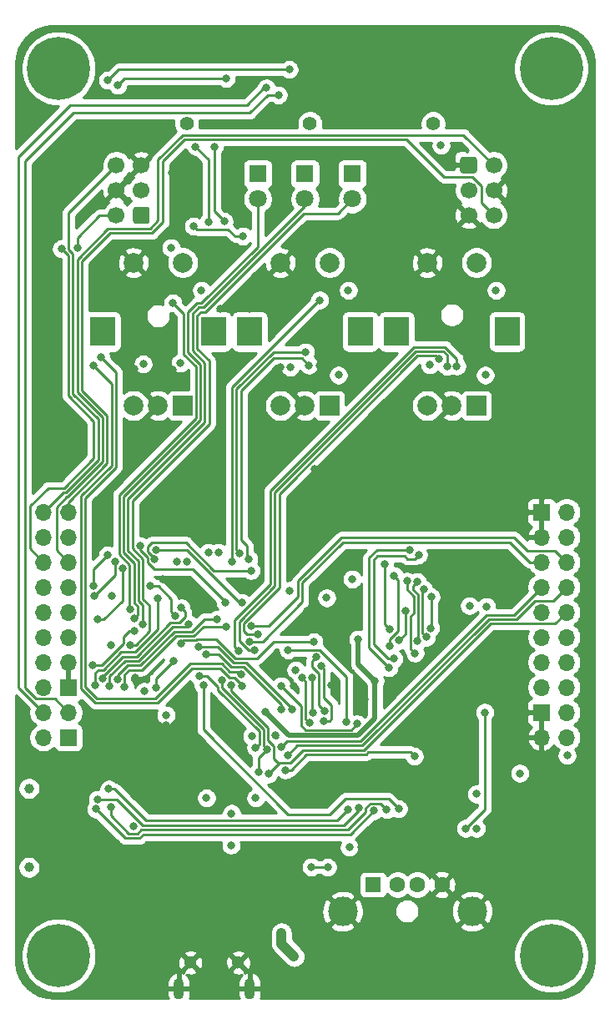
<source format=gbr>
%TF.GenerationSoftware,KiCad,Pcbnew,(5.1.8-0-10_14)*%
%TF.CreationDate,2021-03-24T11:52:58+01:00*%
%TF.ProjectId,KLST_TINY,4b4c5354-5f54-4494-9e59-2e6b69636164,0.1*%
%TF.SameCoordinates,Original*%
%TF.FileFunction,Copper,L4,Bot*%
%TF.FilePolarity,Positive*%
%FSLAX46Y46*%
G04 Gerber Fmt 4.6, Leading zero omitted, Abs format (unit mm)*
G04 Created by KiCad (PCBNEW (5.1.8-0-10_14)) date 2021-03-24 11:52:58*
%MOMM*%
%LPD*%
G01*
G04 APERTURE LIST*
%TA.AperFunction,WasherPad*%
%ADD10C,1.400000*%
%TD*%
%TA.AperFunction,ComponentPad*%
%ADD11O,1.700000X1.700000*%
%TD*%
%TA.AperFunction,ComponentPad*%
%ADD12R,1.700000X1.700000*%
%TD*%
%TA.AperFunction,ComponentPad*%
%ADD13C,1.700000*%
%TD*%
%TA.AperFunction,ComponentPad*%
%ADD14O,1.070000X2.140000*%
%TD*%
%TA.AperFunction,ComponentPad*%
%ADD15C,1.300000*%
%TD*%
%TA.AperFunction,WasherPad*%
%ADD16C,1.000000*%
%TD*%
%TA.AperFunction,ComponentPad*%
%ADD17C,1.800000*%
%TD*%
%TA.AperFunction,ComponentPad*%
%ADD18R,1.800000X1.800000*%
%TD*%
%TA.AperFunction,ComponentPad*%
%ADD19C,1.600000*%
%TD*%
%TA.AperFunction,ComponentPad*%
%ADD20R,1.600000X1.500000*%
%TD*%
%TA.AperFunction,ComponentPad*%
%ADD21C,3.000000*%
%TD*%
%TA.AperFunction,ComponentPad*%
%ADD22R,2.000000X2.000000*%
%TD*%
%TA.AperFunction,ComponentPad*%
%ADD23C,2.000000*%
%TD*%
%TA.AperFunction,ComponentPad*%
%ADD24R,2.500000X3.000000*%
%TD*%
%TA.AperFunction,ComponentPad*%
%ADD25C,0.800000*%
%TD*%
%TA.AperFunction,ComponentPad*%
%ADD26C,6.400000*%
%TD*%
%TA.AperFunction,ViaPad*%
%ADD27C,0.800000*%
%TD*%
%TA.AperFunction,Conductor*%
%ADD28C,0.500000*%
%TD*%
%TA.AperFunction,Conductor*%
%ADD29C,0.250000*%
%TD*%
%TA.AperFunction,Conductor*%
%ADD30C,1.000000*%
%TD*%
%TA.AperFunction,Conductor*%
%ADD31C,0.254000*%
%TD*%
%TA.AperFunction,Conductor*%
%ADD32C,0.100000*%
%TD*%
G04 APERTURE END LIST*
D10*
%TO.P,J8,*%
%TO.N,*%
X142000000Y-63600000D03*
%TD*%
%TO.P,J7,*%
%TO.N,*%
X129500000Y-63600000D03*
%TD*%
%TO.P,J6,*%
%TO.N,*%
X117000000Y-63600000D03*
%TD*%
D11*
%TO.P,J13,4*%
%TO.N,/LINE_IN_RIGHT*%
X102460000Y-123340000D03*
%TO.P,J13,3*%
%TO.N,/LINE_IN_LEFT*%
X105000000Y-123340000D03*
%TO.P,J13,2*%
%TO.N,/LINE_OUT_RIGHT*%
X102460000Y-125880000D03*
D12*
%TO.P,J13,1*%
%TO.N,/LINE_OUT_LEFT*%
X105000000Y-125880000D03*
%TD*%
D11*
%TO.P,J11,4*%
%TO.N,+3V3*%
X155540000Y-125860000D03*
%TO.P,J11,3*%
%TO.N,GND*%
X153000000Y-125860000D03*
%TO.P,J11,2*%
%TO.N,+5V*%
X155540000Y-123320000D03*
D12*
%TO.P,J11,1*%
%TO.N,GND*%
X153000000Y-123320000D03*
%TD*%
D13*
%TO.P,J12,6*%
%TO.N,/UART_01_RX*%
X109860000Y-67820000D03*
%TO.P,J12,4*%
%TO.N,GND*%
X109860000Y-70360000D03*
%TO.P,J12,2*%
%TO.N,/UART_01_TX*%
X109860000Y-72900000D03*
%TO.P,J12,5*%
%TO.N,GND*%
X112400000Y-67820000D03*
%TO.P,J12,3*%
%TO.N,Net-(D6-Pad2)*%
X112400000Y-70360000D03*
%TO.P,J12,1*%
%TO.N,GND*%
%TA.AperFunction,ComponentPad*%
G36*
G01*
X113250000Y-72300000D02*
X113250000Y-73500000D01*
G75*
G02*
X113000000Y-73750000I-250000J0D01*
G01*
X111800000Y-73750000D01*
G75*
G02*
X111550000Y-73500000I0J250000D01*
G01*
X111550000Y-72300000D01*
G75*
G02*
X111800000Y-72050000I250000J0D01*
G01*
X113000000Y-72050000D01*
G75*
G02*
X113250000Y-72300000I0J-250000D01*
G01*
G37*
%TD.AperFunction*%
%TD*%
D11*
%TO.P,J9,16*%
%TO.N,/UART_01_RX*%
X102460000Y-103000000D03*
%TO.P,J9,15*%
%TO.N,/UART_00_RX*%
X105000000Y-103000000D03*
%TO.P,J9,14*%
%TO.N,GND*%
X102460000Y-105540000D03*
%TO.P,J9,13*%
X105000000Y-105540000D03*
%TO.P,J9,12*%
%TO.N,/UART_01_TX*%
X102460000Y-108080000D03*
%TO.P,J9,11*%
%TO.N,/UART_00_TX*%
X105000000Y-108080000D03*
%TO.P,J9,10*%
%TO.N,/I2C_00_SDA*%
X102460000Y-110620000D03*
%TO.P,J9,9*%
%TO.N,/I2C_00_SCL*%
X105000000Y-110620000D03*
%TO.P,J9,8*%
%TO.N,+3V3*%
X102460000Y-113160000D03*
%TO.P,J9,7*%
%TO.N,GND*%
X105000000Y-113160000D03*
%TO.P,J9,6*%
%TO.N,/SPI_00_MOSI*%
X102460000Y-115700000D03*
%TO.P,J9,5*%
%TO.N,/SPI_00_MISO*%
X105000000Y-115700000D03*
%TO.P,J9,4*%
%TO.N,/SPI_00_SCK*%
X102460000Y-118240000D03*
%TO.P,J9,3*%
%TO.N,GND*%
X105000000Y-118240000D03*
%TO.P,J9,2*%
%TO.N,+3V3*%
X102460000Y-120780000D03*
D12*
%TO.P,J9,1*%
%TO.N,GND*%
X105000000Y-120780000D03*
%TD*%
D11*
%TO.P,J4,16*%
%TO.N,/DAC_00*%
X155540000Y-120780000D03*
%TO.P,J4,15*%
%TO.N,/DAC_01*%
X153000000Y-120780000D03*
%TO.P,J4,14*%
%TO.N,/ADC_00*%
X155540000Y-118240000D03*
%TO.P,J4,13*%
%TO.N,/ADC_01*%
X153000000Y-118240000D03*
%TO.P,J4,12*%
%TO.N,/GPIO_06*%
X155540000Y-115700000D03*
%TO.P,J4,11*%
%TO.N,/GPIO_07*%
X153000000Y-115700000D03*
%TO.P,J4,10*%
%TO.N,/GPIO_04*%
X155540000Y-113160000D03*
%TO.P,J4,9*%
%TO.N,/GPIO_05*%
X153000000Y-113160000D03*
%TO.P,J4,8*%
%TO.N,/GPIO_02*%
X155540000Y-110620000D03*
%TO.P,J4,7*%
%TO.N,/GPIO_03*%
X153000000Y-110620000D03*
%TO.P,J4,6*%
%TO.N,/GPIO_00*%
X155540000Y-108080000D03*
%TO.P,J4,5*%
%TO.N,/GPIO_01*%
X153000000Y-108080000D03*
%TO.P,J4,4*%
%TO.N,+3V3*%
X155540000Y-105540000D03*
%TO.P,J4,3*%
%TO.N,GND*%
X153000000Y-105540000D03*
%TO.P,J4,2*%
%TO.N,+5V*%
X155540000Y-103000000D03*
D12*
%TO.P,J4,1*%
%TO.N,GND*%
X153000000Y-103000000D03*
%TD*%
D14*
%TO.P,J3,S*%
%TO.N,GND*%
X123400000Y-151350000D03*
X116200000Y-151350000D03*
D15*
X122225000Y-148700000D03*
X117375000Y-148700000D03*
%TD*%
D16*
%TO.P,J1,*%
%TO.N,*%
X101000000Y-131050000D03*
X101000000Y-139050000D03*
%TD*%
D13*
%TO.P,J10,6*%
%TO.N,/UART_00_RX*%
X148140000Y-72880000D03*
%TO.P,J10,4*%
%TO.N,GND*%
X148140000Y-70340000D03*
%TO.P,J10,2*%
%TO.N,/UART_00_TX*%
X148140000Y-67800000D03*
%TO.P,J10,5*%
%TO.N,GND*%
X145600000Y-72880000D03*
%TO.P,J10,3*%
%TO.N,Net-(D5-Pad2)*%
X145600000Y-70340000D03*
%TO.P,J10,1*%
%TO.N,GND*%
%TA.AperFunction,ComponentPad*%
G36*
G01*
X144750000Y-68400000D02*
X144750000Y-67200000D01*
G75*
G02*
X145000000Y-66950000I250000J0D01*
G01*
X146200000Y-66950000D01*
G75*
G02*
X146450000Y-67200000I0J-250000D01*
G01*
X146450000Y-68400000D01*
G75*
G02*
X146200000Y-68650000I-250000J0D01*
G01*
X145000000Y-68650000D01*
G75*
G02*
X144750000Y-68400000I0J250000D01*
G01*
G37*
%TD.AperFunction*%
%TD*%
D17*
%TO.P,D3,2*%
%TO.N,/LED_02*%
X124200000Y-71240000D03*
D18*
%TO.P,D3,1*%
%TO.N,Net-(D3-Pad1)*%
X124200000Y-68700000D03*
%TD*%
D17*
%TO.P,D2,2*%
%TO.N,/LED_01*%
X129000000Y-71240000D03*
D18*
%TO.P,D2,1*%
%TO.N,Net-(D2-Pad1)*%
X129000000Y-68700000D03*
%TD*%
D17*
%TO.P,D1,2*%
%TO.N,/LED_00*%
X133800000Y-71240000D03*
D18*
%TO.P,D1,1*%
%TO.N,Net-(D1-Pad1)*%
X133800000Y-68700000D03*
%TD*%
D19*
%TO.P,J2,4*%
%TO.N,GND*%
X142900000Y-140800000D03*
%TO.P,J2,3*%
%TO.N,/USB_CONN_D+*%
X140400000Y-140800000D03*
%TO.P,J2,2*%
%TO.N,/USB_CONN_D-*%
X138400000Y-140800000D03*
D20*
%TO.P,J2,1*%
%TO.N,+5V*%
X135900000Y-140800000D03*
D21*
%TO.P,J2,5*%
%TO.N,GND*%
X145970000Y-143510000D03*
X132830000Y-143510000D03*
%TD*%
D22*
%TO.P,SW5,A*%
%TO.N,Net-(C43-Pad1)*%
X116600000Y-92200000D03*
D23*
%TO.P,SW5,C*%
%TO.N,GND*%
X114100000Y-92200000D03*
%TO.P,SW5,B*%
%TO.N,Net-(C44-Pad1)*%
X111600000Y-92200000D03*
D24*
%TO.P,SW5,MP*%
%TO.N,N/C*%
X119700000Y-84700000D03*
X108500000Y-84700000D03*
D23*
%TO.P,SW5,S1*%
%TO.N,Net-(R37-Pad1)*%
X116600000Y-77700000D03*
%TO.P,SW5,S2*%
%TO.N,GND*%
X111600000Y-77700000D03*
%TD*%
D22*
%TO.P,SW4,A*%
%TO.N,Net-(C40-Pad1)*%
X131500000Y-92200000D03*
D23*
%TO.P,SW4,C*%
%TO.N,GND*%
X129000000Y-92200000D03*
%TO.P,SW4,B*%
%TO.N,Net-(C41-Pad1)*%
X126500000Y-92200000D03*
D24*
%TO.P,SW4,MP*%
%TO.N,N/C*%
X134600000Y-84700000D03*
X123400000Y-84700000D03*
D23*
%TO.P,SW4,S1*%
%TO.N,Net-(R31-Pad1)*%
X131500000Y-77700000D03*
%TO.P,SW4,S2*%
%TO.N,GND*%
X126500000Y-77700000D03*
%TD*%
D22*
%TO.P,SW3,A*%
%TO.N,Net-(C37-Pad1)*%
X146400000Y-92200000D03*
D23*
%TO.P,SW3,C*%
%TO.N,GND*%
X143900000Y-92200000D03*
%TO.P,SW3,B*%
%TO.N,Net-(C38-Pad1)*%
X141400000Y-92200000D03*
D24*
%TO.P,SW3,MP*%
%TO.N,N/C*%
X149500000Y-84700000D03*
X138300000Y-84700000D03*
D23*
%TO.P,SW3,S1*%
%TO.N,Net-(R25-Pad1)*%
X146400000Y-77700000D03*
%TO.P,SW3,S2*%
%TO.N,GND*%
X141400000Y-77700000D03*
%TD*%
D25*
%TO.P,H4,1*%
%TO.N,N/C*%
X155697056Y-146302944D03*
X154000000Y-145600000D03*
X152302944Y-146302944D03*
X151600000Y-148000000D03*
X152302944Y-149697056D03*
X154000000Y-150400000D03*
X155697056Y-149697056D03*
X156400000Y-148000000D03*
D26*
X154000000Y-148000000D03*
%TD*%
D25*
%TO.P,H3,1*%
%TO.N,N/C*%
X105697056Y-146302944D03*
X104000000Y-145600000D03*
X102302944Y-146302944D03*
X101600000Y-148000000D03*
X102302944Y-149697056D03*
X104000000Y-150400000D03*
X105697056Y-149697056D03*
X106400000Y-148000000D03*
D26*
X104000000Y-148000000D03*
%TD*%
D25*
%TO.P,H2,1*%
%TO.N,N/C*%
X155697056Y-56302944D03*
X154000000Y-55600000D03*
X152302944Y-56302944D03*
X151600000Y-58000000D03*
X152302944Y-59697056D03*
X154000000Y-60400000D03*
X155697056Y-59697056D03*
X156400000Y-58000000D03*
D26*
X154000000Y-58000000D03*
%TD*%
D25*
%TO.P,H1,1*%
%TO.N,N/C*%
X105697056Y-56302944D03*
X104000000Y-55600000D03*
X102302944Y-56302944D03*
X101600000Y-58000000D03*
X102302944Y-59697056D03*
X104000000Y-60400000D03*
X105697056Y-59697056D03*
X106400000Y-58000000D03*
D26*
X104000000Y-58000000D03*
%TD*%
D27*
%TO.N,GND*%
X132500000Y-117300000D03*
X121900000Y-143700000D03*
X124100000Y-143700000D03*
X129600000Y-145300000D03*
X116400000Y-140600000D03*
X114900000Y-125900000D03*
X114900000Y-124600000D03*
X114700000Y-79500000D03*
X115499638Y-68594973D03*
X129600000Y-79500000D03*
X126500000Y-88300000D03*
X144500000Y-79500000D03*
X127902605Y-120611002D03*
X132100000Y-109800000D03*
X132300000Y-108400000D03*
X144200000Y-108500000D03*
X147400000Y-109800000D03*
X147400000Y-119900000D03*
X135097131Y-122025010D03*
X131700000Y-120600000D03*
X144200000Y-137900000D03*
X145500000Y-130000000D03*
X129225010Y-113000502D03*
X121978246Y-126897931D03*
X136700000Y-103900000D03*
X137800000Y-98100000D03*
X140000000Y-98200000D03*
X147800000Y-98200000D03*
X130000000Y-98600000D03*
X130000000Y-102500000D03*
X117002532Y-108074990D03*
X111800000Y-119800000D03*
X145900000Y-87900000D03*
X130500000Y-88100000D03*
X123500000Y-87200000D03*
X134700000Y-87200000D03*
X114600000Y-109800000D03*
X137600000Y-73200000D03*
X134700000Y-82100000D03*
X123400000Y-82400000D03*
X120400000Y-82400000D03*
X138800000Y-103900000D03*
X142000000Y-103900000D03*
X125974599Y-125625401D03*
X122174555Y-125900000D03*
X144750930Y-114850930D03*
X146962873Y-121432701D03*
X140625010Y-89100000D03*
X150800000Y-133000000D03*
X150800000Y-136500000D03*
X111717672Y-88465124D03*
X115579960Y-88545359D03*
X114500000Y-132800000D03*
X119200000Y-136800022D03*
X102900000Y-142600000D03*
X112500000Y-141500000D03*
X102900000Y-129500000D03*
X111225010Y-128469459D03*
X153000000Y-127700000D03*
X151200000Y-123900000D03*
X114700000Y-55800000D03*
X127100000Y-55900000D03*
X139500000Y-56000000D03*
X132700000Y-60000000D03*
X126300000Y-66400000D03*
X134700000Y-137000000D03*
X136000000Y-137000000D03*
X138600000Y-137000000D03*
%TO.N,+3V3*%
X114900000Y-123600000D03*
X119200000Y-107100000D03*
X120200000Y-107100000D03*
X118500000Y-80500000D03*
X127500000Y-88300000D03*
X148389992Y-80510000D03*
X133390002Y-80510000D03*
X142800000Y-65800000D03*
X115400000Y-76200000D03*
X131200000Y-111700000D03*
X133800000Y-109800000D03*
X147400000Y-112600000D03*
X145700000Y-112500000D03*
X128063419Y-119035439D03*
X146400000Y-135100000D03*
X146400000Y-131600000D03*
X127450155Y-110975165D03*
X109400000Y-111500000D03*
X119000000Y-132000000D03*
X109278520Y-116471467D03*
X116002532Y-108074990D03*
X147300000Y-89100000D03*
X132400000Y-89100000D03*
X141662762Y-88057506D03*
X123997837Y-132003245D03*
X112700000Y-121199978D03*
X123624566Y-125738749D03*
X121542839Y-133574990D03*
X150800000Y-129500000D03*
X112593039Y-87981641D03*
X116341664Y-87897415D03*
X111600000Y-134900000D03*
X121500000Y-136800022D03*
X155600000Y-127700000D03*
X133500000Y-137000000D03*
%TO.N,+3.3VA*%
X134400000Y-115900000D03*
X136107212Y-120124979D03*
X125012841Y-123314701D03*
%TO.N,/audio_codec_WM8731/SIGNAL_IN_LEFT*%
X141800000Y-111600000D03*
X141736188Y-114774266D03*
%TO.N,/audio_codec_WM8731/SIGNAL_IN_RIGHT*%
X141337775Y-115691486D03*
X141047476Y-110842541D03*
%TO.N,/ENCODER_01_BUTTON*%
X130500000Y-81500000D03*
X121583724Y-108027338D03*
%TO.N,/ENCODER_00_BUTTON*%
X124200006Y-115399074D03*
X142600000Y-87500000D03*
%TO.N,/ENCODER_02_BUTTON*%
X115600000Y-81800000D03*
X111262931Y-112866261D03*
%TO.N,/LED_00*%
X111300005Y-116486381D03*
%TO.N,/LED_01*%
X112496065Y-114397838D03*
%TO.N,/LED_02*%
X111721560Y-113754902D03*
%TO.N,/ADC_00*%
X130674990Y-118600001D03*
X130947963Y-124179935D03*
%TO.N,/ADC_01*%
X130115138Y-117725010D03*
X130987603Y-123180709D03*
%TO.N,/DAC_00*%
X128683223Y-119820211D03*
X129443365Y-124374936D03*
%TO.N,/DAC_01*%
X129683213Y-119813492D03*
X129800000Y-123400000D03*
%TO.N,/GPIO_09*%
X109974990Y-119931902D03*
X120100000Y-113874990D03*
%TO.N,/GPIO_08*%
X110716560Y-120721293D03*
X121000000Y-114600000D03*
%TO.N,/GPIO_07*%
X127300000Y-117000000D03*
X145300000Y-135100000D03*
X147232725Y-123332724D03*
X133214865Y-124306377D03*
%TO.N,/GPIO_06*%
X126599996Y-120649958D03*
X134279002Y-124482627D03*
%TO.N,/GPIO_04*%
X121536987Y-120562307D03*
X125297854Y-129565659D03*
%TO.N,/GPIO_03*%
X120605876Y-120075163D03*
X125137989Y-127072233D03*
X126588000Y-126830698D03*
X124302567Y-129374990D03*
%TO.N,/GPIO_02*%
X118278545Y-119651481D03*
X123999978Y-126900000D03*
X127247993Y-127690277D03*
%TO.N,/GPIO_01*%
X123400926Y-116124084D03*
%TO.N,/GPIO_00*%
X123555534Y-114569786D03*
%TO.N,+5V*%
X126600000Y-145699992D03*
X127900002Y-148100000D03*
%TO.N,/SWD_NRST*%
X118685291Y-120565927D03*
X138500000Y-133100000D03*
%TO.N,/SWD_SWI*%
X109300000Y-132900000D03*
X116432658Y-112720234D03*
X108450020Y-119855416D03*
X137300000Y-133200000D03*
%TO.N,/SWD_SWO*%
X107443190Y-118558488D03*
X111730374Y-115041064D03*
X107777445Y-133130982D03*
X136000000Y-133300000D03*
%TO.N,/SWD_SWCLK*%
X114100000Y-111800000D03*
X107947152Y-132145475D03*
X107725010Y-120600000D03*
X134449988Y-133044134D03*
%TO.N,/SWD_SWDIO*%
X117200000Y-114375603D03*
X109100009Y-131100000D03*
X109175022Y-120689553D03*
X133400000Y-133200000D03*
%TO.N,/audio_codec_WM8731/SIGNAL_OUT_RIGHT*%
X137536587Y-118772647D03*
X139665826Y-106831769D03*
%TO.N,/audio_codec_WM8731/SIGNAL_OUT_LEFT*%
X138005587Y-117889436D03*
X140526748Y-107340530D03*
%TO.N,/BOOT_FLASH*%
X113870517Y-120809963D03*
X127000000Y-129175022D03*
X115674990Y-118100000D03*
X140099206Y-127775052D03*
%TO.N,/ENCODER_01_A*%
X129400000Y-88100000D03*
X123300000Y-107800000D03*
%TO.N,/ENCODER_01_B*%
X129061529Y-86771560D03*
X122374990Y-107200000D03*
%TO.N,/ENCODER_00_A*%
X122277861Y-117099341D03*
X144400000Y-88200000D03*
%TO.N,/ENCODER_00_B*%
X123850009Y-117049991D03*
X143400003Y-88206805D03*
%TO.N,/ENCODER_02_A*%
X122576077Y-120612932D03*
X107500000Y-88100000D03*
%TO.N,/ENCODER_02_B*%
X122565892Y-119492891D03*
X108300000Y-87300000D03*
%TO.N,/AUDIOCODEC_I2S_MCK*%
X138537779Y-116031441D03*
X139199996Y-113000000D03*
%TO.N,/UART_01_RX*%
X113305164Y-110504053D03*
X115806512Y-113499955D03*
%TO.N,/UART_01_TX*%
X104300000Y-76300002D03*
X105894479Y-76232751D03*
%TO.N,/audio_codec_WM8731/SIGNAL_MIC_BIAS*%
X140161931Y-117321876D03*
X139334329Y-110005475D03*
%TO.N,/USB_D+*%
X118235229Y-116689647D03*
X127700000Y-123000018D03*
%TO.N,/audio_codec_WM8731/SIGNAL_MIC_IN*%
X140391588Y-110082407D03*
X122700032Y-75000000D03*
X140425010Y-116100000D03*
X117700002Y-74000000D03*
%TO.N,/USB_D-*%
X118966255Y-117425010D03*
X126600000Y-123000000D03*
%TO.N,/ADCLRC*%
X129902557Y-116174994D03*
X116400002Y-116300000D03*
%TO.N,/USB_CONN_D-*%
X129649988Y-139004697D03*
X131300030Y-139025010D03*
%TO.N,/audio_codec_WM8731/HEADPHONE_LEFT*%
X120800000Y-73500000D03*
X119800011Y-65925010D03*
%TO.N,/audio_codec_WM8731/SIGNAL_HEADPHONE_LEFT*%
X137625012Y-114893022D03*
X137100000Y-108300000D03*
%TO.N,/audio_codec_WM8731/HEADPHONE_RIGHT*%
X117900607Y-65925010D03*
X119220657Y-73574990D03*
%TO.N,/audio_codec_WM8731/SIGNAL_HEADPHONE_RIGHT*%
X137602320Y-116568257D03*
X138058727Y-109466283D03*
%TO.N,/SPI_00_MOSI*%
X120920868Y-112166307D03*
X112243692Y-106438456D03*
X107572238Y-110511013D03*
X108997068Y-107362182D03*
%TO.N,/SPI_00_SCK*%
X108000000Y-113900000D03*
X113754202Y-107807313D03*
X110477872Y-108709134D03*
X123528048Y-108941010D03*
%TO.N,/SPI_00_MISO*%
X122574990Y-112174968D03*
X113889035Y-106810976D03*
X109744229Y-108029582D03*
X107600550Y-111510624D03*
%TO.N,/LINE_OUT_LEFT*%
X121000000Y-59000000D03*
X110000000Y-59700000D03*
%TO.N,/LINE_OUT_RIGHT*%
X109000000Y-59200000D03*
X127400000Y-58099996D03*
%TO.N,/LINE_IN_LEFT*%
X126300000Y-60699998D03*
%TO.N,/LINE_IN_RIGHT*%
X125079242Y-59974988D03*
%TD*%
D28*
%TO.N,+3.3VA*%
X134400000Y-118417767D02*
X136107212Y-120124979D01*
X134400000Y-115900000D02*
X134400000Y-118417767D01*
X136107212Y-123970367D02*
X134402622Y-125674957D01*
X134402622Y-125674957D02*
X127373097Y-125674957D01*
X127373097Y-125674957D02*
X125012841Y-123314701D01*
X136107212Y-120124979D02*
X136107212Y-123970367D01*
D29*
%TO.N,/audio_codec_WM8731/SIGNAL_IN_LEFT*%
X141800000Y-111600000D02*
X141800000Y-114710454D01*
X141800000Y-114710454D02*
X141736188Y-114774266D01*
%TO.N,/audio_codec_WM8731/SIGNAL_IN_RIGHT*%
X140937776Y-115291487D02*
X140937776Y-110952241D01*
X141337775Y-115691486D02*
X140937776Y-115291487D01*
X140937776Y-110952241D02*
X141047476Y-110842541D01*
%TO.N,/ENCODER_01_BUTTON*%
X130427178Y-81500000D02*
X121583724Y-90343454D01*
X130500000Y-81500000D02*
X130427178Y-81500000D01*
X121583724Y-90343454D02*
X121583724Y-108027338D01*
%TO.N,/ENCODER_00_BUTTON*%
X140422811Y-87150011D02*
X142250011Y-87150011D01*
X126400000Y-101172822D02*
X140422811Y-87150011D01*
X126400000Y-110700001D02*
X126400000Y-101172822D01*
X122800022Y-114299978D02*
X126400000Y-110700001D01*
X124200006Y-115399074D02*
X123099074Y-115399074D01*
X123099074Y-115399074D02*
X122800022Y-115100022D01*
X142250011Y-87150011D02*
X142600000Y-87500000D01*
X122800022Y-115100022D02*
X122800022Y-114299978D01*
%TO.N,/ENCODER_02_BUTTON*%
X110150033Y-107308293D02*
X111202873Y-108361133D01*
X111202873Y-112806203D02*
X111262931Y-112866261D01*
X110150033Y-101234969D02*
X110150033Y-107308293D01*
X117925001Y-93460001D02*
X110150033Y-101234969D01*
X117925001Y-88225001D02*
X117925001Y-93460001D01*
X111202873Y-108361133D02*
X111202873Y-112806203D01*
X116700000Y-82900000D02*
X116700000Y-87000000D01*
X116700000Y-87000000D02*
X117925001Y-88225001D01*
X115600000Y-81800000D02*
X116700000Y-82900000D01*
%TO.N,/LED_00*%
X111831566Y-116486381D02*
X111300005Y-116486381D01*
X111500066Y-106720149D02*
X112579181Y-107799264D01*
X113221067Y-112478573D02*
X113221067Y-115096881D01*
X132340000Y-72700000D02*
X128872822Y-72700000D01*
X111500066Y-101872754D02*
X111500066Y-106720149D01*
X113221067Y-115096881D02*
X111831566Y-116486381D01*
X133800000Y-71240000D02*
X132340000Y-72700000D01*
X118872800Y-82700022D02*
X118436389Y-82700022D01*
X119275034Y-87665801D02*
X119275034Y-94097787D01*
X118050033Y-83086377D02*
X118050033Y-86440800D01*
X118050033Y-86440800D02*
X119275034Y-87665801D01*
X119275034Y-94097787D02*
X111500066Y-101872754D01*
X128872822Y-72700000D02*
X118872800Y-82700022D01*
X118436389Y-82700022D02*
X118050033Y-83086377D01*
X112579181Y-107799264D02*
X112579181Y-111836687D01*
X112579181Y-111836687D02*
X113221067Y-112478573D01*
%TO.N,/LED_01*%
X112496065Y-114397838D02*
X112549989Y-114343914D01*
X118825023Y-87852201D02*
X117600022Y-86627200D01*
X112129170Y-112023087D02*
X112129170Y-107985664D01*
X117600022Y-82899977D02*
X118249989Y-82250011D01*
X111050055Y-106906549D02*
X111050055Y-101686355D01*
X112129170Y-107985664D02*
X111050055Y-106906549D01*
X118686400Y-82250011D02*
X129000000Y-71936411D01*
X112549989Y-112443907D02*
X112129170Y-112023087D01*
X117600022Y-86627200D02*
X117600022Y-82899977D01*
X118249989Y-82250011D02*
X118686400Y-82250011D01*
X111050055Y-101686355D02*
X118825023Y-93911387D01*
X118825023Y-93911387D02*
X118825023Y-87852201D01*
X129000000Y-71936411D02*
X129000000Y-71240000D01*
X112549989Y-114343914D02*
X112549989Y-112443907D01*
%TO.N,/LED_02*%
X118375012Y-93646401D02*
X118375012Y-88038601D01*
X111679159Y-112209487D02*
X111679159Y-108172064D01*
X111721560Y-113754902D02*
X112050011Y-113426451D01*
X118375012Y-88038601D02*
X117150011Y-86813600D01*
X118063589Y-81800000D02*
X118500000Y-81800000D01*
X110600044Y-107092949D02*
X110600044Y-101421369D01*
X118500000Y-81800000D02*
X124200000Y-76100000D01*
X112050011Y-113426451D02*
X112050011Y-112580340D01*
X111679159Y-108172064D02*
X110600044Y-107092949D01*
X110600044Y-101421369D02*
X118375012Y-93646401D01*
X112050011Y-112580340D02*
X111679159Y-112209487D01*
X117150011Y-82713578D02*
X118063589Y-81800000D01*
X124200000Y-76100000D02*
X124200000Y-71240000D01*
X117150011Y-86813600D02*
X117150011Y-82713578D01*
%TO.N,/ADC_00*%
X130926159Y-118851170D02*
X130926159Y-121801330D01*
X131513648Y-124179935D02*
X130947963Y-124179935D01*
X131712604Y-122587775D02*
X131712604Y-123980979D01*
X131712604Y-123980979D02*
X131513648Y-124179935D01*
X130926159Y-121801330D02*
X131712604Y-122587775D01*
X130674990Y-118600001D02*
X130926159Y-118851170D01*
%TO.N,/ADC_01*%
X130115138Y-117725010D02*
X129715139Y-118125009D01*
X130408223Y-119381227D02*
X130408223Y-122601329D01*
X129715139Y-118688143D02*
X130408223Y-119381227D01*
X129715139Y-118125009D02*
X129715139Y-118688143D01*
X130408223Y-122601329D02*
X130987603Y-123180709D01*
%TO.N,/DAC_00*%
X129074998Y-120211986D02*
X129074998Y-124006569D01*
X128683223Y-119820211D02*
X129074998Y-120211986D01*
X129074998Y-124006569D02*
X129443365Y-124374936D01*
%TO.N,/DAC_01*%
X129683213Y-119813492D02*
X129683213Y-123283213D01*
X129683213Y-123283213D02*
X129800000Y-123400000D01*
%TO.N,/GPIO_09*%
X117548014Y-115124987D02*
X118798011Y-113874990D01*
X115738602Y-115124987D02*
X117548014Y-115124987D01*
X111002165Y-118561424D02*
X112302166Y-118561424D01*
X112302166Y-118561424D02*
X115738602Y-115124987D01*
X109974990Y-119931902D02*
X109974990Y-119588599D01*
X118798011Y-113874990D02*
X120100000Y-113874990D01*
X109974990Y-119588599D02*
X111002165Y-118561424D01*
%TO.N,/GPIO_08*%
X118709412Y-114600000D02*
X121000000Y-114600000D01*
X112488565Y-119011435D02*
X115925002Y-115574998D01*
X111188565Y-119011435D02*
X112488565Y-119011435D01*
X110716560Y-119483440D02*
X111188565Y-119011435D01*
X110716560Y-120721293D02*
X110716560Y-119483440D01*
X115925002Y-115574998D02*
X117734414Y-115574998D01*
X117734414Y-115574998D02*
X118709412Y-114600000D01*
%TO.N,/GPIO_07*%
X145300000Y-135100000D02*
X147232725Y-133167275D01*
X147232725Y-133167275D02*
X147232725Y-125832724D01*
X127300000Y-117000000D02*
X130463590Y-117000000D01*
X133214865Y-119751275D02*
X133214865Y-124306377D01*
X130463590Y-117000000D02*
X133214865Y-119751275D01*
X147232725Y-125832724D02*
X147232725Y-123332724D01*
%TO.N,/GPIO_06*%
X129061007Y-125099946D02*
X133661683Y-125099946D01*
X133661683Y-125099946D02*
X134279002Y-124482627D01*
X128600000Y-122649962D02*
X128600000Y-124638939D01*
X128600000Y-124638939D02*
X129061007Y-125099946D01*
X126599996Y-120649958D02*
X128600000Y-122649962D01*
%TO.N,/GPIO_04*%
X155300000Y-113100000D02*
X155300000Y-112599002D01*
X125921180Y-128942333D02*
X125297854Y-129565659D01*
X126360988Y-128502525D02*
X125297854Y-129565659D01*
X121536987Y-121147937D02*
X125249598Y-124860548D01*
X121536987Y-120562307D02*
X121536987Y-121147937D01*
X125862999Y-126736001D02*
X125862999Y-128004536D01*
X125862999Y-128004536D02*
X126360988Y-128502525D01*
X125249598Y-126122600D02*
X125862999Y-126736001D01*
X125249598Y-124860548D02*
X125249598Y-126122600D01*
X128813599Y-127149990D02*
X127513578Y-128450012D01*
X155540000Y-113160000D02*
X154364999Y-114335001D01*
X154364999Y-114335001D02*
X147828589Y-114335001D01*
X147828589Y-114335001D02*
X135013599Y-127149990D01*
X135013599Y-127149990D02*
X128813599Y-127149990D01*
X126413501Y-128450012D02*
X126360988Y-128502525D01*
X127513578Y-128450012D02*
X126413501Y-128450012D01*
%TO.N,/GPIO_03*%
X120605876Y-120853237D02*
X124799587Y-125046948D01*
X124799587Y-126733831D02*
X125137989Y-127072233D01*
X120605876Y-120075163D02*
X120605876Y-120853237D01*
X124799587Y-125046948D02*
X124799587Y-126733831D01*
X134640799Y-126249968D02*
X127168730Y-126249968D01*
X150185021Y-113434979D02*
X147455788Y-113434979D01*
X147455788Y-113434979D02*
X134640799Y-126249968D01*
X153000000Y-110620000D02*
X150185021Y-113434979D01*
X127168730Y-126249968D02*
X126588000Y-126830698D01*
X124302567Y-127907655D02*
X124302567Y-129374990D01*
X125137989Y-127072233D02*
X124302567Y-127907655D01*
%TO.N,/GPIO_02*%
X120155865Y-120755865D02*
X120155865Y-121039637D01*
X124349576Y-126550402D02*
X123999978Y-126900000D01*
X124349576Y-125233349D02*
X124349576Y-126550402D01*
X118278545Y-119651481D02*
X119051481Y-119651481D01*
X120155865Y-121039637D02*
X124349576Y-125233349D01*
X119051481Y-119651481D02*
X120155865Y-120755865D01*
X152351411Y-111984999D02*
X150451421Y-113884990D01*
X155540000Y-110620000D02*
X154175001Y-111984999D01*
X147642188Y-113884990D02*
X134827199Y-126699979D01*
X150451421Y-113884990D02*
X147642188Y-113884990D01*
X134827199Y-126699979D02*
X128238291Y-126699979D01*
X128238291Y-126699979D02*
X127247993Y-127690277D01*
X154175001Y-111984999D02*
X152351411Y-111984999D01*
%TO.N,/GPIO_01*%
X123400926Y-116124084D02*
X124712327Y-116124084D01*
X128750009Y-110186401D02*
X132886399Y-106050011D01*
X124712327Y-116124084D02*
X128750009Y-112086402D01*
X151797919Y-108080000D02*
X153000000Y-108080000D01*
X132886399Y-106050011D02*
X149767930Y-106050011D01*
X149767930Y-106050011D02*
X151797919Y-108080000D01*
X128750009Y-112086402D02*
X128750009Y-110186401D01*
%TO.N,/GPIO_00*%
X154360000Y-106900000D02*
X155540000Y-108080000D01*
X151536410Y-106900000D02*
X154360000Y-106900000D01*
X150236410Y-105600000D02*
X151536410Y-106900000D01*
X132699999Y-105600000D02*
X150236410Y-105600000D01*
X123555534Y-114569786D02*
X125330214Y-114569786D01*
X125330214Y-114569786D02*
X128299998Y-111600002D01*
X128299998Y-110000001D02*
X132699999Y-105600000D01*
X128299998Y-111600002D02*
X128299998Y-110000001D01*
D30*
%TO.N,+5V*%
X126600000Y-146799998D02*
X127900002Y-148100000D01*
X126600000Y-145699992D02*
X126600000Y-146799998D01*
D29*
%TO.N,/SWD_NRST*%
X118685291Y-125085291D02*
X127300000Y-133700000D01*
X133100000Y-132100000D02*
X137500000Y-132100000D01*
X137500000Y-132100000D02*
X138500000Y-133100000D01*
X118685291Y-120565927D02*
X118685291Y-125085291D01*
X127300000Y-133700000D02*
X131500000Y-133700000D01*
X131500000Y-133700000D02*
X133100000Y-132100000D01*
%TO.N,/SWD_SWI*%
X111929366Y-117661402D02*
X110536075Y-117661402D01*
X116832657Y-113621699D02*
X116229391Y-114224965D01*
X110536075Y-117661402D02*
X108450020Y-119747457D01*
X116832657Y-113120233D02*
X116832657Y-113621699D01*
X108450020Y-119747457D02*
X108450020Y-119855416D01*
X116432658Y-112720234D02*
X116832657Y-113120233D01*
X116229391Y-114224965D02*
X115365802Y-114224965D01*
X115365802Y-114224965D02*
X111929366Y-117661402D01*
X111125001Y-135625001D02*
X112038589Y-135625001D01*
X109300000Y-133800000D02*
X111125001Y-135625001D01*
X112408984Y-135254605D02*
X133358983Y-135254605D01*
X109300000Y-132900000D02*
X109300000Y-133800000D01*
X135174998Y-133438590D02*
X135174998Y-133051998D01*
X133358983Y-135254605D02*
X135174998Y-133438590D01*
X135651998Y-132574998D02*
X136674998Y-132574998D01*
X112038589Y-135625001D02*
X112408984Y-135254605D01*
X135174998Y-133051998D02*
X135651998Y-132574998D01*
X136674998Y-132574998D02*
X137300000Y-133200000D01*
%TO.N,/SWD_SWO*%
X107443190Y-118558488D02*
X108366168Y-118558488D01*
X110574993Y-116349663D02*
X110574993Y-115630760D01*
X108366168Y-118558488D02*
X110574993Y-116349663D01*
X111164689Y-115041064D02*
X111730374Y-115041064D01*
X110574993Y-115630760D02*
X111164689Y-115041064D01*
X110721475Y-136075012D02*
X112224988Y-136075012D01*
X112595384Y-135704616D02*
X131800000Y-135704616D01*
X112224988Y-136075012D02*
X112595384Y-135704616D01*
X107777445Y-133130982D02*
X110721475Y-136075012D01*
X133595384Y-135704616D02*
X136000000Y-133300000D01*
X131800000Y-135704616D02*
X133595384Y-135704616D01*
%TO.N,/SWD_SWCLK*%
X114100000Y-111800000D02*
X114100000Y-114854358D01*
X111777178Y-117177179D02*
X111677179Y-117177179D01*
X114100000Y-114854358D02*
X111777178Y-117177179D01*
X111686506Y-117186506D02*
X111661621Y-117211391D01*
X110349675Y-117211391D02*
X108552567Y-119008499D01*
X111661621Y-117211391D02*
X110349675Y-117211391D01*
X108552567Y-119008499D02*
X108027911Y-119008499D01*
X107725010Y-119311400D02*
X107725010Y-120600000D01*
X108027911Y-119008499D02*
X107725010Y-119311400D01*
X112513600Y-134750011D02*
X132949989Y-134750011D01*
X132949989Y-134750011D02*
X134449988Y-133250012D01*
X107947152Y-132145475D02*
X109909065Y-132145475D01*
X109909065Y-132145475D02*
X112513600Y-134750011D01*
X134449988Y-133250012D02*
X134449988Y-133044134D01*
%TO.N,/SWD_SWDIO*%
X117200000Y-114375603D02*
X116900627Y-114674976D01*
X115552202Y-114674976D02*
X112115766Y-118111413D01*
X110722475Y-118111413D02*
X109175022Y-119658866D01*
X116900627Y-114674976D02*
X115552202Y-114674976D01*
X112115766Y-118111413D02*
X110722475Y-118111413D01*
X109175022Y-119658866D02*
X109175022Y-120689553D01*
X132800000Y-133800000D02*
X133400000Y-133200000D01*
X132300000Y-134300000D02*
X132800000Y-133800000D01*
X112865694Y-134300000D02*
X132300000Y-134300000D01*
X109665694Y-131100000D02*
X112865694Y-134300000D01*
X109100009Y-131100000D02*
X109665694Y-131100000D01*
%TO.N,/audio_codec_WM8731/SIGNAL_OUT_RIGHT*%
X135499940Y-116736000D02*
X135499940Y-107648107D01*
X137536587Y-118772647D02*
X135499940Y-116736000D01*
X136316278Y-106831769D02*
X139665826Y-106831769D01*
X135499940Y-107648107D02*
X136316278Y-106831769D01*
%TO.N,/audio_codec_WM8731/SIGNAL_OUT_LEFT*%
X138005587Y-117889436D02*
X137439902Y-117889436D01*
X139367527Y-107740529D02*
X140126749Y-107740529D01*
X137439902Y-117889436D02*
X135949951Y-116399485D01*
X136326951Y-107457507D02*
X139084505Y-107457507D01*
X135949951Y-107834507D02*
X136326951Y-107457507D01*
X135949951Y-116399485D02*
X135949951Y-107834507D01*
X139084505Y-107457507D02*
X139367527Y-107740529D01*
X140126749Y-107740529D02*
X140526748Y-107340530D01*
%TO.N,/BOOT_FLASH*%
X113870517Y-120809963D02*
X113870517Y-119904473D01*
X113870517Y-119904473D02*
X115674990Y-118100000D01*
X139691780Y-127367626D02*
X140099206Y-127775052D01*
X135432374Y-127367626D02*
X139691780Y-127367626D01*
X135199999Y-127600001D02*
X135432374Y-127367626D01*
X127565685Y-129175022D02*
X129140706Y-127600001D01*
X129140706Y-127600001D02*
X135199999Y-127600001D01*
X127000000Y-129175022D02*
X127565685Y-129175022D01*
%TO.N,/ENCODER_01_A*%
X125800000Y-87400000D02*
X128700000Y-87400000D01*
X122500000Y-105800000D02*
X122500000Y-90700000D01*
X122500000Y-90700000D02*
X125800000Y-87400000D01*
X123100000Y-106400000D02*
X122500000Y-105800000D01*
X123100000Y-107600000D02*
X123100000Y-106400000D01*
X128700000Y-87400000D02*
X129400000Y-88100000D01*
X123300000Y-107800000D02*
X123100000Y-107600000D01*
%TO.N,/ENCODER_01_B*%
X129061529Y-86771560D02*
X125792029Y-86771560D01*
X122049991Y-90513598D02*
X122049991Y-106875001D01*
X122049991Y-106875001D02*
X122374990Y-107200000D01*
X125792029Y-86771560D02*
X122049991Y-90513598D01*
%TO.N,/ENCODER_00_A*%
X121877862Y-113945098D02*
X125499978Y-110322982D01*
X144400000Y-87425662D02*
X144400000Y-88200000D01*
X143224327Y-86249989D02*
X144400000Y-87425662D01*
X125499978Y-100800022D02*
X140050011Y-86249989D01*
X125499978Y-110322982D02*
X125499978Y-100800022D01*
X121877862Y-116699342D02*
X121877862Y-113945098D01*
X122277861Y-117099341D02*
X121877862Y-116699342D01*
X140050011Y-86249989D02*
X143224327Y-86249989D01*
%TO.N,/ENCODER_00_B*%
X125949989Y-100986421D02*
X140236411Y-86700000D01*
X123850009Y-117049991D02*
X123284324Y-117049991D01*
X143400003Y-87062076D02*
X143400003Y-88206805D01*
X125949989Y-110513601D02*
X125949989Y-100986421D01*
X123284324Y-117049991D02*
X122350011Y-116115678D01*
X122350011Y-114113578D02*
X125949989Y-110513601D01*
X143037927Y-86700000D02*
X143400003Y-87062076D01*
X122350011Y-116115678D02*
X122350011Y-114113578D01*
X140236411Y-86700000D02*
X143037927Y-86700000D01*
%TO.N,/ENCODER_02_A*%
X122576077Y-120528960D02*
X122576077Y-120612932D01*
X107500000Y-88100000D02*
X109374977Y-89974977D01*
X114025004Y-122374997D02*
X117549990Y-118850011D01*
X107715573Y-122374997D02*
X114025004Y-122374997D01*
X106268177Y-101377467D02*
X106268177Y-120927601D01*
X121349810Y-119793777D02*
X121840894Y-119793777D01*
X109374977Y-98270667D02*
X106268177Y-101377467D01*
X106268177Y-120927601D02*
X107715573Y-122374997D01*
X117549990Y-118850011D02*
X120406044Y-118850011D01*
X120406044Y-118850011D02*
X121349810Y-119793777D01*
X121840894Y-119793777D02*
X122576077Y-120528960D01*
X109374977Y-89974977D02*
X109374977Y-98270667D01*
%TO.N,/ENCODER_02_B*%
X120592444Y-118400000D02*
X117363590Y-118400000D01*
X121370659Y-119178216D02*
X120592444Y-118400000D01*
X106718188Y-101563867D02*
X109824988Y-98457067D01*
X107901973Y-121924986D02*
X106718188Y-120741201D01*
X109824988Y-88824988D02*
X108300000Y-87300000D01*
X117363590Y-118400000D02*
X113838604Y-121924986D01*
X106718188Y-120741201D02*
X106718188Y-101563867D01*
X113838604Y-121924986D02*
X107901973Y-121924986D01*
X122251217Y-119178216D02*
X121370659Y-119178216D01*
X122565892Y-119492891D02*
X122251217Y-119178216D01*
X109824988Y-98457067D02*
X109824988Y-88824988D01*
%TO.N,/AUDIOCODEC_I2S_MCK*%
X138537779Y-116031441D02*
X139199996Y-115369224D01*
X139199996Y-115369224D02*
X139199996Y-113000000D01*
%TO.N,/UART_00_RX*%
X116800000Y-65200000D02*
X114600000Y-67400000D01*
X145974012Y-68975010D02*
X143075010Y-68975010D01*
X113500000Y-74700000D02*
X109209413Y-74700000D01*
X146900000Y-71640000D02*
X146900000Y-69900998D01*
X146900000Y-69900998D02*
X145974012Y-68975010D01*
X148140000Y-72880000D02*
X146900000Y-71640000D01*
X108924966Y-98084267D02*
X105000000Y-102009233D01*
X143075010Y-68975010D02*
X139300000Y-65200000D01*
X114600000Y-73600000D02*
X113500000Y-74700000D01*
X106372801Y-77536612D02*
X106372801Y-90663569D01*
X106372801Y-90663569D02*
X108924966Y-93215733D01*
X108924966Y-93215733D02*
X108924966Y-98084267D01*
X105000000Y-102009233D02*
X105000000Y-103000000D01*
X114600000Y-67400000D02*
X114600000Y-73600000D01*
X139300000Y-65200000D02*
X116800000Y-65200000D01*
X109209413Y-74700000D02*
X106372801Y-77536612D01*
%TO.N,/UART_00_TX*%
X108474955Y-93402133D02*
X105922790Y-90849969D01*
X105922790Y-77350212D02*
X109023013Y-74249989D01*
X113281806Y-74249989D02*
X114100000Y-73431795D01*
X105000000Y-108080000D02*
X103800022Y-106880022D01*
X109023013Y-74249989D02*
X113281806Y-74249989D01*
X103800022Y-102490748D02*
X104840938Y-101449832D01*
X108474955Y-97897867D02*
X108474955Y-93402133D01*
X104840938Y-101449832D02*
X104922990Y-101449832D01*
X114100000Y-73431795D02*
X114100000Y-67263589D01*
X103800022Y-106880022D02*
X103800022Y-102490748D01*
X105922790Y-90849969D02*
X105922790Y-77350212D01*
X114100000Y-67263589D02*
X116613600Y-64749989D01*
X116613600Y-64749989D02*
X145089989Y-64749989D01*
X104922990Y-101449832D02*
X108474955Y-97897867D01*
X145089989Y-64749989D02*
X148140000Y-67800000D01*
%TO.N,/UART_01_RX*%
X113305164Y-110504053D02*
X114104053Y-110504053D01*
X115406513Y-111806513D02*
X115406513Y-113099956D01*
X115406513Y-113099956D02*
X115806512Y-113499955D01*
X114104053Y-110504053D02*
X115406513Y-111806513D01*
X105025002Y-76388593D02*
X105025002Y-72654998D01*
X104460179Y-100999821D02*
X104736590Y-100999821D01*
X108024944Y-93588533D02*
X105450011Y-91013600D01*
X108024944Y-97711467D02*
X108024944Y-93588533D01*
X105450011Y-91013600D02*
X105450011Y-76813602D01*
X105025002Y-72654998D02*
X109860000Y-67820000D01*
X105450011Y-76813602D02*
X105025002Y-76388593D01*
X104736590Y-100999821D02*
X108024944Y-97711467D01*
X102460000Y-103000000D02*
X104460179Y-100999821D01*
%TO.N,/UART_01_TX*%
X105894479Y-75164846D02*
X105894479Y-76232751D01*
X109860000Y-72900000D02*
X108159325Y-72900000D01*
X108159325Y-72900000D02*
X105894479Y-75164846D01*
X105000000Y-77000002D02*
X104300000Y-76300002D01*
X107574933Y-93774933D02*
X105000000Y-91200000D01*
X107574933Y-97525067D02*
X107574933Y-93774933D01*
X105000000Y-91200000D02*
X105000000Y-77000002D01*
X104550190Y-100549810D02*
X107574933Y-97525067D01*
X102950190Y-100549810D02*
X104550190Y-100549810D01*
X101100000Y-102400000D02*
X102950190Y-100549810D01*
X102460000Y-108080000D02*
X101100000Y-106720000D01*
X101100000Y-106720000D02*
X101100000Y-102400000D01*
%TO.N,/audio_codec_WM8731/SIGNAL_MIC_BIAS*%
X140161931Y-117321876D02*
X139699999Y-116859944D01*
X140025001Y-111551999D02*
X139334329Y-110861327D01*
X139334329Y-110861327D02*
X139334329Y-110005475D01*
X139699999Y-113573003D02*
X140025001Y-113248001D01*
X139699999Y-116859944D02*
X139699999Y-113573003D01*
X140025001Y-113248001D02*
X140025001Y-111551999D01*
%TO.N,/USB_D+*%
X127700000Y-122900000D02*
X127700000Y-123000018D01*
X120154912Y-116689647D02*
X121739627Y-118274362D01*
X121739627Y-118274362D02*
X123074362Y-118274362D01*
X118235229Y-116689647D02*
X120154912Y-116689647D01*
X123074362Y-118274362D02*
X127700000Y-122900000D01*
%TO.N,/audio_codec_WM8731/SIGNAL_MIC_IN*%
X140475012Y-116049998D02*
X140475012Y-111365599D01*
X139991589Y-110882176D02*
X139991589Y-110482406D01*
X139991589Y-110482406D02*
X140391588Y-110082407D01*
X140425010Y-116100000D02*
X140475012Y-116049998D01*
X140475012Y-111365599D02*
X139991589Y-110882176D01*
X121900000Y-75000000D02*
X122700032Y-75000000D01*
X121200000Y-74300000D02*
X121900000Y-75000000D01*
X117700002Y-74000000D02*
X118000002Y-74300000D01*
X118000002Y-74300000D02*
X121200000Y-74300000D01*
%TO.N,/USB_D-*%
X120253864Y-117425010D02*
X121553227Y-118724373D01*
X121553227Y-118724373D02*
X122822694Y-118724373D01*
X118966255Y-117425010D02*
X120253864Y-117425010D01*
X122822694Y-118724373D02*
X126600000Y-122501679D01*
X126600000Y-122501679D02*
X126600000Y-123000000D01*
%TO.N,/ADCLRC*%
X118045824Y-115900000D02*
X117920801Y-116025023D01*
X117920801Y-116025023D02*
X116674979Y-116025023D01*
X121951529Y-117824351D02*
X120027178Y-115900000D01*
X120027178Y-115900000D02*
X118045824Y-115900000D01*
X116674979Y-116025023D02*
X116400002Y-116300000D01*
X124148651Y-117824351D02*
X121951529Y-117824351D01*
X125798008Y-116174994D02*
X124148651Y-117824351D01*
X129902557Y-116174994D02*
X125798008Y-116174994D01*
%TO.N,/USB_CONN_D-*%
X131279717Y-139004697D02*
X131300030Y-139025010D01*
X129649988Y-139004697D02*
X131279717Y-139004697D01*
%TO.N,/audio_codec_WM8731/HEADPHONE_LEFT*%
X120800000Y-73500000D02*
X119800011Y-72500011D01*
X119800011Y-72500011D02*
X119800011Y-65925010D01*
%TO.N,/audio_codec_WM8731/SIGNAL_HEADPHONE_LEFT*%
X137625012Y-114893022D02*
X137100000Y-114368010D01*
X137100000Y-114368010D02*
X137100000Y-108300000D01*
%TO.N,/audio_codec_WM8731/HEADPHONE_RIGHT*%
X117900607Y-65925010D02*
X119220657Y-67245060D01*
X119220657Y-67245060D02*
X119220657Y-73574990D01*
%TO.N,/audio_codec_WM8731/SIGNAL_HEADPHONE_RIGHT*%
X137602320Y-116568257D02*
X137602320Y-115941580D01*
X138458726Y-109866282D02*
X138058727Y-109466283D01*
X138458726Y-115085174D02*
X138458726Y-109866282D01*
X137602320Y-115941580D02*
X138458726Y-115085174D01*
%TO.N,/SPI_00_MOSI*%
X113700000Y-108800000D02*
X113029192Y-108129192D01*
X117600000Y-108800000D02*
X113700000Y-108800000D01*
X120920868Y-112120868D02*
X117600000Y-108800000D01*
X120920868Y-112166307D02*
X120920868Y-112120868D01*
X113029192Y-108129192D02*
X113029192Y-107612864D01*
X113029192Y-107612864D02*
X112243692Y-106827365D01*
X112243692Y-106827365D02*
X112243692Y-106438456D01*
X107572238Y-110511013D02*
X107572238Y-108787012D01*
X107572238Y-108787012D02*
X108997068Y-107362182D01*
%TO.N,/SPI_00_SCK*%
X108565685Y-113900000D02*
X110477872Y-111987813D01*
X110477872Y-111987813D02*
X110477872Y-108709134D01*
X108000000Y-113900000D02*
X108565685Y-113900000D01*
X113754202Y-107807313D02*
X113754202Y-107701463D01*
X116912972Y-106085974D02*
X119768008Y-108941010D01*
X119768008Y-108941010D02*
X123528048Y-108941010D01*
X113086064Y-107033325D02*
X113086064Y-106485019D01*
X113086064Y-106485019D02*
X113485109Y-106085974D01*
X113485109Y-106085974D02*
X116912972Y-106085974D01*
X113754202Y-107701463D02*
X113086064Y-107033325D01*
%TO.N,/SPI_00_MISO*%
X117001563Y-106810976D02*
X113889035Y-106810976D01*
X122574990Y-112174968D02*
X122365555Y-112174968D01*
X122365555Y-112174968D02*
X117001563Y-106810976D01*
X109744229Y-109366945D02*
X107600550Y-111510624D01*
X109744229Y-108029582D02*
X109744229Y-109366945D01*
%TO.N,/LINE_OUT_LEFT*%
X110700000Y-59000000D02*
X110000000Y-59700000D01*
X121000000Y-59000000D02*
X110700000Y-59000000D01*
%TO.N,/LINE_OUT_RIGHT*%
X109000000Y-59200000D02*
X110100004Y-58099996D01*
X110100004Y-58099996D02*
X127400000Y-58099996D01*
%TO.N,/LINE_IN_LEFT*%
X100600000Y-67400000D02*
X100600000Y-120843590D01*
X103615001Y-121955001D02*
X105000000Y-123340000D01*
X105500000Y-62500000D02*
X100600000Y-67400000D01*
X123400000Y-62500000D02*
X105500000Y-62500000D01*
X100600000Y-120843590D02*
X101711411Y-121955001D01*
X125200002Y-60699998D02*
X123400000Y-62500000D01*
X101711411Y-121955001D02*
X103615001Y-121955001D01*
X126300000Y-60699998D02*
X125200002Y-60699998D01*
%TO.N,/LINE_IN_RIGHT*%
X102460000Y-123340000D02*
X99900000Y-120780000D01*
X123100000Y-61700000D02*
X124825012Y-59974988D01*
X105200000Y-61700000D02*
X123100000Y-61700000D01*
X99900000Y-67000000D02*
X105200000Y-61700000D01*
X124825012Y-59974988D02*
X125079242Y-59974988D01*
X99900000Y-120780000D02*
X99900000Y-67000000D01*
%TD*%
D31*
%TO.N,GND*%
X155225555Y-53732221D02*
X155924940Y-53937398D01*
X156572904Y-54271120D01*
X157146074Y-54721353D01*
X157623762Y-55271839D01*
X157988742Y-55902730D01*
X158227836Y-56591248D01*
X158335790Y-57335790D01*
X158340000Y-57508063D01*
X158340001Y-148468581D01*
X158267779Y-149225555D01*
X158062602Y-149924940D01*
X157728878Y-150572906D01*
X157278650Y-151146072D01*
X156728159Y-151623763D01*
X156097270Y-151988741D01*
X155408752Y-152227836D01*
X154664210Y-152335790D01*
X154491937Y-152340000D01*
X124479220Y-152340000D01*
X124522742Y-152237815D01*
X124570000Y-152012000D01*
X124570000Y-151477000D01*
X123527000Y-151477000D01*
X123527000Y-151497000D01*
X123273000Y-151497000D01*
X123273000Y-151477000D01*
X122230000Y-151477000D01*
X122230000Y-152012000D01*
X122277258Y-152237815D01*
X122320780Y-152340000D01*
X117279220Y-152340000D01*
X117322742Y-152237815D01*
X117370000Y-152012000D01*
X117370000Y-151477000D01*
X116327000Y-151477000D01*
X116327000Y-151497000D01*
X116073000Y-151497000D01*
X116073000Y-151477000D01*
X115030000Y-151477000D01*
X115030000Y-152012000D01*
X115077258Y-152237815D01*
X115120780Y-152340000D01*
X103531409Y-152340000D01*
X102774445Y-152267779D01*
X102075060Y-152062602D01*
X101427094Y-151728878D01*
X100853928Y-151278650D01*
X100376237Y-150728159D01*
X100011259Y-150097270D01*
X99772164Y-149408752D01*
X99664210Y-148664210D01*
X99660000Y-148491937D01*
X99660000Y-147622285D01*
X100165000Y-147622285D01*
X100165000Y-148377715D01*
X100312377Y-149118628D01*
X100601467Y-149816554D01*
X101021161Y-150444670D01*
X101555330Y-150978839D01*
X102183446Y-151398533D01*
X102881372Y-151687623D01*
X103622285Y-151835000D01*
X104377715Y-151835000D01*
X105118628Y-151687623D01*
X105816554Y-151398533D01*
X106444670Y-150978839D01*
X106735509Y-150688000D01*
X115030000Y-150688000D01*
X115030000Y-151223000D01*
X116073000Y-151223000D01*
X116073000Y-149811756D01*
X116327000Y-149811756D01*
X116327000Y-151223000D01*
X117370000Y-151223000D01*
X117370000Y-150688000D01*
X117322742Y-150462185D01*
X117232338Y-150249928D01*
X117102262Y-150059387D01*
X116962695Y-149922569D01*
X117198524Y-149979102D01*
X117451455Y-149988952D01*
X117701449Y-149949270D01*
X117938896Y-149861578D01*
X118027534Y-149814201D01*
X118080922Y-149585527D01*
X121519078Y-149585527D01*
X121572466Y-149814201D01*
X121802374Y-149920095D01*
X122048524Y-149979102D01*
X122301455Y-149988952D01*
X122551449Y-149949270D01*
X122645499Y-149914536D01*
X122497738Y-150059387D01*
X122367662Y-150249928D01*
X122277258Y-150462185D01*
X122230000Y-150688000D01*
X122230000Y-151223000D01*
X123273000Y-151223000D01*
X123273000Y-149811756D01*
X123527000Y-149811756D01*
X123527000Y-151223000D01*
X124570000Y-151223000D01*
X124570000Y-150688000D01*
X124522742Y-150462185D01*
X124432338Y-150249928D01*
X124302262Y-150059387D01*
X124137513Y-149897883D01*
X123944421Y-149771623D01*
X123707383Y-149686100D01*
X123527000Y-149811756D01*
X123273000Y-149811756D01*
X123092617Y-149686100D01*
X122890408Y-149759057D01*
X122930922Y-149585527D01*
X122225000Y-148879605D01*
X121519078Y-149585527D01*
X118080922Y-149585527D01*
X117375000Y-148879605D01*
X116669078Y-149585527D01*
X116709592Y-149759057D01*
X116507383Y-149686100D01*
X116327000Y-149811756D01*
X116073000Y-149811756D01*
X115892617Y-149686100D01*
X115655579Y-149771623D01*
X115462487Y-149897883D01*
X115297738Y-150059387D01*
X115167662Y-150249928D01*
X115077258Y-150462185D01*
X115030000Y-150688000D01*
X106735509Y-150688000D01*
X106978839Y-150444670D01*
X107398533Y-149816554D01*
X107687623Y-149118628D01*
X107755685Y-148776455D01*
X116086048Y-148776455D01*
X116125730Y-149026449D01*
X116213422Y-149263896D01*
X116260799Y-149352534D01*
X116489473Y-149405922D01*
X117195395Y-148700000D01*
X117554605Y-148700000D01*
X118260527Y-149405922D01*
X118489201Y-149352534D01*
X118595095Y-149122626D01*
X118654102Y-148876476D01*
X118657997Y-148776455D01*
X120936048Y-148776455D01*
X120975730Y-149026449D01*
X121063422Y-149263896D01*
X121110799Y-149352534D01*
X121339473Y-149405922D01*
X122045395Y-148700000D01*
X122404605Y-148700000D01*
X123110527Y-149405922D01*
X123339201Y-149352534D01*
X123445095Y-149122626D01*
X123504102Y-148876476D01*
X123513952Y-148623545D01*
X123474270Y-148373551D01*
X123386578Y-148136104D01*
X123339201Y-148047466D01*
X123110527Y-147994078D01*
X122404605Y-148700000D01*
X122045395Y-148700000D01*
X121339473Y-147994078D01*
X121110799Y-148047466D01*
X121004905Y-148277374D01*
X120945898Y-148523524D01*
X120936048Y-148776455D01*
X118657997Y-148776455D01*
X118663952Y-148623545D01*
X118624270Y-148373551D01*
X118536578Y-148136104D01*
X118489201Y-148047466D01*
X118260527Y-147994078D01*
X117554605Y-148700000D01*
X117195395Y-148700000D01*
X116489473Y-147994078D01*
X116260799Y-148047466D01*
X116154905Y-148277374D01*
X116095898Y-148523524D01*
X116086048Y-148776455D01*
X107755685Y-148776455D01*
X107835000Y-148377715D01*
X107835000Y-147814473D01*
X116669078Y-147814473D01*
X117375000Y-148520395D01*
X118080922Y-147814473D01*
X121519078Y-147814473D01*
X122225000Y-148520395D01*
X122930922Y-147814473D01*
X122877534Y-147585799D01*
X122647626Y-147479905D01*
X122401476Y-147420898D01*
X122148545Y-147411048D01*
X121898551Y-147450730D01*
X121661104Y-147538422D01*
X121572466Y-147585799D01*
X121519078Y-147814473D01*
X118080922Y-147814473D01*
X118027534Y-147585799D01*
X117797626Y-147479905D01*
X117551476Y-147420898D01*
X117298545Y-147411048D01*
X117048551Y-147450730D01*
X116811104Y-147538422D01*
X116722466Y-147585799D01*
X116669078Y-147814473D01*
X107835000Y-147814473D01*
X107835000Y-147622285D01*
X107687623Y-146881372D01*
X107653917Y-146799998D01*
X125459509Y-146799998D01*
X125465000Y-146855749D01*
X125465000Y-146855750D01*
X125481423Y-147022497D01*
X125546324Y-147236445D01*
X125651717Y-147433621D01*
X125793552Y-147606447D01*
X125836860Y-147641989D01*
X127136858Y-148941988D01*
X127266378Y-149048283D01*
X127463554Y-149153675D01*
X127677502Y-149218576D01*
X127900001Y-149240490D01*
X128122500Y-149218576D01*
X128336448Y-149153675D01*
X128533624Y-149048283D01*
X128706450Y-148906448D01*
X128848285Y-148733622D01*
X128953677Y-148536446D01*
X129018578Y-148322498D01*
X129040492Y-148099999D01*
X129018578Y-147877500D01*
X128953677Y-147663552D01*
X128931620Y-147622285D01*
X150165000Y-147622285D01*
X150165000Y-148377715D01*
X150312377Y-149118628D01*
X150601467Y-149816554D01*
X151021161Y-150444670D01*
X151555330Y-150978839D01*
X152183446Y-151398533D01*
X152881372Y-151687623D01*
X153622285Y-151835000D01*
X154377715Y-151835000D01*
X155118628Y-151687623D01*
X155816554Y-151398533D01*
X156444670Y-150978839D01*
X156978839Y-150444670D01*
X157398533Y-149816554D01*
X157687623Y-149118628D01*
X157835000Y-148377715D01*
X157835000Y-147622285D01*
X157687623Y-146881372D01*
X157398533Y-146183446D01*
X156978839Y-145555330D01*
X156444670Y-145021161D01*
X155816554Y-144601467D01*
X155118628Y-144312377D01*
X154377715Y-144165000D01*
X153622285Y-144165000D01*
X152881372Y-144312377D01*
X152183446Y-144601467D01*
X151555330Y-145021161D01*
X151021161Y-145555330D01*
X150601467Y-146183446D01*
X150312377Y-146881372D01*
X150165000Y-147622285D01*
X128931620Y-147622285D01*
X128848285Y-147466376D01*
X128741990Y-147336856D01*
X127735000Y-146329867D01*
X127735000Y-145644240D01*
X127718577Y-145477493D01*
X127653676Y-145263545D01*
X127548284Y-145066369D01*
X127495173Y-145001653D01*
X131517952Y-145001653D01*
X131673962Y-145317214D01*
X132048745Y-145508020D01*
X132453551Y-145622044D01*
X132872824Y-145654902D01*
X133290451Y-145605334D01*
X133690383Y-145475243D01*
X133986038Y-145317214D01*
X134142048Y-145001653D01*
X144657952Y-145001653D01*
X144813962Y-145317214D01*
X145188745Y-145508020D01*
X145593551Y-145622044D01*
X146012824Y-145654902D01*
X146430451Y-145605334D01*
X146830383Y-145475243D01*
X147126038Y-145317214D01*
X147282048Y-145001653D01*
X145970000Y-143689605D01*
X144657952Y-145001653D01*
X134142048Y-145001653D01*
X132830000Y-143689605D01*
X131517952Y-145001653D01*
X127495173Y-145001653D01*
X127406449Y-144893543D01*
X127233623Y-144751708D01*
X127036446Y-144646316D01*
X126822498Y-144581415D01*
X126600000Y-144559501D01*
X126377501Y-144581415D01*
X126163553Y-144646316D01*
X125966377Y-144751708D01*
X125793551Y-144893543D01*
X125651716Y-145066369D01*
X125546324Y-145263546D01*
X125481423Y-145477494D01*
X125465000Y-145644241D01*
X125465000Y-146744247D01*
X125459509Y-146799998D01*
X107653917Y-146799998D01*
X107398533Y-146183446D01*
X106978839Y-145555330D01*
X106444670Y-145021161D01*
X105816554Y-144601467D01*
X105118628Y-144312377D01*
X104377715Y-144165000D01*
X103622285Y-144165000D01*
X102881372Y-144312377D01*
X102183446Y-144601467D01*
X101555330Y-145021161D01*
X101021161Y-145555330D01*
X100601467Y-146183446D01*
X100312377Y-146881372D01*
X100165000Y-147622285D01*
X99660000Y-147622285D01*
X99660000Y-143552824D01*
X130685098Y-143552824D01*
X130734666Y-143970451D01*
X130864757Y-144370383D01*
X131022786Y-144666038D01*
X131338347Y-144822048D01*
X132650395Y-143510000D01*
X133009605Y-143510000D01*
X134321653Y-144822048D01*
X134637214Y-144666038D01*
X134828020Y-144291255D01*
X134942044Y-143886449D01*
X134974902Y-143467176D01*
X134961338Y-143352890D01*
X138100048Y-143352890D01*
X138100048Y-143599110D01*
X138148083Y-143840598D01*
X138242307Y-144068074D01*
X138379099Y-144272798D01*
X138553202Y-144446901D01*
X138757926Y-144583693D01*
X138985402Y-144677917D01*
X139226890Y-144725952D01*
X139473110Y-144725952D01*
X139714598Y-144677917D01*
X139942074Y-144583693D01*
X140146798Y-144446901D01*
X140320901Y-144272798D01*
X140457693Y-144068074D01*
X140551917Y-143840598D01*
X140599952Y-143599110D01*
X140599952Y-143552824D01*
X143825098Y-143552824D01*
X143874666Y-143970451D01*
X144004757Y-144370383D01*
X144162786Y-144666038D01*
X144478347Y-144822048D01*
X145790395Y-143510000D01*
X146149605Y-143510000D01*
X147461653Y-144822048D01*
X147777214Y-144666038D01*
X147968020Y-144291255D01*
X148082044Y-143886449D01*
X148114902Y-143467176D01*
X148065334Y-143049549D01*
X147935243Y-142649617D01*
X147777214Y-142353962D01*
X147461653Y-142197952D01*
X146149605Y-143510000D01*
X145790395Y-143510000D01*
X144478347Y-142197952D01*
X144162786Y-142353962D01*
X143971980Y-142728745D01*
X143857956Y-143133551D01*
X143825098Y-143552824D01*
X140599952Y-143552824D01*
X140599952Y-143352890D01*
X140551917Y-143111402D01*
X140457693Y-142883926D01*
X140320901Y-142679202D01*
X140146798Y-142505099D01*
X139942074Y-142368307D01*
X139714598Y-142274083D01*
X139473110Y-142226048D01*
X139226890Y-142226048D01*
X138985402Y-142274083D01*
X138757926Y-142368307D01*
X138553202Y-142505099D01*
X138379099Y-142679202D01*
X138242307Y-142883926D01*
X138148083Y-143111402D01*
X138100048Y-143352890D01*
X134961338Y-143352890D01*
X134925334Y-143049549D01*
X134795243Y-142649617D01*
X134637214Y-142353962D01*
X134321653Y-142197952D01*
X133009605Y-143510000D01*
X132650395Y-143510000D01*
X131338347Y-142197952D01*
X131022786Y-142353962D01*
X130831980Y-142728745D01*
X130717956Y-143133551D01*
X130685098Y-143552824D01*
X99660000Y-143552824D01*
X99660000Y-142018347D01*
X131517952Y-142018347D01*
X132830000Y-143330395D01*
X134142048Y-142018347D01*
X133986038Y-141702786D01*
X133611255Y-141511980D01*
X133206449Y-141397956D01*
X132787176Y-141365098D01*
X132369549Y-141414666D01*
X131969617Y-141544757D01*
X131673962Y-141702786D01*
X131517952Y-142018347D01*
X99660000Y-142018347D01*
X99660000Y-138938212D01*
X99865000Y-138938212D01*
X99865000Y-139161788D01*
X99908617Y-139381067D01*
X99994176Y-139587624D01*
X100118388Y-139773520D01*
X100276480Y-139931612D01*
X100462376Y-140055824D01*
X100668933Y-140141383D01*
X100888212Y-140185000D01*
X101111788Y-140185000D01*
X101331067Y-140141383D01*
X101537624Y-140055824D01*
X101723520Y-139931612D01*
X101881612Y-139773520D01*
X102005824Y-139587624D01*
X102091383Y-139381067D01*
X102135000Y-139161788D01*
X102135000Y-138938212D01*
X102127948Y-138902758D01*
X128614988Y-138902758D01*
X128614988Y-139106636D01*
X128654762Y-139306595D01*
X128732783Y-139494953D01*
X128846051Y-139664471D01*
X128990214Y-139808634D01*
X129159732Y-139921902D01*
X129348090Y-139999923D01*
X129548049Y-140039697D01*
X129751927Y-140039697D01*
X129951886Y-139999923D01*
X130140244Y-139921902D01*
X130309762Y-139808634D01*
X130353699Y-139764697D01*
X130576006Y-139764697D01*
X130640256Y-139828947D01*
X130809774Y-139942215D01*
X130998132Y-140020236D01*
X131198091Y-140060010D01*
X131401969Y-140060010D01*
X131452293Y-140050000D01*
X134461928Y-140050000D01*
X134461928Y-141550000D01*
X134474188Y-141674482D01*
X134510498Y-141794180D01*
X134569463Y-141904494D01*
X134648815Y-142001185D01*
X134745506Y-142080537D01*
X134855820Y-142139502D01*
X134975518Y-142175812D01*
X135100000Y-142188072D01*
X136700000Y-142188072D01*
X136824482Y-142175812D01*
X136944180Y-142139502D01*
X137054494Y-142080537D01*
X137151185Y-142001185D01*
X137230537Y-141904494D01*
X137289502Y-141794180D01*
X137307023Y-141736419D01*
X137485241Y-141914637D01*
X137720273Y-142071680D01*
X137981426Y-142179853D01*
X138258665Y-142235000D01*
X138541335Y-142235000D01*
X138818574Y-142179853D01*
X139079727Y-142071680D01*
X139314759Y-141914637D01*
X139400000Y-141829396D01*
X139485241Y-141914637D01*
X139720273Y-142071680D01*
X139981426Y-142179853D01*
X140258665Y-142235000D01*
X140541335Y-142235000D01*
X140818574Y-142179853D01*
X141079727Y-142071680D01*
X141314759Y-141914637D01*
X141436694Y-141792702D01*
X142086903Y-141792702D01*
X142158486Y-142036671D01*
X142413996Y-142157571D01*
X142688184Y-142226300D01*
X142970512Y-142240217D01*
X143250130Y-142198787D01*
X143516292Y-142103603D01*
X143641514Y-142036671D01*
X143646890Y-142018347D01*
X144657952Y-142018347D01*
X145970000Y-143330395D01*
X147282048Y-142018347D01*
X147126038Y-141702786D01*
X146751255Y-141511980D01*
X146346449Y-141397956D01*
X145927176Y-141365098D01*
X145509549Y-141414666D01*
X145109617Y-141544757D01*
X144813962Y-141702786D01*
X144657952Y-142018347D01*
X143646890Y-142018347D01*
X143713097Y-141792702D01*
X142900000Y-140979605D01*
X142086903Y-141792702D01*
X141436694Y-141792702D01*
X141514637Y-141714759D01*
X141648692Y-141514131D01*
X141663329Y-141541514D01*
X141907298Y-141613097D01*
X142720395Y-140800000D01*
X143079605Y-140800000D01*
X143892702Y-141613097D01*
X144136671Y-141541514D01*
X144257571Y-141286004D01*
X144326300Y-141011816D01*
X144340217Y-140729488D01*
X144298787Y-140449870D01*
X144203603Y-140183708D01*
X144136671Y-140058486D01*
X143892702Y-139986903D01*
X143079605Y-140800000D01*
X142720395Y-140800000D01*
X141907298Y-139986903D01*
X141663329Y-140058486D01*
X141649676Y-140087341D01*
X141514637Y-139885241D01*
X141436694Y-139807298D01*
X142086903Y-139807298D01*
X142900000Y-140620395D01*
X143713097Y-139807298D01*
X143641514Y-139563329D01*
X143386004Y-139442429D01*
X143111816Y-139373700D01*
X142829488Y-139359783D01*
X142549870Y-139401213D01*
X142283708Y-139496397D01*
X142158486Y-139563329D01*
X142086903Y-139807298D01*
X141436694Y-139807298D01*
X141314759Y-139685363D01*
X141079727Y-139528320D01*
X140818574Y-139420147D01*
X140541335Y-139365000D01*
X140258665Y-139365000D01*
X139981426Y-139420147D01*
X139720273Y-139528320D01*
X139485241Y-139685363D01*
X139400000Y-139770604D01*
X139314759Y-139685363D01*
X139079727Y-139528320D01*
X138818574Y-139420147D01*
X138541335Y-139365000D01*
X138258665Y-139365000D01*
X137981426Y-139420147D01*
X137720273Y-139528320D01*
X137485241Y-139685363D01*
X137307023Y-139863581D01*
X137289502Y-139805820D01*
X137230537Y-139695506D01*
X137151185Y-139598815D01*
X137054494Y-139519463D01*
X136944180Y-139460498D01*
X136824482Y-139424188D01*
X136700000Y-139411928D01*
X135100000Y-139411928D01*
X134975518Y-139424188D01*
X134855820Y-139460498D01*
X134745506Y-139519463D01*
X134648815Y-139598815D01*
X134569463Y-139695506D01*
X134510498Y-139805820D01*
X134474188Y-139925518D01*
X134461928Y-140050000D01*
X131452293Y-140050000D01*
X131601928Y-140020236D01*
X131790286Y-139942215D01*
X131959804Y-139828947D01*
X132103967Y-139684784D01*
X132217235Y-139515266D01*
X132295256Y-139326908D01*
X132335030Y-139126949D01*
X132335030Y-138923071D01*
X132295256Y-138723112D01*
X132217235Y-138534754D01*
X132103967Y-138365236D01*
X131959804Y-138221073D01*
X131790286Y-138107805D01*
X131601928Y-138029784D01*
X131401969Y-137990010D01*
X131198091Y-137990010D01*
X130998132Y-138029784D01*
X130809774Y-138107805D01*
X130640256Y-138221073D01*
X130616632Y-138244697D01*
X130353699Y-138244697D01*
X130309762Y-138200760D01*
X130140244Y-138087492D01*
X129951886Y-138009471D01*
X129751927Y-137969697D01*
X129548049Y-137969697D01*
X129348090Y-138009471D01*
X129159732Y-138087492D01*
X128990214Y-138200760D01*
X128846051Y-138344923D01*
X128732783Y-138514441D01*
X128654762Y-138702799D01*
X128614988Y-138902758D01*
X102127948Y-138902758D01*
X102091383Y-138718933D01*
X102005824Y-138512376D01*
X101881612Y-138326480D01*
X101723520Y-138168388D01*
X101537624Y-138044176D01*
X101331067Y-137958617D01*
X101111788Y-137915000D01*
X100888212Y-137915000D01*
X100668933Y-137958617D01*
X100462376Y-138044176D01*
X100276480Y-138168388D01*
X100118388Y-138326480D01*
X99994176Y-138512376D01*
X99908617Y-138718933D01*
X99865000Y-138938212D01*
X99660000Y-138938212D01*
X99660000Y-130938212D01*
X99865000Y-130938212D01*
X99865000Y-131161788D01*
X99908617Y-131381067D01*
X99994176Y-131587624D01*
X100118388Y-131773520D01*
X100276480Y-131931612D01*
X100462376Y-132055824D01*
X100668933Y-132141383D01*
X100888212Y-132185000D01*
X101111788Y-132185000D01*
X101331067Y-132141383D01*
X101537624Y-132055824D01*
X101723520Y-131931612D01*
X101881612Y-131773520D01*
X102005824Y-131587624D01*
X102091383Y-131381067D01*
X102135000Y-131161788D01*
X102135000Y-130938212D01*
X102091383Y-130718933D01*
X102005824Y-130512376D01*
X101881612Y-130326480D01*
X101723520Y-130168388D01*
X101537624Y-130044176D01*
X101331067Y-129958617D01*
X101111788Y-129915000D01*
X100888212Y-129915000D01*
X100668933Y-129958617D01*
X100462376Y-130044176D01*
X100276480Y-130168388D01*
X100118388Y-130326480D01*
X99994176Y-130512376D01*
X99908617Y-130718933D01*
X99865000Y-130938212D01*
X99660000Y-130938212D01*
X99660000Y-121614801D01*
X101018790Y-122973592D01*
X100975000Y-123193740D01*
X100975000Y-123486260D01*
X101032068Y-123773158D01*
X101144010Y-124043411D01*
X101306525Y-124286632D01*
X101513368Y-124493475D01*
X101687760Y-124610000D01*
X101513368Y-124726525D01*
X101306525Y-124933368D01*
X101144010Y-125176589D01*
X101032068Y-125446842D01*
X100975000Y-125733740D01*
X100975000Y-126026260D01*
X101032068Y-126313158D01*
X101144010Y-126583411D01*
X101306525Y-126826632D01*
X101513368Y-127033475D01*
X101756589Y-127195990D01*
X102026842Y-127307932D01*
X102313740Y-127365000D01*
X102606260Y-127365000D01*
X102893158Y-127307932D01*
X103163411Y-127195990D01*
X103406632Y-127033475D01*
X103538487Y-126901620D01*
X103560498Y-126974180D01*
X103619463Y-127084494D01*
X103698815Y-127181185D01*
X103795506Y-127260537D01*
X103905820Y-127319502D01*
X104025518Y-127355812D01*
X104150000Y-127368072D01*
X105850000Y-127368072D01*
X105974482Y-127355812D01*
X106094180Y-127319502D01*
X106204494Y-127260537D01*
X106301185Y-127181185D01*
X106380537Y-127084494D01*
X106439502Y-126974180D01*
X106475812Y-126854482D01*
X106488072Y-126730000D01*
X106488072Y-125030000D01*
X106475812Y-124905518D01*
X106439502Y-124785820D01*
X106380537Y-124675506D01*
X106301185Y-124578815D01*
X106204494Y-124499463D01*
X106094180Y-124440498D01*
X106021620Y-124418487D01*
X106153475Y-124286632D01*
X106315990Y-124043411D01*
X106427932Y-123773158D01*
X106485000Y-123486260D01*
X106485000Y-123193740D01*
X106427932Y-122906842D01*
X106315990Y-122636589D01*
X106153475Y-122393368D01*
X106006275Y-122246168D01*
X106094180Y-122219502D01*
X106204494Y-122160537D01*
X106301185Y-122081185D01*
X106321818Y-122056043D01*
X107151774Y-122886000D01*
X107175572Y-122914998D01*
X107204570Y-122938796D01*
X107291296Y-123009971D01*
X107361981Y-123047753D01*
X107423326Y-123080543D01*
X107566587Y-123124000D01*
X107678240Y-123134997D01*
X107678249Y-123134997D01*
X107715572Y-123138673D01*
X107752895Y-123134997D01*
X113972335Y-123134997D01*
X113904774Y-123298102D01*
X113865000Y-123498061D01*
X113865000Y-123701939D01*
X113904774Y-123901898D01*
X113982795Y-124090256D01*
X114096063Y-124259774D01*
X114240226Y-124403937D01*
X114409744Y-124517205D01*
X114598102Y-124595226D01*
X114798061Y-124635000D01*
X115001939Y-124635000D01*
X115201898Y-124595226D01*
X115390256Y-124517205D01*
X115559774Y-124403937D01*
X115703937Y-124259774D01*
X115817205Y-124090256D01*
X115895226Y-123901898D01*
X115935000Y-123701939D01*
X115935000Y-123498061D01*
X115895226Y-123298102D01*
X115817205Y-123109744D01*
X115703937Y-122940226D01*
X115559774Y-122796063D01*
X115390256Y-122682795D01*
X115201898Y-122604774D01*
X115001939Y-122565000D01*
X114909802Y-122565000D01*
X117353059Y-120121744D01*
X117361340Y-120141737D01*
X117474608Y-120311255D01*
X117618771Y-120455418D01*
X117650291Y-120476479D01*
X117650291Y-120667866D01*
X117690065Y-120867825D01*
X117768086Y-121056183D01*
X117881354Y-121225701D01*
X117925291Y-121269638D01*
X117925292Y-125047959D01*
X117921615Y-125085291D01*
X117925292Y-125122624D01*
X117936289Y-125234277D01*
X117948312Y-125273913D01*
X117979745Y-125377537D01*
X118050317Y-125509567D01*
X118121492Y-125596293D01*
X118145291Y-125625292D01*
X118174289Y-125649090D01*
X123580878Y-131055679D01*
X123507581Y-131086040D01*
X123338063Y-131199308D01*
X123193900Y-131343471D01*
X123080632Y-131512989D01*
X123002611Y-131701347D01*
X122962837Y-131901306D01*
X122962837Y-132105184D01*
X123002611Y-132305143D01*
X123080632Y-132493501D01*
X123193900Y-132663019D01*
X123338063Y-132807182D01*
X123507581Y-132920450D01*
X123695939Y-132998471D01*
X123895898Y-133038245D01*
X124099776Y-133038245D01*
X124299735Y-132998471D01*
X124488093Y-132920450D01*
X124657611Y-132807182D01*
X124801774Y-132663019D01*
X124915042Y-132493501D01*
X124945403Y-132420204D01*
X126065198Y-133540000D01*
X122577839Y-133540000D01*
X122577839Y-133473051D01*
X122538065Y-133273092D01*
X122460044Y-133084734D01*
X122346776Y-132915216D01*
X122202613Y-132771053D01*
X122033095Y-132657785D01*
X121844737Y-132579764D01*
X121644778Y-132539990D01*
X121440900Y-132539990D01*
X121240941Y-132579764D01*
X121052583Y-132657785D01*
X120883065Y-132771053D01*
X120738902Y-132915216D01*
X120625634Y-133084734D01*
X120547613Y-133273092D01*
X120507839Y-133473051D01*
X120507839Y-133540000D01*
X113180497Y-133540000D01*
X111538557Y-131898061D01*
X117965000Y-131898061D01*
X117965000Y-132101939D01*
X118004774Y-132301898D01*
X118082795Y-132490256D01*
X118196063Y-132659774D01*
X118340226Y-132803937D01*
X118509744Y-132917205D01*
X118698102Y-132995226D01*
X118898061Y-133035000D01*
X119101939Y-133035000D01*
X119301898Y-132995226D01*
X119490256Y-132917205D01*
X119659774Y-132803937D01*
X119803937Y-132659774D01*
X119917205Y-132490256D01*
X119995226Y-132301898D01*
X120035000Y-132101939D01*
X120035000Y-131898061D01*
X119995226Y-131698102D01*
X119917205Y-131509744D01*
X119803937Y-131340226D01*
X119659774Y-131196063D01*
X119490256Y-131082795D01*
X119301898Y-131004774D01*
X119101939Y-130965000D01*
X118898061Y-130965000D01*
X118698102Y-131004774D01*
X118509744Y-131082795D01*
X118340226Y-131196063D01*
X118196063Y-131340226D01*
X118082795Y-131509744D01*
X118004774Y-131698102D01*
X117965000Y-131898061D01*
X111538557Y-131898061D01*
X110229498Y-130589003D01*
X110205695Y-130559999D01*
X110089970Y-130465026D01*
X109957941Y-130394454D01*
X109814733Y-130351013D01*
X109759783Y-130296063D01*
X109590265Y-130182795D01*
X109401907Y-130104774D01*
X109201948Y-130065000D01*
X108998070Y-130065000D01*
X108798111Y-130104774D01*
X108609753Y-130182795D01*
X108440235Y-130296063D01*
X108296072Y-130440226D01*
X108182804Y-130609744D01*
X108104783Y-130798102D01*
X108065009Y-130998061D01*
X108065009Y-131113641D01*
X108049091Y-131110475D01*
X107845213Y-131110475D01*
X107645254Y-131150249D01*
X107456896Y-131228270D01*
X107287378Y-131341538D01*
X107143215Y-131485701D01*
X107029947Y-131655219D01*
X106951926Y-131843577D01*
X106912152Y-132043536D01*
X106912152Y-132247414D01*
X106951926Y-132447373D01*
X106966280Y-132482026D01*
X106860240Y-132640726D01*
X106782219Y-132829084D01*
X106742445Y-133029043D01*
X106742445Y-133232921D01*
X106782219Y-133432880D01*
X106860240Y-133621238D01*
X106973508Y-133790756D01*
X107117671Y-133934919D01*
X107287189Y-134048187D01*
X107475547Y-134126208D01*
X107675506Y-134165982D01*
X107737644Y-134165982D01*
X110157676Y-136586015D01*
X110181474Y-136615013D01*
X110210472Y-136638811D01*
X110297198Y-136709986D01*
X110429228Y-136780558D01*
X110572489Y-136824015D01*
X110684142Y-136835012D01*
X110684151Y-136835012D01*
X110721474Y-136838688D01*
X110758797Y-136835012D01*
X112187666Y-136835012D01*
X112224988Y-136838688D01*
X112262310Y-136835012D01*
X112262321Y-136835012D01*
X112373974Y-136824015D01*
X112517235Y-136780558D01*
X112649264Y-136709986D01*
X112764989Y-136615013D01*
X112788792Y-136586009D01*
X112910185Y-136464616D01*
X120518654Y-136464616D01*
X120504774Y-136498124D01*
X120465000Y-136698083D01*
X120465000Y-136901961D01*
X120504774Y-137101920D01*
X120582795Y-137290278D01*
X120696063Y-137459796D01*
X120840226Y-137603959D01*
X121009744Y-137717227D01*
X121198102Y-137795248D01*
X121398061Y-137835022D01*
X121601939Y-137835022D01*
X121801898Y-137795248D01*
X121990256Y-137717227D01*
X122159774Y-137603959D01*
X122303937Y-137459796D01*
X122417205Y-137290278D01*
X122495226Y-137101920D01*
X122535000Y-136901961D01*
X122535000Y-136698083D01*
X122495226Y-136498124D01*
X122481346Y-136464616D01*
X132612948Y-136464616D01*
X132582795Y-136509744D01*
X132504774Y-136698102D01*
X132465000Y-136898061D01*
X132465000Y-137101939D01*
X132504774Y-137301898D01*
X132582795Y-137490256D01*
X132696063Y-137659774D01*
X132840226Y-137803937D01*
X133009744Y-137917205D01*
X133198102Y-137995226D01*
X133398061Y-138035000D01*
X133601939Y-138035000D01*
X133801898Y-137995226D01*
X133990256Y-137917205D01*
X134159774Y-137803937D01*
X134303937Y-137659774D01*
X134417205Y-137490256D01*
X134495226Y-137301898D01*
X134535000Y-137101939D01*
X134535000Y-136898061D01*
X134495226Y-136698102D01*
X134417205Y-136509744D01*
X134303937Y-136340226D01*
X134169256Y-136205545D01*
X135376740Y-134998061D01*
X144265000Y-134998061D01*
X144265000Y-135201939D01*
X144304774Y-135401898D01*
X144382795Y-135590256D01*
X144496063Y-135759774D01*
X144640226Y-135903937D01*
X144809744Y-136017205D01*
X144998102Y-136095226D01*
X145198061Y-136135000D01*
X145401939Y-136135000D01*
X145601898Y-136095226D01*
X145790256Y-136017205D01*
X145850000Y-135977285D01*
X145909744Y-136017205D01*
X146098102Y-136095226D01*
X146298061Y-136135000D01*
X146501939Y-136135000D01*
X146701898Y-136095226D01*
X146890256Y-136017205D01*
X147059774Y-135903937D01*
X147203937Y-135759774D01*
X147317205Y-135590256D01*
X147395226Y-135401898D01*
X147435000Y-135201939D01*
X147435000Y-134998061D01*
X147395226Y-134798102D01*
X147317205Y-134609744D01*
X147203937Y-134440226D01*
X147119256Y-134355545D01*
X147743729Y-133731073D01*
X147772726Y-133707276D01*
X147827937Y-133640001D01*
X147867699Y-133591552D01*
X147938271Y-133459522D01*
X147944620Y-133438591D01*
X147981728Y-133316261D01*
X147992725Y-133204608D01*
X147992725Y-133204598D01*
X147996401Y-133167275D01*
X147992725Y-133129952D01*
X147992725Y-129398061D01*
X149765000Y-129398061D01*
X149765000Y-129601939D01*
X149804774Y-129801898D01*
X149882795Y-129990256D01*
X149996063Y-130159774D01*
X150140226Y-130303937D01*
X150309744Y-130417205D01*
X150498102Y-130495226D01*
X150698061Y-130535000D01*
X150901939Y-130535000D01*
X151101898Y-130495226D01*
X151290256Y-130417205D01*
X151459774Y-130303937D01*
X151603937Y-130159774D01*
X151717205Y-129990256D01*
X151795226Y-129801898D01*
X151835000Y-129601939D01*
X151835000Y-129398061D01*
X151795226Y-129198102D01*
X151717205Y-129009744D01*
X151603937Y-128840226D01*
X151459774Y-128696063D01*
X151290256Y-128582795D01*
X151101898Y-128504774D01*
X150901939Y-128465000D01*
X150698061Y-128465000D01*
X150498102Y-128504774D01*
X150309744Y-128582795D01*
X150140226Y-128696063D01*
X149996063Y-128840226D01*
X149882795Y-129009744D01*
X149804774Y-129198102D01*
X149765000Y-129398061D01*
X147992725Y-129398061D01*
X147992725Y-126216890D01*
X151558524Y-126216890D01*
X151603175Y-126364099D01*
X151728359Y-126626920D01*
X151902412Y-126860269D01*
X152118645Y-127055178D01*
X152368748Y-127204157D01*
X152643109Y-127301481D01*
X152873000Y-127180814D01*
X152873000Y-125987000D01*
X151679845Y-125987000D01*
X151558524Y-126216890D01*
X147992725Y-126216890D01*
X147992725Y-124170000D01*
X151511928Y-124170000D01*
X151524188Y-124294482D01*
X151560498Y-124414180D01*
X151619463Y-124524494D01*
X151698815Y-124621185D01*
X151795506Y-124700537D01*
X151905820Y-124759502D01*
X151986466Y-124783966D01*
X151902412Y-124859731D01*
X151728359Y-125093080D01*
X151603175Y-125355901D01*
X151558524Y-125503110D01*
X151679845Y-125733000D01*
X152873000Y-125733000D01*
X152873000Y-123447000D01*
X151673750Y-123447000D01*
X151515000Y-123605750D01*
X151511928Y-124170000D01*
X147992725Y-124170000D01*
X147992725Y-124036435D01*
X148036662Y-123992498D01*
X148149930Y-123822980D01*
X148227951Y-123634622D01*
X148267725Y-123434663D01*
X148267725Y-123230785D01*
X148227951Y-123030826D01*
X148149930Y-122842468D01*
X148036662Y-122672950D01*
X147892499Y-122528787D01*
X147722981Y-122415519D01*
X147534623Y-122337498D01*
X147334664Y-122297724D01*
X147130786Y-122297724D01*
X146930827Y-122337498D01*
X146742469Y-122415519D01*
X146572951Y-122528787D01*
X146428788Y-122672950D01*
X146315520Y-122842468D01*
X146237499Y-123030826D01*
X146197725Y-123230785D01*
X146197725Y-123434663D01*
X146237499Y-123634622D01*
X146315520Y-123822980D01*
X146428788Y-123992498D01*
X146472726Y-124036436D01*
X146472725Y-125870056D01*
X146472726Y-125870066D01*
X146472725Y-130565000D01*
X146298061Y-130565000D01*
X146098102Y-130604774D01*
X145909744Y-130682795D01*
X145740226Y-130796063D01*
X145596063Y-130940226D01*
X145482795Y-131109744D01*
X145404774Y-131298102D01*
X145365000Y-131498061D01*
X145365000Y-131701939D01*
X145404774Y-131901898D01*
X145482795Y-132090256D01*
X145596063Y-132259774D01*
X145740226Y-132403937D01*
X145909744Y-132517205D01*
X146098102Y-132595226D01*
X146298061Y-132635000D01*
X146472725Y-132635000D01*
X146472725Y-132852473D01*
X145260199Y-134065000D01*
X145198061Y-134065000D01*
X144998102Y-134104774D01*
X144809744Y-134182795D01*
X144640226Y-134296063D01*
X144496063Y-134440226D01*
X144382795Y-134609744D01*
X144304774Y-134798102D01*
X144265000Y-134998061D01*
X135376740Y-134998061D01*
X136039802Y-134335000D01*
X136101939Y-134335000D01*
X136301898Y-134295226D01*
X136490256Y-134217205D01*
X136659774Y-134103937D01*
X136711890Y-134051821D01*
X136809744Y-134117205D01*
X136998102Y-134195226D01*
X137198061Y-134235000D01*
X137401939Y-134235000D01*
X137601898Y-134195226D01*
X137790256Y-134117205D01*
X137959774Y-134003937D01*
X137971836Y-133991875D01*
X138009744Y-134017205D01*
X138198102Y-134095226D01*
X138398061Y-134135000D01*
X138601939Y-134135000D01*
X138801898Y-134095226D01*
X138990256Y-134017205D01*
X139159774Y-133903937D01*
X139303937Y-133759774D01*
X139417205Y-133590256D01*
X139495226Y-133401898D01*
X139535000Y-133201939D01*
X139535000Y-132998061D01*
X139495226Y-132798102D01*
X139417205Y-132609744D01*
X139303937Y-132440226D01*
X139159774Y-132296063D01*
X138990256Y-132182795D01*
X138801898Y-132104774D01*
X138601939Y-132065000D01*
X138539802Y-132065000D01*
X138063804Y-131589002D01*
X138040001Y-131559999D01*
X137924276Y-131465026D01*
X137792247Y-131394454D01*
X137648986Y-131350997D01*
X137537333Y-131340000D01*
X137537322Y-131340000D01*
X137500000Y-131336324D01*
X137462678Y-131340000D01*
X133137325Y-131340000D01*
X133100000Y-131336324D01*
X133062675Y-131340000D01*
X133062667Y-131340000D01*
X132951014Y-131350997D01*
X132807753Y-131394454D01*
X132675724Y-131465026D01*
X132559999Y-131559999D01*
X132536201Y-131588997D01*
X131185199Y-132940000D01*
X127614802Y-132940000D01*
X125275461Y-130600659D01*
X125399793Y-130600659D01*
X125599752Y-130560885D01*
X125788110Y-130482864D01*
X125957628Y-130369596D01*
X126101791Y-130225433D01*
X126215059Y-130055915D01*
X126274260Y-129912993D01*
X126340226Y-129978959D01*
X126509744Y-130092227D01*
X126698102Y-130170248D01*
X126898061Y-130210022D01*
X127101939Y-130210022D01*
X127301898Y-130170248D01*
X127490256Y-130092227D01*
X127659774Y-129978959D01*
X127714724Y-129924009D01*
X127857932Y-129880568D01*
X127989961Y-129809996D01*
X128105686Y-129715023D01*
X128129489Y-129686019D01*
X129455508Y-128360001D01*
X135162677Y-128360001D01*
X135199999Y-128363677D01*
X135237321Y-128360001D01*
X135237332Y-128360001D01*
X135348985Y-128349004D01*
X135492246Y-128305547D01*
X135624275Y-128234975D01*
X135740000Y-128140002D01*
X135750157Y-128127626D01*
X139124971Y-128127626D01*
X139182001Y-128265308D01*
X139295269Y-128434826D01*
X139439432Y-128578989D01*
X139608950Y-128692257D01*
X139797308Y-128770278D01*
X139997267Y-128810052D01*
X140201145Y-128810052D01*
X140401104Y-128770278D01*
X140589462Y-128692257D01*
X140758980Y-128578989D01*
X140903143Y-128434826D01*
X141016411Y-128265308D01*
X141094432Y-128076950D01*
X141134206Y-127876991D01*
X141134206Y-127673113D01*
X141094432Y-127473154D01*
X141016411Y-127284796D01*
X140903143Y-127115278D01*
X140758980Y-126971115D01*
X140589462Y-126857847D01*
X140401104Y-126779826D01*
X140201145Y-126740052D01*
X140125073Y-126740052D01*
X140116056Y-126732652D01*
X139984027Y-126662080D01*
X139840766Y-126618623D01*
X139729113Y-126607626D01*
X139729102Y-126607626D01*
X139691780Y-126603950D01*
X139654458Y-126607626D01*
X136630764Y-126607626D01*
X148143391Y-115095001D01*
X151643247Y-115095001D01*
X151572068Y-115266842D01*
X151515000Y-115553740D01*
X151515000Y-115846260D01*
X151572068Y-116133158D01*
X151684010Y-116403411D01*
X151846525Y-116646632D01*
X152053368Y-116853475D01*
X152227760Y-116970000D01*
X152053368Y-117086525D01*
X151846525Y-117293368D01*
X151684010Y-117536589D01*
X151572068Y-117806842D01*
X151515000Y-118093740D01*
X151515000Y-118386260D01*
X151572068Y-118673158D01*
X151684010Y-118943411D01*
X151846525Y-119186632D01*
X152053368Y-119393475D01*
X152227760Y-119510000D01*
X152053368Y-119626525D01*
X151846525Y-119833368D01*
X151684010Y-120076589D01*
X151572068Y-120346842D01*
X151515000Y-120633740D01*
X151515000Y-120926260D01*
X151572068Y-121213158D01*
X151684010Y-121483411D01*
X151846525Y-121726632D01*
X151978380Y-121858487D01*
X151905820Y-121880498D01*
X151795506Y-121939463D01*
X151698815Y-122018815D01*
X151619463Y-122115506D01*
X151560498Y-122225820D01*
X151524188Y-122345518D01*
X151511928Y-122470000D01*
X151515000Y-123034250D01*
X151673750Y-123193000D01*
X152873000Y-123193000D01*
X152873000Y-123173000D01*
X153127000Y-123173000D01*
X153127000Y-123193000D01*
X153147000Y-123193000D01*
X153147000Y-123447000D01*
X153127000Y-123447000D01*
X153127000Y-125733000D01*
X153147000Y-125733000D01*
X153147000Y-125987000D01*
X153127000Y-125987000D01*
X153127000Y-127180814D01*
X153356891Y-127301481D01*
X153631252Y-127204157D01*
X153881355Y-127055178D01*
X154097588Y-126860269D01*
X154268900Y-126630594D01*
X154386525Y-126806632D01*
X154593368Y-127013475D01*
X154745857Y-127115365D01*
X154682795Y-127209744D01*
X154604774Y-127398102D01*
X154565000Y-127598061D01*
X154565000Y-127801939D01*
X154604774Y-128001898D01*
X154682795Y-128190256D01*
X154796063Y-128359774D01*
X154940226Y-128503937D01*
X155109744Y-128617205D01*
X155298102Y-128695226D01*
X155498061Y-128735000D01*
X155701939Y-128735000D01*
X155901898Y-128695226D01*
X156090256Y-128617205D01*
X156259774Y-128503937D01*
X156403937Y-128359774D01*
X156517205Y-128190256D01*
X156595226Y-128001898D01*
X156635000Y-127801939D01*
X156635000Y-127598061D01*
X156595226Y-127398102D01*
X156517205Y-127209744D01*
X156417104Y-127059932D01*
X156486632Y-127013475D01*
X156693475Y-126806632D01*
X156855990Y-126563411D01*
X156967932Y-126293158D01*
X157025000Y-126006260D01*
X157025000Y-125713740D01*
X156967932Y-125426842D01*
X156855990Y-125156589D01*
X156693475Y-124913368D01*
X156486632Y-124706525D01*
X156312240Y-124590000D01*
X156486632Y-124473475D01*
X156693475Y-124266632D01*
X156855990Y-124023411D01*
X156967932Y-123753158D01*
X157025000Y-123466260D01*
X157025000Y-123173740D01*
X156967932Y-122886842D01*
X156855990Y-122616589D01*
X156693475Y-122373368D01*
X156486632Y-122166525D01*
X156312240Y-122050000D01*
X156486632Y-121933475D01*
X156693475Y-121726632D01*
X156855990Y-121483411D01*
X156967932Y-121213158D01*
X157025000Y-120926260D01*
X157025000Y-120633740D01*
X156967932Y-120346842D01*
X156855990Y-120076589D01*
X156693475Y-119833368D01*
X156486632Y-119626525D01*
X156312240Y-119510000D01*
X156486632Y-119393475D01*
X156693475Y-119186632D01*
X156855990Y-118943411D01*
X156967932Y-118673158D01*
X157025000Y-118386260D01*
X157025000Y-118093740D01*
X156967932Y-117806842D01*
X156855990Y-117536589D01*
X156693475Y-117293368D01*
X156486632Y-117086525D01*
X156312240Y-116970000D01*
X156486632Y-116853475D01*
X156693475Y-116646632D01*
X156855990Y-116403411D01*
X156967932Y-116133158D01*
X157025000Y-115846260D01*
X157025000Y-115553740D01*
X156967932Y-115266842D01*
X156855990Y-114996589D01*
X156693475Y-114753368D01*
X156486632Y-114546525D01*
X156312240Y-114430000D01*
X156486632Y-114313475D01*
X156693475Y-114106632D01*
X156855990Y-113863411D01*
X156967932Y-113593158D01*
X157025000Y-113306260D01*
X157025000Y-113013740D01*
X156967932Y-112726842D01*
X156855990Y-112456589D01*
X156693475Y-112213368D01*
X156486632Y-112006525D01*
X156312240Y-111890000D01*
X156486632Y-111773475D01*
X156693475Y-111566632D01*
X156855990Y-111323411D01*
X156967932Y-111053158D01*
X157025000Y-110766260D01*
X157025000Y-110473740D01*
X156967932Y-110186842D01*
X156855990Y-109916589D01*
X156693475Y-109673368D01*
X156486632Y-109466525D01*
X156312240Y-109350000D01*
X156486632Y-109233475D01*
X156693475Y-109026632D01*
X156855990Y-108783411D01*
X156967932Y-108513158D01*
X157025000Y-108226260D01*
X157025000Y-107933740D01*
X156967932Y-107646842D01*
X156855990Y-107376589D01*
X156693475Y-107133368D01*
X156486632Y-106926525D01*
X156312240Y-106810000D01*
X156486632Y-106693475D01*
X156693475Y-106486632D01*
X156855990Y-106243411D01*
X156967932Y-105973158D01*
X157025000Y-105686260D01*
X157025000Y-105393740D01*
X156967932Y-105106842D01*
X156855990Y-104836589D01*
X156693475Y-104593368D01*
X156486632Y-104386525D01*
X156312240Y-104270000D01*
X156486632Y-104153475D01*
X156693475Y-103946632D01*
X156855990Y-103703411D01*
X156967932Y-103433158D01*
X157025000Y-103146260D01*
X157025000Y-102853740D01*
X156967932Y-102566842D01*
X156855990Y-102296589D01*
X156693475Y-102053368D01*
X156486632Y-101846525D01*
X156243411Y-101684010D01*
X155973158Y-101572068D01*
X155686260Y-101515000D01*
X155393740Y-101515000D01*
X155106842Y-101572068D01*
X154836589Y-101684010D01*
X154593368Y-101846525D01*
X154461513Y-101978380D01*
X154439502Y-101905820D01*
X154380537Y-101795506D01*
X154301185Y-101698815D01*
X154204494Y-101619463D01*
X154094180Y-101560498D01*
X153974482Y-101524188D01*
X153850000Y-101511928D01*
X153285750Y-101515000D01*
X153127000Y-101673750D01*
X153127000Y-102873000D01*
X153147000Y-102873000D01*
X153147000Y-103127000D01*
X153127000Y-103127000D01*
X153127000Y-105413000D01*
X153147000Y-105413000D01*
X153147000Y-105667000D01*
X153127000Y-105667000D01*
X153127000Y-105687000D01*
X152873000Y-105687000D01*
X152873000Y-105667000D01*
X151679845Y-105667000D01*
X151575650Y-105864438D01*
X150800214Y-105089003D01*
X150776411Y-105059999D01*
X150660686Y-104965026D01*
X150528657Y-104894454D01*
X150385396Y-104850997D01*
X150273743Y-104840000D01*
X150273732Y-104840000D01*
X150236410Y-104836324D01*
X150199088Y-104840000D01*
X132737321Y-104840000D01*
X132699998Y-104836324D01*
X132662675Y-104840000D01*
X132662666Y-104840000D01*
X132551013Y-104850997D01*
X132407752Y-104894454D01*
X132275722Y-104965026D01*
X132192082Y-105033668D01*
X132159998Y-105059999D01*
X132136200Y-105088997D01*
X127788996Y-109436202D01*
X127759998Y-109460000D01*
X127736200Y-109488998D01*
X127736199Y-109488999D01*
X127665024Y-109575725D01*
X127594452Y-109707755D01*
X127569134Y-109791221D01*
X127550996Y-109851015D01*
X127543676Y-109925336D01*
X127542215Y-109940165D01*
X127348216Y-109940165D01*
X127160000Y-109977603D01*
X127160000Y-103850000D01*
X151511928Y-103850000D01*
X151524188Y-103974482D01*
X151560498Y-104094180D01*
X151619463Y-104204494D01*
X151698815Y-104301185D01*
X151795506Y-104380537D01*
X151905820Y-104439502D01*
X151986466Y-104463966D01*
X151902412Y-104539731D01*
X151728359Y-104773080D01*
X151603175Y-105035901D01*
X151558524Y-105183110D01*
X151679845Y-105413000D01*
X152873000Y-105413000D01*
X152873000Y-103127000D01*
X151673750Y-103127000D01*
X151515000Y-103285750D01*
X151511928Y-103850000D01*
X127160000Y-103850000D01*
X127160000Y-102150000D01*
X151511928Y-102150000D01*
X151515000Y-102714250D01*
X151673750Y-102873000D01*
X152873000Y-102873000D01*
X152873000Y-101673750D01*
X152714250Y-101515000D01*
X152150000Y-101511928D01*
X152025518Y-101524188D01*
X151905820Y-101560498D01*
X151795506Y-101619463D01*
X151698815Y-101698815D01*
X151619463Y-101795506D01*
X151560498Y-101905820D01*
X151524188Y-102025518D01*
X151511928Y-102150000D01*
X127160000Y-102150000D01*
X127160000Y-101487623D01*
X136608657Y-92038967D01*
X139765000Y-92038967D01*
X139765000Y-92361033D01*
X139827832Y-92676912D01*
X139951082Y-92974463D01*
X140130013Y-93242252D01*
X140357748Y-93469987D01*
X140625537Y-93648918D01*
X140923088Y-93772168D01*
X141238967Y-93835000D01*
X141561033Y-93835000D01*
X141876912Y-93772168D01*
X142174463Y-93648918D01*
X142442252Y-93469987D01*
X142669987Y-93242252D01*
X142734925Y-93145065D01*
X142764587Y-93155808D01*
X143720395Y-92200000D01*
X142764587Y-91244192D01*
X142734925Y-91254935D01*
X142669987Y-91157748D01*
X142576826Y-91064587D01*
X142944192Y-91064587D01*
X143900000Y-92020395D01*
X143914143Y-92006253D01*
X144093748Y-92185858D01*
X144079605Y-92200000D01*
X144093748Y-92214143D01*
X143914143Y-92393748D01*
X143900000Y-92379605D01*
X142944192Y-93335413D01*
X143039956Y-93599814D01*
X143329571Y-93740704D01*
X143641108Y-93822384D01*
X143962595Y-93841718D01*
X144281675Y-93797961D01*
X144586088Y-93692795D01*
X144760044Y-93599814D01*
X144814024Y-93450777D01*
X144869463Y-93554494D01*
X144948815Y-93651185D01*
X145045506Y-93730537D01*
X145155820Y-93789502D01*
X145275518Y-93825812D01*
X145400000Y-93838072D01*
X147400000Y-93838072D01*
X147524482Y-93825812D01*
X147644180Y-93789502D01*
X147754494Y-93730537D01*
X147851185Y-93651185D01*
X147930537Y-93554494D01*
X147989502Y-93444180D01*
X148025812Y-93324482D01*
X148038072Y-93200000D01*
X148038072Y-91200000D01*
X148025812Y-91075518D01*
X147989502Y-90955820D01*
X147930537Y-90845506D01*
X147851185Y-90748815D01*
X147754494Y-90669463D01*
X147644180Y-90610498D01*
X147524482Y-90574188D01*
X147400000Y-90561928D01*
X145400000Y-90561928D01*
X145275518Y-90574188D01*
X145155820Y-90610498D01*
X145045506Y-90669463D01*
X144948815Y-90748815D01*
X144869463Y-90845506D01*
X144814024Y-90949223D01*
X144760044Y-90800186D01*
X144470429Y-90659296D01*
X144158892Y-90577616D01*
X143837405Y-90558282D01*
X143518325Y-90602039D01*
X143213912Y-90707205D01*
X143039956Y-90800186D01*
X142944192Y-91064587D01*
X142576826Y-91064587D01*
X142442252Y-90930013D01*
X142174463Y-90751082D01*
X141876912Y-90627832D01*
X141561033Y-90565000D01*
X141238967Y-90565000D01*
X140923088Y-90627832D01*
X140625537Y-90751082D01*
X140357748Y-90930013D01*
X140130013Y-91157748D01*
X139951082Y-91425537D01*
X139827832Y-91723088D01*
X139765000Y-92038967D01*
X136608657Y-92038967D01*
X140627762Y-88019863D01*
X140627762Y-88159445D01*
X140667536Y-88359404D01*
X140745557Y-88547762D01*
X140858825Y-88717280D01*
X141002988Y-88861443D01*
X141172506Y-88974711D01*
X141360864Y-89052732D01*
X141560823Y-89092506D01*
X141764701Y-89092506D01*
X141964660Y-89052732D01*
X142153018Y-88974711D01*
X142322536Y-88861443D01*
X142466699Y-88717280D01*
X142481807Y-88694669D01*
X142482798Y-88697061D01*
X142596066Y-88866579D01*
X142740229Y-89010742D01*
X142909747Y-89124010D01*
X143098105Y-89202031D01*
X143298064Y-89241805D01*
X143501942Y-89241805D01*
X143701901Y-89202031D01*
X143890259Y-89124010D01*
X143905094Y-89114098D01*
X143909744Y-89117205D01*
X144098102Y-89195226D01*
X144298061Y-89235000D01*
X144501939Y-89235000D01*
X144701898Y-89195226D01*
X144890256Y-89117205D01*
X145059774Y-89003937D01*
X145065650Y-88998061D01*
X146265000Y-88998061D01*
X146265000Y-89201939D01*
X146304774Y-89401898D01*
X146382795Y-89590256D01*
X146496063Y-89759774D01*
X146640226Y-89903937D01*
X146809744Y-90017205D01*
X146998102Y-90095226D01*
X147198061Y-90135000D01*
X147401939Y-90135000D01*
X147601898Y-90095226D01*
X147790256Y-90017205D01*
X147959774Y-89903937D01*
X148103937Y-89759774D01*
X148217205Y-89590256D01*
X148295226Y-89401898D01*
X148335000Y-89201939D01*
X148335000Y-88998061D01*
X148295226Y-88798102D01*
X148217205Y-88609744D01*
X148103937Y-88440226D01*
X147959774Y-88296063D01*
X147790256Y-88182795D01*
X147601898Y-88104774D01*
X147401939Y-88065000D01*
X147198061Y-88065000D01*
X146998102Y-88104774D01*
X146809744Y-88182795D01*
X146640226Y-88296063D01*
X146496063Y-88440226D01*
X146382795Y-88609744D01*
X146304774Y-88798102D01*
X146265000Y-88998061D01*
X145065650Y-88998061D01*
X145203937Y-88859774D01*
X145317205Y-88690256D01*
X145395226Y-88501898D01*
X145435000Y-88301939D01*
X145435000Y-88098061D01*
X145395226Y-87898102D01*
X145317205Y-87709744D01*
X145203937Y-87540226D01*
X145160000Y-87496289D01*
X145160000Y-87462987D01*
X145163676Y-87425662D01*
X145160000Y-87388337D01*
X145160000Y-87388329D01*
X145149003Y-87276676D01*
X145105546Y-87133415D01*
X145034974Y-87001386D01*
X144940001Y-86885661D01*
X144911004Y-86861864D01*
X143788131Y-85738992D01*
X143764328Y-85709988D01*
X143648603Y-85615015D01*
X143516574Y-85544443D01*
X143373313Y-85500986D01*
X143261660Y-85489989D01*
X143261649Y-85489989D01*
X143224327Y-85486313D01*
X143187005Y-85489989D01*
X140188072Y-85489989D01*
X140188072Y-83200000D01*
X140175812Y-83075518D01*
X140139502Y-82955820D01*
X140097313Y-82876890D01*
X142650048Y-82876890D01*
X142650048Y-83123110D01*
X142698083Y-83364598D01*
X142792307Y-83592074D01*
X142929099Y-83796798D01*
X143103202Y-83970901D01*
X143307926Y-84107693D01*
X143535402Y-84201917D01*
X143776890Y-84249952D01*
X144023110Y-84249952D01*
X144264598Y-84201917D01*
X144492074Y-84107693D01*
X144696798Y-83970901D01*
X144870901Y-83796798D01*
X145007693Y-83592074D01*
X145101917Y-83364598D01*
X145134657Y-83200000D01*
X147611928Y-83200000D01*
X147611928Y-86200000D01*
X147624188Y-86324482D01*
X147660498Y-86444180D01*
X147719463Y-86554494D01*
X147798815Y-86651185D01*
X147895506Y-86730537D01*
X148005820Y-86789502D01*
X148125518Y-86825812D01*
X148250000Y-86838072D01*
X150750000Y-86838072D01*
X150874482Y-86825812D01*
X150994180Y-86789502D01*
X151104494Y-86730537D01*
X151201185Y-86651185D01*
X151280537Y-86554494D01*
X151339502Y-86444180D01*
X151375812Y-86324482D01*
X151388072Y-86200000D01*
X151388072Y-83200000D01*
X151375812Y-83075518D01*
X151339502Y-82955820D01*
X151280537Y-82845506D01*
X151201185Y-82748815D01*
X151104494Y-82669463D01*
X150994180Y-82610498D01*
X150874482Y-82574188D01*
X150750000Y-82561928D01*
X148250000Y-82561928D01*
X148125518Y-82574188D01*
X148005820Y-82610498D01*
X147895506Y-82669463D01*
X147798815Y-82748815D01*
X147719463Y-82845506D01*
X147660498Y-82955820D01*
X147624188Y-83075518D01*
X147611928Y-83200000D01*
X145134657Y-83200000D01*
X145149952Y-83123110D01*
X145149952Y-82876890D01*
X145101917Y-82635402D01*
X145007693Y-82407926D01*
X144870901Y-82203202D01*
X144696798Y-82029099D01*
X144492074Y-81892307D01*
X144264598Y-81798083D01*
X144023110Y-81750048D01*
X143776890Y-81750048D01*
X143535402Y-81798083D01*
X143307926Y-81892307D01*
X143103202Y-82029099D01*
X142929099Y-82203202D01*
X142792307Y-82407926D01*
X142698083Y-82635402D01*
X142650048Y-82876890D01*
X140097313Y-82876890D01*
X140080537Y-82845506D01*
X140001185Y-82748815D01*
X139904494Y-82669463D01*
X139794180Y-82610498D01*
X139674482Y-82574188D01*
X139550000Y-82561928D01*
X137050000Y-82561928D01*
X136925518Y-82574188D01*
X136805820Y-82610498D01*
X136695506Y-82669463D01*
X136598815Y-82748815D01*
X136519463Y-82845506D01*
X136460498Y-82955820D01*
X136450000Y-82990427D01*
X136439502Y-82955820D01*
X136380537Y-82845506D01*
X136301185Y-82748815D01*
X136204494Y-82669463D01*
X136094180Y-82610498D01*
X135974482Y-82574188D01*
X135850000Y-82561928D01*
X133350000Y-82561928D01*
X133225518Y-82574188D01*
X133105820Y-82610498D01*
X132995506Y-82669463D01*
X132898815Y-82748815D01*
X132819463Y-82845506D01*
X132760498Y-82955820D01*
X132724188Y-83075518D01*
X132711928Y-83200000D01*
X132711928Y-86200000D01*
X132724188Y-86324482D01*
X132760498Y-86444180D01*
X132819463Y-86554494D01*
X132898815Y-86651185D01*
X132995506Y-86730537D01*
X133105820Y-86789502D01*
X133225518Y-86825812D01*
X133350000Y-86838072D01*
X135850000Y-86838072D01*
X135974482Y-86825812D01*
X136094180Y-86789502D01*
X136204494Y-86730537D01*
X136301185Y-86651185D01*
X136380537Y-86554494D01*
X136439502Y-86444180D01*
X136450000Y-86409573D01*
X136460498Y-86444180D01*
X136519463Y-86554494D01*
X136598815Y-86651185D01*
X136695506Y-86730537D01*
X136805820Y-86789502D01*
X136925518Y-86825812D01*
X137050000Y-86838072D01*
X138387126Y-86838072D01*
X133138072Y-92087126D01*
X133138072Y-91200000D01*
X133125812Y-91075518D01*
X133089502Y-90955820D01*
X133030537Y-90845506D01*
X132951185Y-90748815D01*
X132854494Y-90669463D01*
X132744180Y-90610498D01*
X132624482Y-90574188D01*
X132500000Y-90561928D01*
X130500000Y-90561928D01*
X130375518Y-90574188D01*
X130255820Y-90610498D01*
X130145506Y-90669463D01*
X130048815Y-90748815D01*
X129969463Y-90845506D01*
X129914024Y-90949223D01*
X129860044Y-90800186D01*
X129570429Y-90659296D01*
X129258892Y-90577616D01*
X128937405Y-90558282D01*
X128618325Y-90602039D01*
X128313912Y-90707205D01*
X128139956Y-90800186D01*
X128044192Y-91064587D01*
X129000000Y-92020395D01*
X129014143Y-92006253D01*
X129193748Y-92185858D01*
X129179605Y-92200000D01*
X129193748Y-92214143D01*
X129014143Y-92393748D01*
X129000000Y-92379605D01*
X128044192Y-93335413D01*
X128139956Y-93599814D01*
X128429571Y-93740704D01*
X128741108Y-93822384D01*
X129062595Y-93841718D01*
X129381675Y-93797961D01*
X129686088Y-93692795D01*
X129860044Y-93599814D01*
X129914024Y-93450777D01*
X129969463Y-93554494D01*
X130048815Y-93651185D01*
X130145506Y-93730537D01*
X130255820Y-93789502D01*
X130375518Y-93825812D01*
X130500000Y-93838072D01*
X131387127Y-93838072D01*
X124988976Y-100236223D01*
X124959978Y-100260021D01*
X124936180Y-100289019D01*
X124936179Y-100289020D01*
X124865004Y-100375746D01*
X124794432Y-100507776D01*
X124773875Y-100575546D01*
X124750976Y-100651036D01*
X124749914Y-100661820D01*
X124736302Y-100800022D01*
X124739979Y-100837354D01*
X124739978Y-110008180D01*
X123305946Y-111442213D01*
X123234764Y-111371031D01*
X123065246Y-111257763D01*
X122876888Y-111179742D01*
X122676929Y-111139968D01*
X122473051Y-111139968D01*
X122416588Y-111151199D01*
X120966399Y-109701010D01*
X122824337Y-109701010D01*
X122868274Y-109744947D01*
X123037792Y-109858215D01*
X123226150Y-109936236D01*
X123426109Y-109976010D01*
X123629987Y-109976010D01*
X123829946Y-109936236D01*
X124018304Y-109858215D01*
X124187822Y-109744947D01*
X124331985Y-109600784D01*
X124445253Y-109431266D01*
X124523274Y-109242908D01*
X124563048Y-109042949D01*
X124563048Y-108839071D01*
X124523274Y-108639112D01*
X124445253Y-108450754D01*
X124331985Y-108281236D01*
X124253465Y-108202716D01*
X124295226Y-108101898D01*
X124335000Y-107901939D01*
X124335000Y-107698061D01*
X124295226Y-107498102D01*
X124217205Y-107309744D01*
X124103937Y-107140226D01*
X123959774Y-106996063D01*
X123860000Y-106929396D01*
X123860000Y-106437322D01*
X123863676Y-106399999D01*
X123860000Y-106362676D01*
X123860000Y-106362667D01*
X123849003Y-106251014D01*
X123805546Y-106107753D01*
X123792190Y-106082766D01*
X123734974Y-105975723D01*
X123663799Y-105888997D01*
X123640001Y-105859999D01*
X123611002Y-105836200D01*
X123260000Y-105485199D01*
X123260000Y-92038967D01*
X124865000Y-92038967D01*
X124865000Y-92361033D01*
X124927832Y-92676912D01*
X125051082Y-92974463D01*
X125230013Y-93242252D01*
X125457748Y-93469987D01*
X125725537Y-93648918D01*
X126023088Y-93772168D01*
X126338967Y-93835000D01*
X126661033Y-93835000D01*
X126976912Y-93772168D01*
X127274463Y-93648918D01*
X127542252Y-93469987D01*
X127769987Y-93242252D01*
X127834925Y-93145065D01*
X127864587Y-93155808D01*
X128820395Y-92200000D01*
X127864587Y-91244192D01*
X127834925Y-91254935D01*
X127769987Y-91157748D01*
X127542252Y-90930013D01*
X127274463Y-90751082D01*
X126976912Y-90627832D01*
X126661033Y-90565000D01*
X126338967Y-90565000D01*
X126023088Y-90627832D01*
X125725537Y-90751082D01*
X125457748Y-90930013D01*
X125230013Y-91157748D01*
X125051082Y-91425537D01*
X124927832Y-91723088D01*
X124865000Y-92038967D01*
X123260000Y-92038967D01*
X123260000Y-91014801D01*
X126114802Y-88160000D01*
X126472571Y-88160000D01*
X126465000Y-88198061D01*
X126465000Y-88401939D01*
X126504774Y-88601898D01*
X126582795Y-88790256D01*
X126696063Y-88959774D01*
X126840226Y-89103937D01*
X127009744Y-89217205D01*
X127198102Y-89295226D01*
X127398061Y-89335000D01*
X127601939Y-89335000D01*
X127801898Y-89295226D01*
X127990256Y-89217205D01*
X128159774Y-89103937D01*
X128303937Y-88959774D01*
X128417205Y-88790256D01*
X128493446Y-88606196D01*
X128596063Y-88759774D01*
X128740226Y-88903937D01*
X128909744Y-89017205D01*
X129098102Y-89095226D01*
X129298061Y-89135000D01*
X129501939Y-89135000D01*
X129701898Y-89095226D01*
X129890256Y-89017205D01*
X129918907Y-88998061D01*
X131365000Y-88998061D01*
X131365000Y-89201939D01*
X131404774Y-89401898D01*
X131482795Y-89590256D01*
X131596063Y-89759774D01*
X131740226Y-89903937D01*
X131909744Y-90017205D01*
X132098102Y-90095226D01*
X132298061Y-90135000D01*
X132501939Y-90135000D01*
X132701898Y-90095226D01*
X132890256Y-90017205D01*
X133059774Y-89903937D01*
X133203937Y-89759774D01*
X133317205Y-89590256D01*
X133395226Y-89401898D01*
X133435000Y-89201939D01*
X133435000Y-88998061D01*
X133395226Y-88798102D01*
X133317205Y-88609744D01*
X133203937Y-88440226D01*
X133059774Y-88296063D01*
X132890256Y-88182795D01*
X132701898Y-88104774D01*
X132501939Y-88065000D01*
X132298061Y-88065000D01*
X132098102Y-88104774D01*
X131909744Y-88182795D01*
X131740226Y-88296063D01*
X131596063Y-88440226D01*
X131482795Y-88609744D01*
X131404774Y-88798102D01*
X131365000Y-88998061D01*
X129918907Y-88998061D01*
X130059774Y-88903937D01*
X130203937Y-88759774D01*
X130317205Y-88590256D01*
X130395226Y-88401898D01*
X130435000Y-88201939D01*
X130435000Y-87998061D01*
X130395226Y-87798102D01*
X130317205Y-87609744D01*
X130203937Y-87440226D01*
X130059774Y-87296063D01*
X129985191Y-87246228D01*
X130056755Y-87073458D01*
X130096529Y-86873499D01*
X130096529Y-86669621D01*
X130056755Y-86469662D01*
X129978734Y-86281304D01*
X129865466Y-86111786D01*
X129721303Y-85967623D01*
X129551785Y-85854355D01*
X129363427Y-85776334D01*
X129163468Y-85736560D01*
X128959590Y-85736560D01*
X128759631Y-85776334D01*
X128571273Y-85854355D01*
X128401755Y-85967623D01*
X128357818Y-86011560D01*
X126990420Y-86011560D01*
X130466980Y-82535000D01*
X130601939Y-82535000D01*
X130801898Y-82495226D01*
X130990256Y-82417205D01*
X131159774Y-82303937D01*
X131303937Y-82159774D01*
X131417205Y-81990256D01*
X131495226Y-81801898D01*
X131535000Y-81601939D01*
X131535000Y-81398061D01*
X131495226Y-81198102D01*
X131417205Y-81009744D01*
X131303937Y-80840226D01*
X131159774Y-80696063D01*
X130990256Y-80582795D01*
X130801898Y-80504774D01*
X130601939Y-80465000D01*
X130398061Y-80465000D01*
X130198102Y-80504774D01*
X130009744Y-80582795D01*
X129840226Y-80696063D01*
X129696063Y-80840226D01*
X129582795Y-81009744D01*
X129504774Y-81198102D01*
X129467653Y-81384723D01*
X125288072Y-85564305D01*
X125288072Y-83200000D01*
X125275812Y-83075518D01*
X125239502Y-82955820D01*
X125180537Y-82845506D01*
X125101185Y-82748815D01*
X125004494Y-82669463D01*
X124894180Y-82610498D01*
X124774482Y-82574188D01*
X124650000Y-82561928D01*
X122150000Y-82561928D01*
X122025518Y-82574188D01*
X121905820Y-82610498D01*
X121795506Y-82669463D01*
X121698815Y-82748815D01*
X121619463Y-82845506D01*
X121560498Y-82955820D01*
X121550000Y-82990427D01*
X121539502Y-82955820D01*
X121480537Y-82845506D01*
X121401185Y-82748815D01*
X121304494Y-82669463D01*
X121194180Y-82610498D01*
X121074482Y-82574188D01*
X120950000Y-82561928D01*
X120085695Y-82561928D01*
X122239562Y-80408061D01*
X132355002Y-80408061D01*
X132355002Y-80611939D01*
X132394776Y-80811898D01*
X132472797Y-81000256D01*
X132586065Y-81169774D01*
X132730228Y-81313937D01*
X132899746Y-81427205D01*
X133088104Y-81505226D01*
X133288063Y-81545000D01*
X133491941Y-81545000D01*
X133691900Y-81505226D01*
X133880258Y-81427205D01*
X134049776Y-81313937D01*
X134193939Y-81169774D01*
X134307207Y-81000256D01*
X134385228Y-80811898D01*
X134425002Y-80611939D01*
X134425002Y-80408061D01*
X147354992Y-80408061D01*
X147354992Y-80611939D01*
X147394766Y-80811898D01*
X147472787Y-81000256D01*
X147586055Y-81169774D01*
X147730218Y-81313937D01*
X147899736Y-81427205D01*
X148088094Y-81505226D01*
X148288053Y-81545000D01*
X148491931Y-81545000D01*
X148691890Y-81505226D01*
X148880248Y-81427205D01*
X149049766Y-81313937D01*
X149193929Y-81169774D01*
X149307197Y-81000256D01*
X149385218Y-80811898D01*
X149424992Y-80611939D01*
X149424992Y-80408061D01*
X149385218Y-80208102D01*
X149307197Y-80019744D01*
X149193929Y-79850226D01*
X149049766Y-79706063D01*
X148880248Y-79592795D01*
X148691890Y-79514774D01*
X148491931Y-79475000D01*
X148288053Y-79475000D01*
X148088094Y-79514774D01*
X147899736Y-79592795D01*
X147730218Y-79706063D01*
X147586055Y-79850226D01*
X147472787Y-80019744D01*
X147394766Y-80208102D01*
X147354992Y-80408061D01*
X134425002Y-80408061D01*
X134385228Y-80208102D01*
X134307207Y-80019744D01*
X134193939Y-79850226D01*
X134049776Y-79706063D01*
X133880258Y-79592795D01*
X133691900Y-79514774D01*
X133491941Y-79475000D01*
X133288063Y-79475000D01*
X133088104Y-79514774D01*
X132899746Y-79592795D01*
X132730228Y-79706063D01*
X132586065Y-79850226D01*
X132472797Y-80019744D01*
X132394776Y-80208102D01*
X132355002Y-80408061D01*
X122239562Y-80408061D01*
X123812210Y-78835413D01*
X125544192Y-78835413D01*
X125639956Y-79099814D01*
X125929571Y-79240704D01*
X126241108Y-79322384D01*
X126562595Y-79341718D01*
X126881675Y-79297961D01*
X127186088Y-79192795D01*
X127360044Y-79099814D01*
X127455808Y-78835413D01*
X126500000Y-77879605D01*
X125544192Y-78835413D01*
X123812210Y-78835413D01*
X124861508Y-77786116D01*
X124902039Y-78081675D01*
X125007205Y-78386088D01*
X125100186Y-78560044D01*
X125364587Y-78655808D01*
X126320395Y-77700000D01*
X126679605Y-77700000D01*
X127635413Y-78655808D01*
X127899814Y-78560044D01*
X128040704Y-78270429D01*
X128122384Y-77958892D01*
X128141718Y-77637405D01*
X128128219Y-77538967D01*
X129865000Y-77538967D01*
X129865000Y-77861033D01*
X129927832Y-78176912D01*
X130051082Y-78474463D01*
X130230013Y-78742252D01*
X130457748Y-78969987D01*
X130725537Y-79148918D01*
X131023088Y-79272168D01*
X131338967Y-79335000D01*
X131661033Y-79335000D01*
X131976912Y-79272168D01*
X132274463Y-79148918D01*
X132542252Y-78969987D01*
X132676826Y-78835413D01*
X140444192Y-78835413D01*
X140539956Y-79099814D01*
X140829571Y-79240704D01*
X141141108Y-79322384D01*
X141462595Y-79341718D01*
X141781675Y-79297961D01*
X142086088Y-79192795D01*
X142260044Y-79099814D01*
X142355808Y-78835413D01*
X141400000Y-77879605D01*
X140444192Y-78835413D01*
X132676826Y-78835413D01*
X132769987Y-78742252D01*
X132948918Y-78474463D01*
X133072168Y-78176912D01*
X133135000Y-77861033D01*
X133135000Y-77762595D01*
X139758282Y-77762595D01*
X139802039Y-78081675D01*
X139907205Y-78386088D01*
X140000186Y-78560044D01*
X140264587Y-78655808D01*
X141220395Y-77700000D01*
X141579605Y-77700000D01*
X142535413Y-78655808D01*
X142799814Y-78560044D01*
X142940704Y-78270429D01*
X143022384Y-77958892D01*
X143041718Y-77637405D01*
X143028219Y-77538967D01*
X144765000Y-77538967D01*
X144765000Y-77861033D01*
X144827832Y-78176912D01*
X144951082Y-78474463D01*
X145130013Y-78742252D01*
X145357748Y-78969987D01*
X145625537Y-79148918D01*
X145923088Y-79272168D01*
X146238967Y-79335000D01*
X146561033Y-79335000D01*
X146876912Y-79272168D01*
X147174463Y-79148918D01*
X147442252Y-78969987D01*
X147669987Y-78742252D01*
X147848918Y-78474463D01*
X147972168Y-78176912D01*
X148035000Y-77861033D01*
X148035000Y-77538967D01*
X147972168Y-77223088D01*
X147848918Y-76925537D01*
X147669987Y-76657748D01*
X147442252Y-76430013D01*
X147174463Y-76251082D01*
X146876912Y-76127832D01*
X146561033Y-76065000D01*
X146238967Y-76065000D01*
X145923088Y-76127832D01*
X145625537Y-76251082D01*
X145357748Y-76430013D01*
X145130013Y-76657748D01*
X144951082Y-76925537D01*
X144827832Y-77223088D01*
X144765000Y-77538967D01*
X143028219Y-77538967D01*
X142997961Y-77318325D01*
X142892795Y-77013912D01*
X142799814Y-76839956D01*
X142535413Y-76744192D01*
X141579605Y-77700000D01*
X141220395Y-77700000D01*
X140264587Y-76744192D01*
X140000186Y-76839956D01*
X139859296Y-77129571D01*
X139777616Y-77441108D01*
X139758282Y-77762595D01*
X133135000Y-77762595D01*
X133135000Y-77538967D01*
X133072168Y-77223088D01*
X132948918Y-76925537D01*
X132769987Y-76657748D01*
X132676826Y-76564587D01*
X140444192Y-76564587D01*
X141400000Y-77520395D01*
X142355808Y-76564587D01*
X142260044Y-76300186D01*
X141970429Y-76159296D01*
X141658892Y-76077616D01*
X141337405Y-76058282D01*
X141018325Y-76102039D01*
X140713912Y-76207205D01*
X140539956Y-76300186D01*
X140444192Y-76564587D01*
X132676826Y-76564587D01*
X132542252Y-76430013D01*
X132274463Y-76251082D01*
X131976912Y-76127832D01*
X131661033Y-76065000D01*
X131338967Y-76065000D01*
X131023088Y-76127832D01*
X130725537Y-76251082D01*
X130457748Y-76430013D01*
X130230013Y-76657748D01*
X130051082Y-76925537D01*
X129927832Y-77223088D01*
X129865000Y-77538967D01*
X128128219Y-77538967D01*
X128097961Y-77318325D01*
X127992795Y-77013912D01*
X127899814Y-76839956D01*
X127635413Y-76744192D01*
X126679605Y-77700000D01*
X126320395Y-77700000D01*
X126306253Y-77685858D01*
X126485858Y-77506253D01*
X126500000Y-77520395D01*
X127455808Y-76564587D01*
X127360044Y-76300186D01*
X127070429Y-76159296D01*
X126758892Y-76077616D01*
X126580723Y-76066901D01*
X128739227Y-73908397D01*
X144751208Y-73908397D01*
X144828843Y-74157472D01*
X145092883Y-74283371D01*
X145376411Y-74355339D01*
X145668531Y-74370611D01*
X145958019Y-74328599D01*
X146233747Y-74230919D01*
X146371157Y-74157472D01*
X146448792Y-73908397D01*
X145600000Y-73059605D01*
X144751208Y-73908397D01*
X128739227Y-73908397D01*
X129187624Y-73460000D01*
X132302678Y-73460000D01*
X132340000Y-73463676D01*
X132377322Y-73460000D01*
X132377333Y-73460000D01*
X132488986Y-73449003D01*
X132632247Y-73405546D01*
X132764276Y-73334974D01*
X132880001Y-73240001D01*
X132903804Y-73210997D01*
X133166270Y-72948531D01*
X144109389Y-72948531D01*
X144151401Y-73238019D01*
X144249081Y-73513747D01*
X144322528Y-73651157D01*
X144571603Y-73728792D01*
X145420395Y-72880000D01*
X144571603Y-72031208D01*
X144322528Y-72108843D01*
X144196629Y-72372883D01*
X144124661Y-72656411D01*
X144109389Y-72948531D01*
X133166270Y-72948531D01*
X133391070Y-72723731D01*
X133648816Y-72775000D01*
X133951184Y-72775000D01*
X134247743Y-72716011D01*
X134527095Y-72600299D01*
X134778505Y-72432312D01*
X134992312Y-72218505D01*
X135160299Y-71967095D01*
X135276011Y-71687743D01*
X135335000Y-71391184D01*
X135335000Y-71088816D01*
X135276011Y-70792257D01*
X135160299Y-70512905D01*
X134992312Y-70261495D01*
X134925873Y-70195056D01*
X134944180Y-70189502D01*
X135054494Y-70130537D01*
X135151185Y-70051185D01*
X135230537Y-69954494D01*
X135289502Y-69844180D01*
X135325812Y-69724482D01*
X135338072Y-69600000D01*
X135338072Y-67800000D01*
X135325812Y-67675518D01*
X135289502Y-67555820D01*
X135230537Y-67445506D01*
X135151185Y-67348815D01*
X135054494Y-67269463D01*
X134944180Y-67210498D01*
X134824482Y-67174188D01*
X134700000Y-67161928D01*
X132900000Y-67161928D01*
X132775518Y-67174188D01*
X132655820Y-67210498D01*
X132545506Y-67269463D01*
X132448815Y-67348815D01*
X132369463Y-67445506D01*
X132310498Y-67555820D01*
X132274188Y-67675518D01*
X132261928Y-67800000D01*
X132261928Y-69600000D01*
X132274188Y-69724482D01*
X132310498Y-69844180D01*
X132369463Y-69954494D01*
X132448815Y-70051185D01*
X132545506Y-70130537D01*
X132655820Y-70189502D01*
X132674127Y-70195056D01*
X132607688Y-70261495D01*
X132439701Y-70512905D01*
X132323989Y-70792257D01*
X132265000Y-71088816D01*
X132265000Y-71391184D01*
X132316269Y-71648930D01*
X132025199Y-71940000D01*
X130371522Y-71940000D01*
X130476011Y-71687743D01*
X130535000Y-71391184D01*
X130535000Y-71088816D01*
X130476011Y-70792257D01*
X130360299Y-70512905D01*
X130192312Y-70261495D01*
X130125873Y-70195056D01*
X130144180Y-70189502D01*
X130254494Y-70130537D01*
X130351185Y-70051185D01*
X130430537Y-69954494D01*
X130489502Y-69844180D01*
X130525812Y-69724482D01*
X130538072Y-69600000D01*
X130538072Y-67800000D01*
X130525812Y-67675518D01*
X130489502Y-67555820D01*
X130430537Y-67445506D01*
X130351185Y-67348815D01*
X130254494Y-67269463D01*
X130144180Y-67210498D01*
X130024482Y-67174188D01*
X129900000Y-67161928D01*
X128100000Y-67161928D01*
X127975518Y-67174188D01*
X127855820Y-67210498D01*
X127745506Y-67269463D01*
X127648815Y-67348815D01*
X127569463Y-67445506D01*
X127510498Y-67555820D01*
X127474188Y-67675518D01*
X127461928Y-67800000D01*
X127461928Y-69600000D01*
X127474188Y-69724482D01*
X127510498Y-69844180D01*
X127569463Y-69954494D01*
X127648815Y-70051185D01*
X127745506Y-70130537D01*
X127855820Y-70189502D01*
X127874127Y-70195056D01*
X127807688Y-70261495D01*
X127639701Y-70512905D01*
X127523989Y-70792257D01*
X127465000Y-71088816D01*
X127465000Y-71391184D01*
X127523989Y-71687743D01*
X127639701Y-71967095D01*
X127741765Y-72119844D01*
X124960000Y-74901609D01*
X124960000Y-72578313D01*
X125178505Y-72432312D01*
X125392312Y-72218505D01*
X125560299Y-71967095D01*
X125676011Y-71687743D01*
X125735000Y-71391184D01*
X125735000Y-71088816D01*
X125676011Y-70792257D01*
X125560299Y-70512905D01*
X125392312Y-70261495D01*
X125325873Y-70195056D01*
X125344180Y-70189502D01*
X125454494Y-70130537D01*
X125551185Y-70051185D01*
X125630537Y-69954494D01*
X125689502Y-69844180D01*
X125725812Y-69724482D01*
X125738072Y-69600000D01*
X125738072Y-67800000D01*
X125725812Y-67675518D01*
X125689502Y-67555820D01*
X125630537Y-67445506D01*
X125551185Y-67348815D01*
X125454494Y-67269463D01*
X125344180Y-67210498D01*
X125224482Y-67174188D01*
X125100000Y-67161928D01*
X123300000Y-67161928D01*
X123175518Y-67174188D01*
X123055820Y-67210498D01*
X122945506Y-67269463D01*
X122848815Y-67348815D01*
X122769463Y-67445506D01*
X122710498Y-67555820D01*
X122674188Y-67675518D01*
X122661928Y-67800000D01*
X122661928Y-69600000D01*
X122674188Y-69724482D01*
X122710498Y-69844180D01*
X122769463Y-69954494D01*
X122848815Y-70051185D01*
X122945506Y-70130537D01*
X123055820Y-70189502D01*
X123074127Y-70195056D01*
X123007688Y-70261495D01*
X122839701Y-70512905D01*
X122723989Y-70792257D01*
X122665000Y-71088816D01*
X122665000Y-71391184D01*
X122723989Y-71687743D01*
X122839701Y-71967095D01*
X123007688Y-72218505D01*
X123221495Y-72432312D01*
X123440001Y-72578313D01*
X123440000Y-74276257D01*
X123359806Y-74196063D01*
X123190288Y-74082795D01*
X123001930Y-74004774D01*
X122801971Y-73965000D01*
X122598093Y-73965000D01*
X122398134Y-74004774D01*
X122209776Y-74082795D01*
X122118551Y-74143749D01*
X121789800Y-73814998D01*
X121795226Y-73801898D01*
X121835000Y-73601939D01*
X121835000Y-73398061D01*
X121795226Y-73198102D01*
X121717205Y-73009744D01*
X121603937Y-72840226D01*
X121459774Y-72696063D01*
X121290256Y-72582795D01*
X121101898Y-72504774D01*
X120901939Y-72465000D01*
X120839802Y-72465000D01*
X120560011Y-72185210D01*
X120560011Y-66628721D01*
X120603948Y-66584784D01*
X120717216Y-66415266D01*
X120795237Y-66226908D01*
X120835011Y-66026949D01*
X120835011Y-65960000D01*
X138985199Y-65960000D01*
X142511210Y-69486012D01*
X142535009Y-69515011D01*
X142650734Y-69609984D01*
X142782763Y-69680556D01*
X142926024Y-69724013D01*
X143037677Y-69735010D01*
X143037686Y-69735010D01*
X143075009Y-69738686D01*
X143112332Y-69735010D01*
X144243243Y-69735010D01*
X144172068Y-69906842D01*
X144115000Y-70193740D01*
X144115000Y-70486260D01*
X144172068Y-70773158D01*
X144284010Y-71043411D01*
X144446525Y-71286632D01*
X144653368Y-71493475D01*
X144826729Y-71609311D01*
X144751208Y-71851603D01*
X145600000Y-72700395D01*
X145614143Y-72686253D01*
X145793748Y-72865858D01*
X145779605Y-72880000D01*
X146628397Y-73728792D01*
X146870689Y-73653271D01*
X146986525Y-73826632D01*
X147193368Y-74033475D01*
X147436589Y-74195990D01*
X147706842Y-74307932D01*
X147993740Y-74365000D01*
X148286260Y-74365000D01*
X148573158Y-74307932D01*
X148843411Y-74195990D01*
X149086632Y-74033475D01*
X149293475Y-73826632D01*
X149455990Y-73583411D01*
X149567932Y-73313158D01*
X149625000Y-73026260D01*
X149625000Y-72733740D01*
X149567932Y-72446842D01*
X149455990Y-72176589D01*
X149293475Y-71933368D01*
X149086632Y-71726525D01*
X148913271Y-71610689D01*
X148988792Y-71368397D01*
X148140000Y-70519605D01*
X148125858Y-70533748D01*
X147946253Y-70354143D01*
X147960395Y-70340000D01*
X148319605Y-70340000D01*
X149168397Y-71188792D01*
X149417472Y-71111157D01*
X149543371Y-70847117D01*
X149615339Y-70563589D01*
X149630611Y-70271469D01*
X149588599Y-69981981D01*
X149490919Y-69706253D01*
X149417472Y-69568843D01*
X149168397Y-69491208D01*
X148319605Y-70340000D01*
X147960395Y-70340000D01*
X147946253Y-70325858D01*
X148125858Y-70146253D01*
X148140000Y-70160395D01*
X148988792Y-69311603D01*
X148913271Y-69069311D01*
X149086632Y-68953475D01*
X149293475Y-68746632D01*
X149455990Y-68503411D01*
X149567932Y-68233158D01*
X149625000Y-67946260D01*
X149625000Y-67653740D01*
X149567932Y-67366842D01*
X149455990Y-67096589D01*
X149293475Y-66853368D01*
X149086632Y-66646525D01*
X148843411Y-66484010D01*
X148573158Y-66372068D01*
X148286260Y-66315000D01*
X147993740Y-66315000D01*
X147773592Y-66358790D01*
X145653793Y-64238992D01*
X145629990Y-64209988D01*
X145514265Y-64115015D01*
X145382236Y-64044443D01*
X145238975Y-64000986D01*
X145127322Y-63989989D01*
X145127311Y-63989989D01*
X145089989Y-63986313D01*
X145052667Y-63989989D01*
X143283454Y-63989989D01*
X143283696Y-63989405D01*
X143335000Y-63731486D01*
X143335000Y-63468514D01*
X143283696Y-63210595D01*
X143183061Y-62967641D01*
X143036962Y-62748987D01*
X142851013Y-62563038D01*
X142632359Y-62416939D01*
X142389405Y-62316304D01*
X142131486Y-62265000D01*
X141868514Y-62265000D01*
X141610595Y-62316304D01*
X141367641Y-62416939D01*
X141148987Y-62563038D01*
X140963038Y-62748987D01*
X140816939Y-62967641D01*
X140716304Y-63210595D01*
X140665000Y-63468514D01*
X140665000Y-63731486D01*
X140716304Y-63989405D01*
X140716546Y-63989989D01*
X130783454Y-63989989D01*
X130783696Y-63989405D01*
X130835000Y-63731486D01*
X130835000Y-63468514D01*
X130783696Y-63210595D01*
X130683061Y-62967641D01*
X130536962Y-62748987D01*
X130351013Y-62563038D01*
X130132359Y-62416939D01*
X129889405Y-62316304D01*
X129631486Y-62265000D01*
X129368514Y-62265000D01*
X129110595Y-62316304D01*
X128867641Y-62416939D01*
X128648987Y-62563038D01*
X128463038Y-62748987D01*
X128316939Y-62967641D01*
X128216304Y-63210595D01*
X128165000Y-63468514D01*
X128165000Y-63731486D01*
X128216304Y-63989405D01*
X128216546Y-63989989D01*
X118283454Y-63989989D01*
X118283696Y-63989405D01*
X118335000Y-63731486D01*
X118335000Y-63468514D01*
X118293523Y-63260000D01*
X123362678Y-63260000D01*
X123400000Y-63263676D01*
X123437322Y-63260000D01*
X123437333Y-63260000D01*
X123548986Y-63249003D01*
X123692247Y-63205546D01*
X123824276Y-63134974D01*
X123940001Y-63040001D01*
X123963804Y-63010997D01*
X125514804Y-61459998D01*
X125596289Y-61459998D01*
X125640226Y-61503935D01*
X125809744Y-61617203D01*
X125998102Y-61695224D01*
X126198061Y-61734998D01*
X126401939Y-61734998D01*
X126601898Y-61695224D01*
X126790256Y-61617203D01*
X126959774Y-61503935D01*
X127103937Y-61359772D01*
X127217205Y-61190254D01*
X127295226Y-61001896D01*
X127335000Y-60801937D01*
X127335000Y-60598059D01*
X127295226Y-60398100D01*
X127217205Y-60209742D01*
X127103937Y-60040224D01*
X126959774Y-59896061D01*
X126790256Y-59782793D01*
X126601898Y-59704772D01*
X126401939Y-59664998D01*
X126198061Y-59664998D01*
X126077624Y-59688954D01*
X126074468Y-59673090D01*
X125996447Y-59484732D01*
X125883179Y-59315214D01*
X125739016Y-59171051D01*
X125569498Y-59057783D01*
X125381140Y-58979762D01*
X125181181Y-58939988D01*
X124977303Y-58939988D01*
X124777344Y-58979762D01*
X124588986Y-59057783D01*
X124419468Y-59171051D01*
X124275305Y-59315214D01*
X124162037Y-59484732D01*
X124106579Y-59618620D01*
X122785199Y-60940000D01*
X106483509Y-60940000D01*
X106978839Y-60444670D01*
X107398533Y-59816554D01*
X107687623Y-59118628D01*
X107691714Y-59098061D01*
X107965000Y-59098061D01*
X107965000Y-59301939D01*
X108004774Y-59501898D01*
X108082795Y-59690256D01*
X108196063Y-59859774D01*
X108340226Y-60003937D01*
X108509744Y-60117205D01*
X108698102Y-60195226D01*
X108898061Y-60235000D01*
X109101939Y-60235000D01*
X109111430Y-60233112D01*
X109196063Y-60359774D01*
X109340226Y-60503937D01*
X109509744Y-60617205D01*
X109698102Y-60695226D01*
X109898061Y-60735000D01*
X110101939Y-60735000D01*
X110301898Y-60695226D01*
X110490256Y-60617205D01*
X110659774Y-60503937D01*
X110803937Y-60359774D01*
X110917205Y-60190256D01*
X110995226Y-60001898D01*
X111035000Y-59801939D01*
X111035000Y-59760000D01*
X120296289Y-59760000D01*
X120340226Y-59803937D01*
X120509744Y-59917205D01*
X120698102Y-59995226D01*
X120898061Y-60035000D01*
X121101939Y-60035000D01*
X121301898Y-59995226D01*
X121490256Y-59917205D01*
X121659774Y-59803937D01*
X121803937Y-59659774D01*
X121917205Y-59490256D01*
X121995226Y-59301898D01*
X122035000Y-59101939D01*
X122035000Y-58898061D01*
X122027428Y-58859996D01*
X126696289Y-58859996D01*
X126740226Y-58903933D01*
X126909744Y-59017201D01*
X127098102Y-59095222D01*
X127298061Y-59134996D01*
X127501939Y-59134996D01*
X127701898Y-59095222D01*
X127890256Y-59017201D01*
X128059774Y-58903933D01*
X128203937Y-58759770D01*
X128317205Y-58590252D01*
X128395226Y-58401894D01*
X128435000Y-58201935D01*
X128435000Y-57998057D01*
X128395226Y-57798098D01*
X128322402Y-57622285D01*
X150165000Y-57622285D01*
X150165000Y-58377715D01*
X150312377Y-59118628D01*
X150601467Y-59816554D01*
X151021161Y-60444670D01*
X151555330Y-60978839D01*
X152183446Y-61398533D01*
X152881372Y-61687623D01*
X153622285Y-61835000D01*
X154377715Y-61835000D01*
X155118628Y-61687623D01*
X155816554Y-61398533D01*
X156444670Y-60978839D01*
X156978839Y-60444670D01*
X157398533Y-59816554D01*
X157687623Y-59118628D01*
X157835000Y-58377715D01*
X157835000Y-57622285D01*
X157687623Y-56881372D01*
X157398533Y-56183446D01*
X156978839Y-55555330D01*
X156444670Y-55021161D01*
X155816554Y-54601467D01*
X155118628Y-54312377D01*
X154377715Y-54165000D01*
X153622285Y-54165000D01*
X152881372Y-54312377D01*
X152183446Y-54601467D01*
X151555330Y-55021161D01*
X151021161Y-55555330D01*
X150601467Y-56183446D01*
X150312377Y-56881372D01*
X150165000Y-57622285D01*
X128322402Y-57622285D01*
X128317205Y-57609740D01*
X128203937Y-57440222D01*
X128059774Y-57296059D01*
X127890256Y-57182791D01*
X127701898Y-57104770D01*
X127501939Y-57064996D01*
X127298061Y-57064996D01*
X127098102Y-57104770D01*
X126909744Y-57182791D01*
X126740226Y-57296059D01*
X126696289Y-57339996D01*
X110137337Y-57339996D01*
X110100004Y-57336319D01*
X110062671Y-57339996D01*
X109951018Y-57350993D01*
X109807757Y-57394450D01*
X109675728Y-57465022D01*
X109560003Y-57559995D01*
X109536205Y-57588993D01*
X108960199Y-58165000D01*
X108898061Y-58165000D01*
X108698102Y-58204774D01*
X108509744Y-58282795D01*
X108340226Y-58396063D01*
X108196063Y-58540226D01*
X108082795Y-58709744D01*
X108004774Y-58898102D01*
X107965000Y-59098061D01*
X107691714Y-59098061D01*
X107835000Y-58377715D01*
X107835000Y-57622285D01*
X107687623Y-56881372D01*
X107398533Y-56183446D01*
X106978839Y-55555330D01*
X106444670Y-55021161D01*
X105816554Y-54601467D01*
X105118628Y-54312377D01*
X104377715Y-54165000D01*
X103622285Y-54165000D01*
X102881372Y-54312377D01*
X102183446Y-54601467D01*
X101555330Y-55021161D01*
X101021161Y-55555330D01*
X100601467Y-56183446D01*
X100312377Y-56881372D01*
X100165000Y-57622285D01*
X100165000Y-58377715D01*
X100312377Y-59118628D01*
X100601467Y-59816554D01*
X101021161Y-60444670D01*
X101555330Y-60978839D01*
X102183446Y-61398533D01*
X102881372Y-61687623D01*
X103622285Y-61835000D01*
X103990198Y-61835000D01*
X99660000Y-66165199D01*
X99660000Y-57531409D01*
X99732221Y-56774445D01*
X99937398Y-56075060D01*
X100271120Y-55427096D01*
X100721353Y-54853926D01*
X101271839Y-54376238D01*
X101902730Y-54011258D01*
X102591248Y-53772164D01*
X103335790Y-53664210D01*
X103508063Y-53660000D01*
X154468591Y-53660000D01*
X155225555Y-53732221D01*
%TA.AperFunction,Conductor*%
D32*
G36*
X155225555Y-53732221D02*
G01*
X155924940Y-53937398D01*
X156572904Y-54271120D01*
X157146074Y-54721353D01*
X157623762Y-55271839D01*
X157988742Y-55902730D01*
X158227836Y-56591248D01*
X158335790Y-57335790D01*
X158340000Y-57508063D01*
X158340001Y-148468581D01*
X158267779Y-149225555D01*
X158062602Y-149924940D01*
X157728878Y-150572906D01*
X157278650Y-151146072D01*
X156728159Y-151623763D01*
X156097270Y-151988741D01*
X155408752Y-152227836D01*
X154664210Y-152335790D01*
X154491937Y-152340000D01*
X124479220Y-152340000D01*
X124522742Y-152237815D01*
X124570000Y-152012000D01*
X124570000Y-151477000D01*
X123527000Y-151477000D01*
X123527000Y-151497000D01*
X123273000Y-151497000D01*
X123273000Y-151477000D01*
X122230000Y-151477000D01*
X122230000Y-152012000D01*
X122277258Y-152237815D01*
X122320780Y-152340000D01*
X117279220Y-152340000D01*
X117322742Y-152237815D01*
X117370000Y-152012000D01*
X117370000Y-151477000D01*
X116327000Y-151477000D01*
X116327000Y-151497000D01*
X116073000Y-151497000D01*
X116073000Y-151477000D01*
X115030000Y-151477000D01*
X115030000Y-152012000D01*
X115077258Y-152237815D01*
X115120780Y-152340000D01*
X103531409Y-152340000D01*
X102774445Y-152267779D01*
X102075060Y-152062602D01*
X101427094Y-151728878D01*
X100853928Y-151278650D01*
X100376237Y-150728159D01*
X100011259Y-150097270D01*
X99772164Y-149408752D01*
X99664210Y-148664210D01*
X99660000Y-148491937D01*
X99660000Y-147622285D01*
X100165000Y-147622285D01*
X100165000Y-148377715D01*
X100312377Y-149118628D01*
X100601467Y-149816554D01*
X101021161Y-150444670D01*
X101555330Y-150978839D01*
X102183446Y-151398533D01*
X102881372Y-151687623D01*
X103622285Y-151835000D01*
X104377715Y-151835000D01*
X105118628Y-151687623D01*
X105816554Y-151398533D01*
X106444670Y-150978839D01*
X106735509Y-150688000D01*
X115030000Y-150688000D01*
X115030000Y-151223000D01*
X116073000Y-151223000D01*
X116073000Y-149811756D01*
X116327000Y-149811756D01*
X116327000Y-151223000D01*
X117370000Y-151223000D01*
X117370000Y-150688000D01*
X117322742Y-150462185D01*
X117232338Y-150249928D01*
X117102262Y-150059387D01*
X116962695Y-149922569D01*
X117198524Y-149979102D01*
X117451455Y-149988952D01*
X117701449Y-149949270D01*
X117938896Y-149861578D01*
X118027534Y-149814201D01*
X118080922Y-149585527D01*
X121519078Y-149585527D01*
X121572466Y-149814201D01*
X121802374Y-149920095D01*
X122048524Y-149979102D01*
X122301455Y-149988952D01*
X122551449Y-149949270D01*
X122645499Y-149914536D01*
X122497738Y-150059387D01*
X122367662Y-150249928D01*
X122277258Y-150462185D01*
X122230000Y-150688000D01*
X122230000Y-151223000D01*
X123273000Y-151223000D01*
X123273000Y-149811756D01*
X123527000Y-149811756D01*
X123527000Y-151223000D01*
X124570000Y-151223000D01*
X124570000Y-150688000D01*
X124522742Y-150462185D01*
X124432338Y-150249928D01*
X124302262Y-150059387D01*
X124137513Y-149897883D01*
X123944421Y-149771623D01*
X123707383Y-149686100D01*
X123527000Y-149811756D01*
X123273000Y-149811756D01*
X123092617Y-149686100D01*
X122890408Y-149759057D01*
X122930922Y-149585527D01*
X122225000Y-148879605D01*
X121519078Y-149585527D01*
X118080922Y-149585527D01*
X117375000Y-148879605D01*
X116669078Y-149585527D01*
X116709592Y-149759057D01*
X116507383Y-149686100D01*
X116327000Y-149811756D01*
X116073000Y-149811756D01*
X115892617Y-149686100D01*
X115655579Y-149771623D01*
X115462487Y-149897883D01*
X115297738Y-150059387D01*
X115167662Y-150249928D01*
X115077258Y-150462185D01*
X115030000Y-150688000D01*
X106735509Y-150688000D01*
X106978839Y-150444670D01*
X107398533Y-149816554D01*
X107687623Y-149118628D01*
X107755685Y-148776455D01*
X116086048Y-148776455D01*
X116125730Y-149026449D01*
X116213422Y-149263896D01*
X116260799Y-149352534D01*
X116489473Y-149405922D01*
X117195395Y-148700000D01*
X117554605Y-148700000D01*
X118260527Y-149405922D01*
X118489201Y-149352534D01*
X118595095Y-149122626D01*
X118654102Y-148876476D01*
X118657997Y-148776455D01*
X120936048Y-148776455D01*
X120975730Y-149026449D01*
X121063422Y-149263896D01*
X121110799Y-149352534D01*
X121339473Y-149405922D01*
X122045395Y-148700000D01*
X122404605Y-148700000D01*
X123110527Y-149405922D01*
X123339201Y-149352534D01*
X123445095Y-149122626D01*
X123504102Y-148876476D01*
X123513952Y-148623545D01*
X123474270Y-148373551D01*
X123386578Y-148136104D01*
X123339201Y-148047466D01*
X123110527Y-147994078D01*
X122404605Y-148700000D01*
X122045395Y-148700000D01*
X121339473Y-147994078D01*
X121110799Y-148047466D01*
X121004905Y-148277374D01*
X120945898Y-148523524D01*
X120936048Y-148776455D01*
X118657997Y-148776455D01*
X118663952Y-148623545D01*
X118624270Y-148373551D01*
X118536578Y-148136104D01*
X118489201Y-148047466D01*
X118260527Y-147994078D01*
X117554605Y-148700000D01*
X117195395Y-148700000D01*
X116489473Y-147994078D01*
X116260799Y-148047466D01*
X116154905Y-148277374D01*
X116095898Y-148523524D01*
X116086048Y-148776455D01*
X107755685Y-148776455D01*
X107835000Y-148377715D01*
X107835000Y-147814473D01*
X116669078Y-147814473D01*
X117375000Y-148520395D01*
X118080922Y-147814473D01*
X121519078Y-147814473D01*
X122225000Y-148520395D01*
X122930922Y-147814473D01*
X122877534Y-147585799D01*
X122647626Y-147479905D01*
X122401476Y-147420898D01*
X122148545Y-147411048D01*
X121898551Y-147450730D01*
X121661104Y-147538422D01*
X121572466Y-147585799D01*
X121519078Y-147814473D01*
X118080922Y-147814473D01*
X118027534Y-147585799D01*
X117797626Y-147479905D01*
X117551476Y-147420898D01*
X117298545Y-147411048D01*
X117048551Y-147450730D01*
X116811104Y-147538422D01*
X116722466Y-147585799D01*
X116669078Y-147814473D01*
X107835000Y-147814473D01*
X107835000Y-147622285D01*
X107687623Y-146881372D01*
X107653917Y-146799998D01*
X125459509Y-146799998D01*
X125465000Y-146855749D01*
X125465000Y-146855750D01*
X125481423Y-147022497D01*
X125546324Y-147236445D01*
X125651717Y-147433621D01*
X125793552Y-147606447D01*
X125836860Y-147641989D01*
X127136858Y-148941988D01*
X127266378Y-149048283D01*
X127463554Y-149153675D01*
X127677502Y-149218576D01*
X127900001Y-149240490D01*
X128122500Y-149218576D01*
X128336448Y-149153675D01*
X128533624Y-149048283D01*
X128706450Y-148906448D01*
X128848285Y-148733622D01*
X128953677Y-148536446D01*
X129018578Y-148322498D01*
X129040492Y-148099999D01*
X129018578Y-147877500D01*
X128953677Y-147663552D01*
X128931620Y-147622285D01*
X150165000Y-147622285D01*
X150165000Y-148377715D01*
X150312377Y-149118628D01*
X150601467Y-149816554D01*
X151021161Y-150444670D01*
X151555330Y-150978839D01*
X152183446Y-151398533D01*
X152881372Y-151687623D01*
X153622285Y-151835000D01*
X154377715Y-151835000D01*
X155118628Y-151687623D01*
X155816554Y-151398533D01*
X156444670Y-150978839D01*
X156978839Y-150444670D01*
X157398533Y-149816554D01*
X157687623Y-149118628D01*
X157835000Y-148377715D01*
X157835000Y-147622285D01*
X157687623Y-146881372D01*
X157398533Y-146183446D01*
X156978839Y-145555330D01*
X156444670Y-145021161D01*
X155816554Y-144601467D01*
X155118628Y-144312377D01*
X154377715Y-144165000D01*
X153622285Y-144165000D01*
X152881372Y-144312377D01*
X152183446Y-144601467D01*
X151555330Y-145021161D01*
X151021161Y-145555330D01*
X150601467Y-146183446D01*
X150312377Y-146881372D01*
X150165000Y-147622285D01*
X128931620Y-147622285D01*
X128848285Y-147466376D01*
X128741990Y-147336856D01*
X127735000Y-146329867D01*
X127735000Y-145644240D01*
X127718577Y-145477493D01*
X127653676Y-145263545D01*
X127548284Y-145066369D01*
X127495173Y-145001653D01*
X131517952Y-145001653D01*
X131673962Y-145317214D01*
X132048745Y-145508020D01*
X132453551Y-145622044D01*
X132872824Y-145654902D01*
X133290451Y-145605334D01*
X133690383Y-145475243D01*
X133986038Y-145317214D01*
X134142048Y-145001653D01*
X144657952Y-145001653D01*
X144813962Y-145317214D01*
X145188745Y-145508020D01*
X145593551Y-145622044D01*
X146012824Y-145654902D01*
X146430451Y-145605334D01*
X146830383Y-145475243D01*
X147126038Y-145317214D01*
X147282048Y-145001653D01*
X145970000Y-143689605D01*
X144657952Y-145001653D01*
X134142048Y-145001653D01*
X132830000Y-143689605D01*
X131517952Y-145001653D01*
X127495173Y-145001653D01*
X127406449Y-144893543D01*
X127233623Y-144751708D01*
X127036446Y-144646316D01*
X126822498Y-144581415D01*
X126600000Y-144559501D01*
X126377501Y-144581415D01*
X126163553Y-144646316D01*
X125966377Y-144751708D01*
X125793551Y-144893543D01*
X125651716Y-145066369D01*
X125546324Y-145263546D01*
X125481423Y-145477494D01*
X125465000Y-145644241D01*
X125465000Y-146744247D01*
X125459509Y-146799998D01*
X107653917Y-146799998D01*
X107398533Y-146183446D01*
X106978839Y-145555330D01*
X106444670Y-145021161D01*
X105816554Y-144601467D01*
X105118628Y-144312377D01*
X104377715Y-144165000D01*
X103622285Y-144165000D01*
X102881372Y-144312377D01*
X102183446Y-144601467D01*
X101555330Y-145021161D01*
X101021161Y-145555330D01*
X100601467Y-146183446D01*
X100312377Y-146881372D01*
X100165000Y-147622285D01*
X99660000Y-147622285D01*
X99660000Y-143552824D01*
X130685098Y-143552824D01*
X130734666Y-143970451D01*
X130864757Y-144370383D01*
X131022786Y-144666038D01*
X131338347Y-144822048D01*
X132650395Y-143510000D01*
X133009605Y-143510000D01*
X134321653Y-144822048D01*
X134637214Y-144666038D01*
X134828020Y-144291255D01*
X134942044Y-143886449D01*
X134974902Y-143467176D01*
X134961338Y-143352890D01*
X138100048Y-143352890D01*
X138100048Y-143599110D01*
X138148083Y-143840598D01*
X138242307Y-144068074D01*
X138379099Y-144272798D01*
X138553202Y-144446901D01*
X138757926Y-144583693D01*
X138985402Y-144677917D01*
X139226890Y-144725952D01*
X139473110Y-144725952D01*
X139714598Y-144677917D01*
X139942074Y-144583693D01*
X140146798Y-144446901D01*
X140320901Y-144272798D01*
X140457693Y-144068074D01*
X140551917Y-143840598D01*
X140599952Y-143599110D01*
X140599952Y-143552824D01*
X143825098Y-143552824D01*
X143874666Y-143970451D01*
X144004757Y-144370383D01*
X144162786Y-144666038D01*
X144478347Y-144822048D01*
X145790395Y-143510000D01*
X146149605Y-143510000D01*
X147461653Y-144822048D01*
X147777214Y-144666038D01*
X147968020Y-144291255D01*
X148082044Y-143886449D01*
X148114902Y-143467176D01*
X148065334Y-143049549D01*
X147935243Y-142649617D01*
X147777214Y-142353962D01*
X147461653Y-142197952D01*
X146149605Y-143510000D01*
X145790395Y-143510000D01*
X144478347Y-142197952D01*
X144162786Y-142353962D01*
X143971980Y-142728745D01*
X143857956Y-143133551D01*
X143825098Y-143552824D01*
X140599952Y-143552824D01*
X140599952Y-143352890D01*
X140551917Y-143111402D01*
X140457693Y-142883926D01*
X140320901Y-142679202D01*
X140146798Y-142505099D01*
X139942074Y-142368307D01*
X139714598Y-142274083D01*
X139473110Y-142226048D01*
X139226890Y-142226048D01*
X138985402Y-142274083D01*
X138757926Y-142368307D01*
X138553202Y-142505099D01*
X138379099Y-142679202D01*
X138242307Y-142883926D01*
X138148083Y-143111402D01*
X138100048Y-143352890D01*
X134961338Y-143352890D01*
X134925334Y-143049549D01*
X134795243Y-142649617D01*
X134637214Y-142353962D01*
X134321653Y-142197952D01*
X133009605Y-143510000D01*
X132650395Y-143510000D01*
X131338347Y-142197952D01*
X131022786Y-142353962D01*
X130831980Y-142728745D01*
X130717956Y-143133551D01*
X130685098Y-143552824D01*
X99660000Y-143552824D01*
X99660000Y-142018347D01*
X131517952Y-142018347D01*
X132830000Y-143330395D01*
X134142048Y-142018347D01*
X133986038Y-141702786D01*
X133611255Y-141511980D01*
X133206449Y-141397956D01*
X132787176Y-141365098D01*
X132369549Y-141414666D01*
X131969617Y-141544757D01*
X131673962Y-141702786D01*
X131517952Y-142018347D01*
X99660000Y-142018347D01*
X99660000Y-138938212D01*
X99865000Y-138938212D01*
X99865000Y-139161788D01*
X99908617Y-139381067D01*
X99994176Y-139587624D01*
X100118388Y-139773520D01*
X100276480Y-139931612D01*
X100462376Y-140055824D01*
X100668933Y-140141383D01*
X100888212Y-140185000D01*
X101111788Y-140185000D01*
X101331067Y-140141383D01*
X101537624Y-140055824D01*
X101723520Y-139931612D01*
X101881612Y-139773520D01*
X102005824Y-139587624D01*
X102091383Y-139381067D01*
X102135000Y-139161788D01*
X102135000Y-138938212D01*
X102127948Y-138902758D01*
X128614988Y-138902758D01*
X128614988Y-139106636D01*
X128654762Y-139306595D01*
X128732783Y-139494953D01*
X128846051Y-139664471D01*
X128990214Y-139808634D01*
X129159732Y-139921902D01*
X129348090Y-139999923D01*
X129548049Y-140039697D01*
X129751927Y-140039697D01*
X129951886Y-139999923D01*
X130140244Y-139921902D01*
X130309762Y-139808634D01*
X130353699Y-139764697D01*
X130576006Y-139764697D01*
X130640256Y-139828947D01*
X130809774Y-139942215D01*
X130998132Y-140020236D01*
X131198091Y-140060010D01*
X131401969Y-140060010D01*
X131452293Y-140050000D01*
X134461928Y-140050000D01*
X134461928Y-141550000D01*
X134474188Y-141674482D01*
X134510498Y-141794180D01*
X134569463Y-141904494D01*
X134648815Y-142001185D01*
X134745506Y-142080537D01*
X134855820Y-142139502D01*
X134975518Y-142175812D01*
X135100000Y-142188072D01*
X136700000Y-142188072D01*
X136824482Y-142175812D01*
X136944180Y-142139502D01*
X137054494Y-142080537D01*
X137151185Y-142001185D01*
X137230537Y-141904494D01*
X137289502Y-141794180D01*
X137307023Y-141736419D01*
X137485241Y-141914637D01*
X137720273Y-142071680D01*
X137981426Y-142179853D01*
X138258665Y-142235000D01*
X138541335Y-142235000D01*
X138818574Y-142179853D01*
X139079727Y-142071680D01*
X139314759Y-141914637D01*
X139400000Y-141829396D01*
X139485241Y-141914637D01*
X139720273Y-142071680D01*
X139981426Y-142179853D01*
X140258665Y-142235000D01*
X140541335Y-142235000D01*
X140818574Y-142179853D01*
X141079727Y-142071680D01*
X141314759Y-141914637D01*
X141436694Y-141792702D01*
X142086903Y-141792702D01*
X142158486Y-142036671D01*
X142413996Y-142157571D01*
X142688184Y-142226300D01*
X142970512Y-142240217D01*
X143250130Y-142198787D01*
X143516292Y-142103603D01*
X143641514Y-142036671D01*
X143646890Y-142018347D01*
X144657952Y-142018347D01*
X145970000Y-143330395D01*
X147282048Y-142018347D01*
X147126038Y-141702786D01*
X146751255Y-141511980D01*
X146346449Y-141397956D01*
X145927176Y-141365098D01*
X145509549Y-141414666D01*
X145109617Y-141544757D01*
X144813962Y-141702786D01*
X144657952Y-142018347D01*
X143646890Y-142018347D01*
X143713097Y-141792702D01*
X142900000Y-140979605D01*
X142086903Y-141792702D01*
X141436694Y-141792702D01*
X141514637Y-141714759D01*
X141648692Y-141514131D01*
X141663329Y-141541514D01*
X141907298Y-141613097D01*
X142720395Y-140800000D01*
X143079605Y-140800000D01*
X143892702Y-141613097D01*
X144136671Y-141541514D01*
X144257571Y-141286004D01*
X144326300Y-141011816D01*
X144340217Y-140729488D01*
X144298787Y-140449870D01*
X144203603Y-140183708D01*
X144136671Y-140058486D01*
X143892702Y-139986903D01*
X143079605Y-140800000D01*
X142720395Y-140800000D01*
X141907298Y-139986903D01*
X141663329Y-140058486D01*
X141649676Y-140087341D01*
X141514637Y-139885241D01*
X141436694Y-139807298D01*
X142086903Y-139807298D01*
X142900000Y-140620395D01*
X143713097Y-139807298D01*
X143641514Y-139563329D01*
X143386004Y-139442429D01*
X143111816Y-139373700D01*
X142829488Y-139359783D01*
X142549870Y-139401213D01*
X142283708Y-139496397D01*
X142158486Y-139563329D01*
X142086903Y-139807298D01*
X141436694Y-139807298D01*
X141314759Y-139685363D01*
X141079727Y-139528320D01*
X140818574Y-139420147D01*
X140541335Y-139365000D01*
X140258665Y-139365000D01*
X139981426Y-139420147D01*
X139720273Y-139528320D01*
X139485241Y-139685363D01*
X139400000Y-139770604D01*
X139314759Y-139685363D01*
X139079727Y-139528320D01*
X138818574Y-139420147D01*
X138541335Y-139365000D01*
X138258665Y-139365000D01*
X137981426Y-139420147D01*
X137720273Y-139528320D01*
X137485241Y-139685363D01*
X137307023Y-139863581D01*
X137289502Y-139805820D01*
X137230537Y-139695506D01*
X137151185Y-139598815D01*
X137054494Y-139519463D01*
X136944180Y-139460498D01*
X136824482Y-139424188D01*
X136700000Y-139411928D01*
X135100000Y-139411928D01*
X134975518Y-139424188D01*
X134855820Y-139460498D01*
X134745506Y-139519463D01*
X134648815Y-139598815D01*
X134569463Y-139695506D01*
X134510498Y-139805820D01*
X134474188Y-139925518D01*
X134461928Y-140050000D01*
X131452293Y-140050000D01*
X131601928Y-140020236D01*
X131790286Y-139942215D01*
X131959804Y-139828947D01*
X132103967Y-139684784D01*
X132217235Y-139515266D01*
X132295256Y-139326908D01*
X132335030Y-139126949D01*
X132335030Y-138923071D01*
X132295256Y-138723112D01*
X132217235Y-138534754D01*
X132103967Y-138365236D01*
X131959804Y-138221073D01*
X131790286Y-138107805D01*
X131601928Y-138029784D01*
X131401969Y-137990010D01*
X131198091Y-137990010D01*
X130998132Y-138029784D01*
X130809774Y-138107805D01*
X130640256Y-138221073D01*
X130616632Y-138244697D01*
X130353699Y-138244697D01*
X130309762Y-138200760D01*
X130140244Y-138087492D01*
X129951886Y-138009471D01*
X129751927Y-137969697D01*
X129548049Y-137969697D01*
X129348090Y-138009471D01*
X129159732Y-138087492D01*
X128990214Y-138200760D01*
X128846051Y-138344923D01*
X128732783Y-138514441D01*
X128654762Y-138702799D01*
X128614988Y-138902758D01*
X102127948Y-138902758D01*
X102091383Y-138718933D01*
X102005824Y-138512376D01*
X101881612Y-138326480D01*
X101723520Y-138168388D01*
X101537624Y-138044176D01*
X101331067Y-137958617D01*
X101111788Y-137915000D01*
X100888212Y-137915000D01*
X100668933Y-137958617D01*
X100462376Y-138044176D01*
X100276480Y-138168388D01*
X100118388Y-138326480D01*
X99994176Y-138512376D01*
X99908617Y-138718933D01*
X99865000Y-138938212D01*
X99660000Y-138938212D01*
X99660000Y-130938212D01*
X99865000Y-130938212D01*
X99865000Y-131161788D01*
X99908617Y-131381067D01*
X99994176Y-131587624D01*
X100118388Y-131773520D01*
X100276480Y-131931612D01*
X100462376Y-132055824D01*
X100668933Y-132141383D01*
X100888212Y-132185000D01*
X101111788Y-132185000D01*
X101331067Y-132141383D01*
X101537624Y-132055824D01*
X101723520Y-131931612D01*
X101881612Y-131773520D01*
X102005824Y-131587624D01*
X102091383Y-131381067D01*
X102135000Y-131161788D01*
X102135000Y-130938212D01*
X102091383Y-130718933D01*
X102005824Y-130512376D01*
X101881612Y-130326480D01*
X101723520Y-130168388D01*
X101537624Y-130044176D01*
X101331067Y-129958617D01*
X101111788Y-129915000D01*
X100888212Y-129915000D01*
X100668933Y-129958617D01*
X100462376Y-130044176D01*
X100276480Y-130168388D01*
X100118388Y-130326480D01*
X99994176Y-130512376D01*
X99908617Y-130718933D01*
X99865000Y-130938212D01*
X99660000Y-130938212D01*
X99660000Y-121614801D01*
X101018790Y-122973592D01*
X100975000Y-123193740D01*
X100975000Y-123486260D01*
X101032068Y-123773158D01*
X101144010Y-124043411D01*
X101306525Y-124286632D01*
X101513368Y-124493475D01*
X101687760Y-124610000D01*
X101513368Y-124726525D01*
X101306525Y-124933368D01*
X101144010Y-125176589D01*
X101032068Y-125446842D01*
X100975000Y-125733740D01*
X100975000Y-126026260D01*
X101032068Y-126313158D01*
X101144010Y-126583411D01*
X101306525Y-126826632D01*
X101513368Y-127033475D01*
X101756589Y-127195990D01*
X102026842Y-127307932D01*
X102313740Y-127365000D01*
X102606260Y-127365000D01*
X102893158Y-127307932D01*
X103163411Y-127195990D01*
X103406632Y-127033475D01*
X103538487Y-126901620D01*
X103560498Y-126974180D01*
X103619463Y-127084494D01*
X103698815Y-127181185D01*
X103795506Y-127260537D01*
X103905820Y-127319502D01*
X104025518Y-127355812D01*
X104150000Y-127368072D01*
X105850000Y-127368072D01*
X105974482Y-127355812D01*
X106094180Y-127319502D01*
X106204494Y-127260537D01*
X106301185Y-127181185D01*
X106380537Y-127084494D01*
X106439502Y-126974180D01*
X106475812Y-126854482D01*
X106488072Y-126730000D01*
X106488072Y-125030000D01*
X106475812Y-124905518D01*
X106439502Y-124785820D01*
X106380537Y-124675506D01*
X106301185Y-124578815D01*
X106204494Y-124499463D01*
X106094180Y-124440498D01*
X106021620Y-124418487D01*
X106153475Y-124286632D01*
X106315990Y-124043411D01*
X106427932Y-123773158D01*
X106485000Y-123486260D01*
X106485000Y-123193740D01*
X106427932Y-122906842D01*
X106315990Y-122636589D01*
X106153475Y-122393368D01*
X106006275Y-122246168D01*
X106094180Y-122219502D01*
X106204494Y-122160537D01*
X106301185Y-122081185D01*
X106321818Y-122056043D01*
X107151774Y-122886000D01*
X107175572Y-122914998D01*
X107204570Y-122938796D01*
X107291296Y-123009971D01*
X107361981Y-123047753D01*
X107423326Y-123080543D01*
X107566587Y-123124000D01*
X107678240Y-123134997D01*
X107678249Y-123134997D01*
X107715572Y-123138673D01*
X107752895Y-123134997D01*
X113972335Y-123134997D01*
X113904774Y-123298102D01*
X113865000Y-123498061D01*
X113865000Y-123701939D01*
X113904774Y-123901898D01*
X113982795Y-124090256D01*
X114096063Y-124259774D01*
X114240226Y-124403937D01*
X114409744Y-124517205D01*
X114598102Y-124595226D01*
X114798061Y-124635000D01*
X115001939Y-124635000D01*
X115201898Y-124595226D01*
X115390256Y-124517205D01*
X115559774Y-124403937D01*
X115703937Y-124259774D01*
X115817205Y-124090256D01*
X115895226Y-123901898D01*
X115935000Y-123701939D01*
X115935000Y-123498061D01*
X115895226Y-123298102D01*
X115817205Y-123109744D01*
X115703937Y-122940226D01*
X115559774Y-122796063D01*
X115390256Y-122682795D01*
X115201898Y-122604774D01*
X115001939Y-122565000D01*
X114909802Y-122565000D01*
X117353059Y-120121744D01*
X117361340Y-120141737D01*
X117474608Y-120311255D01*
X117618771Y-120455418D01*
X117650291Y-120476479D01*
X117650291Y-120667866D01*
X117690065Y-120867825D01*
X117768086Y-121056183D01*
X117881354Y-121225701D01*
X117925291Y-121269638D01*
X117925292Y-125047959D01*
X117921615Y-125085291D01*
X117925292Y-125122624D01*
X117936289Y-125234277D01*
X117948312Y-125273913D01*
X117979745Y-125377537D01*
X118050317Y-125509567D01*
X118121492Y-125596293D01*
X118145291Y-125625292D01*
X118174289Y-125649090D01*
X123580878Y-131055679D01*
X123507581Y-131086040D01*
X123338063Y-131199308D01*
X123193900Y-131343471D01*
X123080632Y-131512989D01*
X123002611Y-131701347D01*
X122962837Y-131901306D01*
X122962837Y-132105184D01*
X123002611Y-132305143D01*
X123080632Y-132493501D01*
X123193900Y-132663019D01*
X123338063Y-132807182D01*
X123507581Y-132920450D01*
X123695939Y-132998471D01*
X123895898Y-133038245D01*
X124099776Y-133038245D01*
X124299735Y-132998471D01*
X124488093Y-132920450D01*
X124657611Y-132807182D01*
X124801774Y-132663019D01*
X124915042Y-132493501D01*
X124945403Y-132420204D01*
X126065198Y-133540000D01*
X122577839Y-133540000D01*
X122577839Y-133473051D01*
X122538065Y-133273092D01*
X122460044Y-133084734D01*
X122346776Y-132915216D01*
X122202613Y-132771053D01*
X122033095Y-132657785D01*
X121844737Y-132579764D01*
X121644778Y-132539990D01*
X121440900Y-132539990D01*
X121240941Y-132579764D01*
X121052583Y-132657785D01*
X120883065Y-132771053D01*
X120738902Y-132915216D01*
X120625634Y-133084734D01*
X120547613Y-133273092D01*
X120507839Y-133473051D01*
X120507839Y-133540000D01*
X113180497Y-133540000D01*
X111538557Y-131898061D01*
X117965000Y-131898061D01*
X117965000Y-132101939D01*
X118004774Y-132301898D01*
X118082795Y-132490256D01*
X118196063Y-132659774D01*
X118340226Y-132803937D01*
X118509744Y-132917205D01*
X118698102Y-132995226D01*
X118898061Y-133035000D01*
X119101939Y-133035000D01*
X119301898Y-132995226D01*
X119490256Y-132917205D01*
X119659774Y-132803937D01*
X119803937Y-132659774D01*
X119917205Y-132490256D01*
X119995226Y-132301898D01*
X120035000Y-132101939D01*
X120035000Y-131898061D01*
X119995226Y-131698102D01*
X119917205Y-131509744D01*
X119803937Y-131340226D01*
X119659774Y-131196063D01*
X119490256Y-131082795D01*
X119301898Y-131004774D01*
X119101939Y-130965000D01*
X118898061Y-130965000D01*
X118698102Y-131004774D01*
X118509744Y-131082795D01*
X118340226Y-131196063D01*
X118196063Y-131340226D01*
X118082795Y-131509744D01*
X118004774Y-131698102D01*
X117965000Y-131898061D01*
X111538557Y-131898061D01*
X110229498Y-130589003D01*
X110205695Y-130559999D01*
X110089970Y-130465026D01*
X109957941Y-130394454D01*
X109814733Y-130351013D01*
X109759783Y-130296063D01*
X109590265Y-130182795D01*
X109401907Y-130104774D01*
X109201948Y-130065000D01*
X108998070Y-130065000D01*
X108798111Y-130104774D01*
X108609753Y-130182795D01*
X108440235Y-130296063D01*
X108296072Y-130440226D01*
X108182804Y-130609744D01*
X108104783Y-130798102D01*
X108065009Y-130998061D01*
X108065009Y-131113641D01*
X108049091Y-131110475D01*
X107845213Y-131110475D01*
X107645254Y-131150249D01*
X107456896Y-131228270D01*
X107287378Y-131341538D01*
X107143215Y-131485701D01*
X107029947Y-131655219D01*
X106951926Y-131843577D01*
X106912152Y-132043536D01*
X106912152Y-132247414D01*
X106951926Y-132447373D01*
X106966280Y-132482026D01*
X106860240Y-132640726D01*
X106782219Y-132829084D01*
X106742445Y-133029043D01*
X106742445Y-133232921D01*
X106782219Y-133432880D01*
X106860240Y-133621238D01*
X106973508Y-133790756D01*
X107117671Y-133934919D01*
X107287189Y-134048187D01*
X107475547Y-134126208D01*
X107675506Y-134165982D01*
X107737644Y-134165982D01*
X110157676Y-136586015D01*
X110181474Y-136615013D01*
X110210472Y-136638811D01*
X110297198Y-136709986D01*
X110429228Y-136780558D01*
X110572489Y-136824015D01*
X110684142Y-136835012D01*
X110684151Y-136835012D01*
X110721474Y-136838688D01*
X110758797Y-136835012D01*
X112187666Y-136835012D01*
X112224988Y-136838688D01*
X112262310Y-136835012D01*
X112262321Y-136835012D01*
X112373974Y-136824015D01*
X112517235Y-136780558D01*
X112649264Y-136709986D01*
X112764989Y-136615013D01*
X112788792Y-136586009D01*
X112910185Y-136464616D01*
X120518654Y-136464616D01*
X120504774Y-136498124D01*
X120465000Y-136698083D01*
X120465000Y-136901961D01*
X120504774Y-137101920D01*
X120582795Y-137290278D01*
X120696063Y-137459796D01*
X120840226Y-137603959D01*
X121009744Y-137717227D01*
X121198102Y-137795248D01*
X121398061Y-137835022D01*
X121601939Y-137835022D01*
X121801898Y-137795248D01*
X121990256Y-137717227D01*
X122159774Y-137603959D01*
X122303937Y-137459796D01*
X122417205Y-137290278D01*
X122495226Y-137101920D01*
X122535000Y-136901961D01*
X122535000Y-136698083D01*
X122495226Y-136498124D01*
X122481346Y-136464616D01*
X132612948Y-136464616D01*
X132582795Y-136509744D01*
X132504774Y-136698102D01*
X132465000Y-136898061D01*
X132465000Y-137101939D01*
X132504774Y-137301898D01*
X132582795Y-137490256D01*
X132696063Y-137659774D01*
X132840226Y-137803937D01*
X133009744Y-137917205D01*
X133198102Y-137995226D01*
X133398061Y-138035000D01*
X133601939Y-138035000D01*
X133801898Y-137995226D01*
X133990256Y-137917205D01*
X134159774Y-137803937D01*
X134303937Y-137659774D01*
X134417205Y-137490256D01*
X134495226Y-137301898D01*
X134535000Y-137101939D01*
X134535000Y-136898061D01*
X134495226Y-136698102D01*
X134417205Y-136509744D01*
X134303937Y-136340226D01*
X134169256Y-136205545D01*
X135376740Y-134998061D01*
X144265000Y-134998061D01*
X144265000Y-135201939D01*
X144304774Y-135401898D01*
X144382795Y-135590256D01*
X144496063Y-135759774D01*
X144640226Y-135903937D01*
X144809744Y-136017205D01*
X144998102Y-136095226D01*
X145198061Y-136135000D01*
X145401939Y-136135000D01*
X145601898Y-136095226D01*
X145790256Y-136017205D01*
X145850000Y-135977285D01*
X145909744Y-136017205D01*
X146098102Y-136095226D01*
X146298061Y-136135000D01*
X146501939Y-136135000D01*
X146701898Y-136095226D01*
X146890256Y-136017205D01*
X147059774Y-135903937D01*
X147203937Y-135759774D01*
X147317205Y-135590256D01*
X147395226Y-135401898D01*
X147435000Y-135201939D01*
X147435000Y-134998061D01*
X147395226Y-134798102D01*
X147317205Y-134609744D01*
X147203937Y-134440226D01*
X147119256Y-134355545D01*
X147743729Y-133731073D01*
X147772726Y-133707276D01*
X147827937Y-133640001D01*
X147867699Y-133591552D01*
X147938271Y-133459522D01*
X147944620Y-133438591D01*
X147981728Y-133316261D01*
X147992725Y-133204608D01*
X147992725Y-133204598D01*
X147996401Y-133167275D01*
X147992725Y-133129952D01*
X147992725Y-129398061D01*
X149765000Y-129398061D01*
X149765000Y-129601939D01*
X149804774Y-129801898D01*
X149882795Y-129990256D01*
X149996063Y-130159774D01*
X150140226Y-130303937D01*
X150309744Y-130417205D01*
X150498102Y-130495226D01*
X150698061Y-130535000D01*
X150901939Y-130535000D01*
X151101898Y-130495226D01*
X151290256Y-130417205D01*
X151459774Y-130303937D01*
X151603937Y-130159774D01*
X151717205Y-129990256D01*
X151795226Y-129801898D01*
X151835000Y-129601939D01*
X151835000Y-129398061D01*
X151795226Y-129198102D01*
X151717205Y-129009744D01*
X151603937Y-128840226D01*
X151459774Y-128696063D01*
X151290256Y-128582795D01*
X151101898Y-128504774D01*
X150901939Y-128465000D01*
X150698061Y-128465000D01*
X150498102Y-128504774D01*
X150309744Y-128582795D01*
X150140226Y-128696063D01*
X149996063Y-128840226D01*
X149882795Y-129009744D01*
X149804774Y-129198102D01*
X149765000Y-129398061D01*
X147992725Y-129398061D01*
X147992725Y-126216890D01*
X151558524Y-126216890D01*
X151603175Y-126364099D01*
X151728359Y-126626920D01*
X151902412Y-126860269D01*
X152118645Y-127055178D01*
X152368748Y-127204157D01*
X152643109Y-127301481D01*
X152873000Y-127180814D01*
X152873000Y-125987000D01*
X151679845Y-125987000D01*
X151558524Y-126216890D01*
X147992725Y-126216890D01*
X147992725Y-124170000D01*
X151511928Y-124170000D01*
X151524188Y-124294482D01*
X151560498Y-124414180D01*
X151619463Y-124524494D01*
X151698815Y-124621185D01*
X151795506Y-124700537D01*
X151905820Y-124759502D01*
X151986466Y-124783966D01*
X151902412Y-124859731D01*
X151728359Y-125093080D01*
X151603175Y-125355901D01*
X151558524Y-125503110D01*
X151679845Y-125733000D01*
X152873000Y-125733000D01*
X152873000Y-123447000D01*
X151673750Y-123447000D01*
X151515000Y-123605750D01*
X151511928Y-124170000D01*
X147992725Y-124170000D01*
X147992725Y-124036435D01*
X148036662Y-123992498D01*
X148149930Y-123822980D01*
X148227951Y-123634622D01*
X148267725Y-123434663D01*
X148267725Y-123230785D01*
X148227951Y-123030826D01*
X148149930Y-122842468D01*
X148036662Y-122672950D01*
X147892499Y-122528787D01*
X147722981Y-122415519D01*
X147534623Y-122337498D01*
X147334664Y-122297724D01*
X147130786Y-122297724D01*
X146930827Y-122337498D01*
X146742469Y-122415519D01*
X146572951Y-122528787D01*
X146428788Y-122672950D01*
X146315520Y-122842468D01*
X146237499Y-123030826D01*
X146197725Y-123230785D01*
X146197725Y-123434663D01*
X146237499Y-123634622D01*
X146315520Y-123822980D01*
X146428788Y-123992498D01*
X146472726Y-124036436D01*
X146472725Y-125870056D01*
X146472726Y-125870066D01*
X146472725Y-130565000D01*
X146298061Y-130565000D01*
X146098102Y-130604774D01*
X145909744Y-130682795D01*
X145740226Y-130796063D01*
X145596063Y-130940226D01*
X145482795Y-131109744D01*
X145404774Y-131298102D01*
X145365000Y-131498061D01*
X145365000Y-131701939D01*
X145404774Y-131901898D01*
X145482795Y-132090256D01*
X145596063Y-132259774D01*
X145740226Y-132403937D01*
X145909744Y-132517205D01*
X146098102Y-132595226D01*
X146298061Y-132635000D01*
X146472725Y-132635000D01*
X146472725Y-132852473D01*
X145260199Y-134065000D01*
X145198061Y-134065000D01*
X144998102Y-134104774D01*
X144809744Y-134182795D01*
X144640226Y-134296063D01*
X144496063Y-134440226D01*
X144382795Y-134609744D01*
X144304774Y-134798102D01*
X144265000Y-134998061D01*
X135376740Y-134998061D01*
X136039802Y-134335000D01*
X136101939Y-134335000D01*
X136301898Y-134295226D01*
X136490256Y-134217205D01*
X136659774Y-134103937D01*
X136711890Y-134051821D01*
X136809744Y-134117205D01*
X136998102Y-134195226D01*
X137198061Y-134235000D01*
X137401939Y-134235000D01*
X137601898Y-134195226D01*
X137790256Y-134117205D01*
X137959774Y-134003937D01*
X137971836Y-133991875D01*
X138009744Y-134017205D01*
X138198102Y-134095226D01*
X138398061Y-134135000D01*
X138601939Y-134135000D01*
X138801898Y-134095226D01*
X138990256Y-134017205D01*
X139159774Y-133903937D01*
X139303937Y-133759774D01*
X139417205Y-133590256D01*
X139495226Y-133401898D01*
X139535000Y-133201939D01*
X139535000Y-132998061D01*
X139495226Y-132798102D01*
X139417205Y-132609744D01*
X139303937Y-132440226D01*
X139159774Y-132296063D01*
X138990256Y-132182795D01*
X138801898Y-132104774D01*
X138601939Y-132065000D01*
X138539802Y-132065000D01*
X138063804Y-131589002D01*
X138040001Y-131559999D01*
X137924276Y-131465026D01*
X137792247Y-131394454D01*
X137648986Y-131350997D01*
X137537333Y-131340000D01*
X137537322Y-131340000D01*
X137500000Y-131336324D01*
X137462678Y-131340000D01*
X133137325Y-131340000D01*
X133100000Y-131336324D01*
X133062675Y-131340000D01*
X133062667Y-131340000D01*
X132951014Y-131350997D01*
X132807753Y-131394454D01*
X132675724Y-131465026D01*
X132559999Y-131559999D01*
X132536201Y-131588997D01*
X131185199Y-132940000D01*
X127614802Y-132940000D01*
X125275461Y-130600659D01*
X125399793Y-130600659D01*
X125599752Y-130560885D01*
X125788110Y-130482864D01*
X125957628Y-130369596D01*
X126101791Y-130225433D01*
X126215059Y-130055915D01*
X126274260Y-129912993D01*
X126340226Y-129978959D01*
X126509744Y-130092227D01*
X126698102Y-130170248D01*
X126898061Y-130210022D01*
X127101939Y-130210022D01*
X127301898Y-130170248D01*
X127490256Y-130092227D01*
X127659774Y-129978959D01*
X127714724Y-129924009D01*
X127857932Y-129880568D01*
X127989961Y-129809996D01*
X128105686Y-129715023D01*
X128129489Y-129686019D01*
X129455508Y-128360001D01*
X135162677Y-128360001D01*
X135199999Y-128363677D01*
X135237321Y-128360001D01*
X135237332Y-128360001D01*
X135348985Y-128349004D01*
X135492246Y-128305547D01*
X135624275Y-128234975D01*
X135740000Y-128140002D01*
X135750157Y-128127626D01*
X139124971Y-128127626D01*
X139182001Y-128265308D01*
X139295269Y-128434826D01*
X139439432Y-128578989D01*
X139608950Y-128692257D01*
X139797308Y-128770278D01*
X139997267Y-128810052D01*
X140201145Y-128810052D01*
X140401104Y-128770278D01*
X140589462Y-128692257D01*
X140758980Y-128578989D01*
X140903143Y-128434826D01*
X141016411Y-128265308D01*
X141094432Y-128076950D01*
X141134206Y-127876991D01*
X141134206Y-127673113D01*
X141094432Y-127473154D01*
X141016411Y-127284796D01*
X140903143Y-127115278D01*
X140758980Y-126971115D01*
X140589462Y-126857847D01*
X140401104Y-126779826D01*
X140201145Y-126740052D01*
X140125073Y-126740052D01*
X140116056Y-126732652D01*
X139984027Y-126662080D01*
X139840766Y-126618623D01*
X139729113Y-126607626D01*
X139729102Y-126607626D01*
X139691780Y-126603950D01*
X139654458Y-126607626D01*
X136630764Y-126607626D01*
X148143391Y-115095001D01*
X151643247Y-115095001D01*
X151572068Y-115266842D01*
X151515000Y-115553740D01*
X151515000Y-115846260D01*
X151572068Y-116133158D01*
X151684010Y-116403411D01*
X151846525Y-116646632D01*
X152053368Y-116853475D01*
X152227760Y-116970000D01*
X152053368Y-117086525D01*
X151846525Y-117293368D01*
X151684010Y-117536589D01*
X151572068Y-117806842D01*
X151515000Y-118093740D01*
X151515000Y-118386260D01*
X151572068Y-118673158D01*
X151684010Y-118943411D01*
X151846525Y-119186632D01*
X152053368Y-119393475D01*
X152227760Y-119510000D01*
X152053368Y-119626525D01*
X151846525Y-119833368D01*
X151684010Y-120076589D01*
X151572068Y-120346842D01*
X151515000Y-120633740D01*
X151515000Y-120926260D01*
X151572068Y-121213158D01*
X151684010Y-121483411D01*
X151846525Y-121726632D01*
X151978380Y-121858487D01*
X151905820Y-121880498D01*
X151795506Y-121939463D01*
X151698815Y-122018815D01*
X151619463Y-122115506D01*
X151560498Y-122225820D01*
X151524188Y-122345518D01*
X151511928Y-122470000D01*
X151515000Y-123034250D01*
X151673750Y-123193000D01*
X152873000Y-123193000D01*
X152873000Y-123173000D01*
X153127000Y-123173000D01*
X153127000Y-123193000D01*
X153147000Y-123193000D01*
X153147000Y-123447000D01*
X153127000Y-123447000D01*
X153127000Y-125733000D01*
X153147000Y-125733000D01*
X153147000Y-125987000D01*
X153127000Y-125987000D01*
X153127000Y-127180814D01*
X153356891Y-127301481D01*
X153631252Y-127204157D01*
X153881355Y-127055178D01*
X154097588Y-126860269D01*
X154268900Y-126630594D01*
X154386525Y-126806632D01*
X154593368Y-127013475D01*
X154745857Y-127115365D01*
X154682795Y-127209744D01*
X154604774Y-127398102D01*
X154565000Y-127598061D01*
X154565000Y-127801939D01*
X154604774Y-128001898D01*
X154682795Y-128190256D01*
X154796063Y-128359774D01*
X154940226Y-128503937D01*
X155109744Y-128617205D01*
X155298102Y-128695226D01*
X155498061Y-128735000D01*
X155701939Y-128735000D01*
X155901898Y-128695226D01*
X156090256Y-128617205D01*
X156259774Y-128503937D01*
X156403937Y-128359774D01*
X156517205Y-128190256D01*
X156595226Y-128001898D01*
X156635000Y-127801939D01*
X156635000Y-127598061D01*
X156595226Y-127398102D01*
X156517205Y-127209744D01*
X156417104Y-127059932D01*
X156486632Y-127013475D01*
X156693475Y-126806632D01*
X156855990Y-126563411D01*
X156967932Y-126293158D01*
X157025000Y-126006260D01*
X157025000Y-125713740D01*
X156967932Y-125426842D01*
X156855990Y-125156589D01*
X156693475Y-124913368D01*
X156486632Y-124706525D01*
X156312240Y-124590000D01*
X156486632Y-124473475D01*
X156693475Y-124266632D01*
X156855990Y-124023411D01*
X156967932Y-123753158D01*
X157025000Y-123466260D01*
X157025000Y-123173740D01*
X156967932Y-122886842D01*
X156855990Y-122616589D01*
X156693475Y-122373368D01*
X156486632Y-122166525D01*
X156312240Y-122050000D01*
X156486632Y-121933475D01*
X156693475Y-121726632D01*
X156855990Y-121483411D01*
X156967932Y-121213158D01*
X157025000Y-120926260D01*
X157025000Y-120633740D01*
X156967932Y-120346842D01*
X156855990Y-120076589D01*
X156693475Y-119833368D01*
X156486632Y-119626525D01*
X156312240Y-119510000D01*
X156486632Y-119393475D01*
X156693475Y-119186632D01*
X156855990Y-118943411D01*
X156967932Y-118673158D01*
X157025000Y-118386260D01*
X157025000Y-118093740D01*
X156967932Y-117806842D01*
X156855990Y-117536589D01*
X156693475Y-117293368D01*
X156486632Y-117086525D01*
X156312240Y-116970000D01*
X156486632Y-116853475D01*
X156693475Y-116646632D01*
X156855990Y-116403411D01*
X156967932Y-116133158D01*
X157025000Y-115846260D01*
X157025000Y-115553740D01*
X156967932Y-115266842D01*
X156855990Y-114996589D01*
X156693475Y-114753368D01*
X156486632Y-114546525D01*
X156312240Y-114430000D01*
X156486632Y-114313475D01*
X156693475Y-114106632D01*
X156855990Y-113863411D01*
X156967932Y-113593158D01*
X157025000Y-113306260D01*
X157025000Y-113013740D01*
X156967932Y-112726842D01*
X156855990Y-112456589D01*
X156693475Y-112213368D01*
X156486632Y-112006525D01*
X156312240Y-111890000D01*
X156486632Y-111773475D01*
X156693475Y-111566632D01*
X156855990Y-111323411D01*
X156967932Y-111053158D01*
X157025000Y-110766260D01*
X157025000Y-110473740D01*
X156967932Y-110186842D01*
X156855990Y-109916589D01*
X156693475Y-109673368D01*
X156486632Y-109466525D01*
X156312240Y-109350000D01*
X156486632Y-109233475D01*
X156693475Y-109026632D01*
X156855990Y-108783411D01*
X156967932Y-108513158D01*
X157025000Y-108226260D01*
X157025000Y-107933740D01*
X156967932Y-107646842D01*
X156855990Y-107376589D01*
X156693475Y-107133368D01*
X156486632Y-106926525D01*
X156312240Y-106810000D01*
X156486632Y-106693475D01*
X156693475Y-106486632D01*
X156855990Y-106243411D01*
X156967932Y-105973158D01*
X157025000Y-105686260D01*
X157025000Y-105393740D01*
X156967932Y-105106842D01*
X156855990Y-104836589D01*
X156693475Y-104593368D01*
X156486632Y-104386525D01*
X156312240Y-104270000D01*
X156486632Y-104153475D01*
X156693475Y-103946632D01*
X156855990Y-103703411D01*
X156967932Y-103433158D01*
X157025000Y-103146260D01*
X157025000Y-102853740D01*
X156967932Y-102566842D01*
X156855990Y-102296589D01*
X156693475Y-102053368D01*
X156486632Y-101846525D01*
X156243411Y-101684010D01*
X155973158Y-101572068D01*
X155686260Y-101515000D01*
X155393740Y-101515000D01*
X155106842Y-101572068D01*
X154836589Y-101684010D01*
X154593368Y-101846525D01*
X154461513Y-101978380D01*
X154439502Y-101905820D01*
X154380537Y-101795506D01*
X154301185Y-101698815D01*
X154204494Y-101619463D01*
X154094180Y-101560498D01*
X153974482Y-101524188D01*
X153850000Y-101511928D01*
X153285750Y-101515000D01*
X153127000Y-101673750D01*
X153127000Y-102873000D01*
X153147000Y-102873000D01*
X153147000Y-103127000D01*
X153127000Y-103127000D01*
X153127000Y-105413000D01*
X153147000Y-105413000D01*
X153147000Y-105667000D01*
X153127000Y-105667000D01*
X153127000Y-105687000D01*
X152873000Y-105687000D01*
X152873000Y-105667000D01*
X151679845Y-105667000D01*
X151575650Y-105864438D01*
X150800214Y-105089003D01*
X150776411Y-105059999D01*
X150660686Y-104965026D01*
X150528657Y-104894454D01*
X150385396Y-104850997D01*
X150273743Y-104840000D01*
X150273732Y-104840000D01*
X150236410Y-104836324D01*
X150199088Y-104840000D01*
X132737321Y-104840000D01*
X132699998Y-104836324D01*
X132662675Y-104840000D01*
X132662666Y-104840000D01*
X132551013Y-104850997D01*
X132407752Y-104894454D01*
X132275722Y-104965026D01*
X132192082Y-105033668D01*
X132159998Y-105059999D01*
X132136200Y-105088997D01*
X127788996Y-109436202D01*
X127759998Y-109460000D01*
X127736200Y-109488998D01*
X127736199Y-109488999D01*
X127665024Y-109575725D01*
X127594452Y-109707755D01*
X127569134Y-109791221D01*
X127550996Y-109851015D01*
X127543676Y-109925336D01*
X127542215Y-109940165D01*
X127348216Y-109940165D01*
X127160000Y-109977603D01*
X127160000Y-103850000D01*
X151511928Y-103850000D01*
X151524188Y-103974482D01*
X151560498Y-104094180D01*
X151619463Y-104204494D01*
X151698815Y-104301185D01*
X151795506Y-104380537D01*
X151905820Y-104439502D01*
X151986466Y-104463966D01*
X151902412Y-104539731D01*
X151728359Y-104773080D01*
X151603175Y-105035901D01*
X151558524Y-105183110D01*
X151679845Y-105413000D01*
X152873000Y-105413000D01*
X152873000Y-103127000D01*
X151673750Y-103127000D01*
X151515000Y-103285750D01*
X151511928Y-103850000D01*
X127160000Y-103850000D01*
X127160000Y-102150000D01*
X151511928Y-102150000D01*
X151515000Y-102714250D01*
X151673750Y-102873000D01*
X152873000Y-102873000D01*
X152873000Y-101673750D01*
X152714250Y-101515000D01*
X152150000Y-101511928D01*
X152025518Y-101524188D01*
X151905820Y-101560498D01*
X151795506Y-101619463D01*
X151698815Y-101698815D01*
X151619463Y-101795506D01*
X151560498Y-101905820D01*
X151524188Y-102025518D01*
X151511928Y-102150000D01*
X127160000Y-102150000D01*
X127160000Y-101487623D01*
X136608657Y-92038967D01*
X139765000Y-92038967D01*
X139765000Y-92361033D01*
X139827832Y-92676912D01*
X139951082Y-92974463D01*
X140130013Y-93242252D01*
X140357748Y-93469987D01*
X140625537Y-93648918D01*
X140923088Y-93772168D01*
X141238967Y-93835000D01*
X141561033Y-93835000D01*
X141876912Y-93772168D01*
X142174463Y-93648918D01*
X142442252Y-93469987D01*
X142669987Y-93242252D01*
X142734925Y-93145065D01*
X142764587Y-93155808D01*
X143720395Y-92200000D01*
X142764587Y-91244192D01*
X142734925Y-91254935D01*
X142669987Y-91157748D01*
X142576826Y-91064587D01*
X142944192Y-91064587D01*
X143900000Y-92020395D01*
X143914143Y-92006253D01*
X144093748Y-92185858D01*
X144079605Y-92200000D01*
X144093748Y-92214143D01*
X143914143Y-92393748D01*
X143900000Y-92379605D01*
X142944192Y-93335413D01*
X143039956Y-93599814D01*
X143329571Y-93740704D01*
X143641108Y-93822384D01*
X143962595Y-93841718D01*
X144281675Y-93797961D01*
X144586088Y-93692795D01*
X144760044Y-93599814D01*
X144814024Y-93450777D01*
X144869463Y-93554494D01*
X144948815Y-93651185D01*
X145045506Y-93730537D01*
X145155820Y-93789502D01*
X145275518Y-93825812D01*
X145400000Y-93838072D01*
X147400000Y-93838072D01*
X147524482Y-93825812D01*
X147644180Y-93789502D01*
X147754494Y-93730537D01*
X147851185Y-93651185D01*
X147930537Y-93554494D01*
X147989502Y-93444180D01*
X148025812Y-93324482D01*
X148038072Y-93200000D01*
X148038072Y-91200000D01*
X148025812Y-91075518D01*
X147989502Y-90955820D01*
X147930537Y-90845506D01*
X147851185Y-90748815D01*
X147754494Y-90669463D01*
X147644180Y-90610498D01*
X147524482Y-90574188D01*
X147400000Y-90561928D01*
X145400000Y-90561928D01*
X145275518Y-90574188D01*
X145155820Y-90610498D01*
X145045506Y-90669463D01*
X144948815Y-90748815D01*
X144869463Y-90845506D01*
X144814024Y-90949223D01*
X144760044Y-90800186D01*
X144470429Y-90659296D01*
X144158892Y-90577616D01*
X143837405Y-90558282D01*
X143518325Y-90602039D01*
X143213912Y-90707205D01*
X143039956Y-90800186D01*
X142944192Y-91064587D01*
X142576826Y-91064587D01*
X142442252Y-90930013D01*
X142174463Y-90751082D01*
X141876912Y-90627832D01*
X141561033Y-90565000D01*
X141238967Y-90565000D01*
X140923088Y-90627832D01*
X140625537Y-90751082D01*
X140357748Y-90930013D01*
X140130013Y-91157748D01*
X139951082Y-91425537D01*
X139827832Y-91723088D01*
X139765000Y-92038967D01*
X136608657Y-92038967D01*
X140627762Y-88019863D01*
X140627762Y-88159445D01*
X140667536Y-88359404D01*
X140745557Y-88547762D01*
X140858825Y-88717280D01*
X141002988Y-88861443D01*
X141172506Y-88974711D01*
X141360864Y-89052732D01*
X141560823Y-89092506D01*
X141764701Y-89092506D01*
X141964660Y-89052732D01*
X142153018Y-88974711D01*
X142322536Y-88861443D01*
X142466699Y-88717280D01*
X142481807Y-88694669D01*
X142482798Y-88697061D01*
X142596066Y-88866579D01*
X142740229Y-89010742D01*
X142909747Y-89124010D01*
X143098105Y-89202031D01*
X143298064Y-89241805D01*
X143501942Y-89241805D01*
X143701901Y-89202031D01*
X143890259Y-89124010D01*
X143905094Y-89114098D01*
X143909744Y-89117205D01*
X144098102Y-89195226D01*
X144298061Y-89235000D01*
X144501939Y-89235000D01*
X144701898Y-89195226D01*
X144890256Y-89117205D01*
X145059774Y-89003937D01*
X145065650Y-88998061D01*
X146265000Y-88998061D01*
X146265000Y-89201939D01*
X146304774Y-89401898D01*
X146382795Y-89590256D01*
X146496063Y-89759774D01*
X146640226Y-89903937D01*
X146809744Y-90017205D01*
X146998102Y-90095226D01*
X147198061Y-90135000D01*
X147401939Y-90135000D01*
X147601898Y-90095226D01*
X147790256Y-90017205D01*
X147959774Y-89903937D01*
X148103937Y-89759774D01*
X148217205Y-89590256D01*
X148295226Y-89401898D01*
X148335000Y-89201939D01*
X148335000Y-88998061D01*
X148295226Y-88798102D01*
X148217205Y-88609744D01*
X148103937Y-88440226D01*
X147959774Y-88296063D01*
X147790256Y-88182795D01*
X147601898Y-88104774D01*
X147401939Y-88065000D01*
X147198061Y-88065000D01*
X146998102Y-88104774D01*
X146809744Y-88182795D01*
X146640226Y-88296063D01*
X146496063Y-88440226D01*
X146382795Y-88609744D01*
X146304774Y-88798102D01*
X146265000Y-88998061D01*
X145065650Y-88998061D01*
X145203937Y-88859774D01*
X145317205Y-88690256D01*
X145395226Y-88501898D01*
X145435000Y-88301939D01*
X145435000Y-88098061D01*
X145395226Y-87898102D01*
X145317205Y-87709744D01*
X145203937Y-87540226D01*
X145160000Y-87496289D01*
X145160000Y-87462987D01*
X145163676Y-87425662D01*
X145160000Y-87388337D01*
X145160000Y-87388329D01*
X145149003Y-87276676D01*
X145105546Y-87133415D01*
X145034974Y-87001386D01*
X144940001Y-86885661D01*
X144911004Y-86861864D01*
X143788131Y-85738992D01*
X143764328Y-85709988D01*
X143648603Y-85615015D01*
X143516574Y-85544443D01*
X143373313Y-85500986D01*
X143261660Y-85489989D01*
X143261649Y-85489989D01*
X143224327Y-85486313D01*
X143187005Y-85489989D01*
X140188072Y-85489989D01*
X140188072Y-83200000D01*
X140175812Y-83075518D01*
X140139502Y-82955820D01*
X140097313Y-82876890D01*
X142650048Y-82876890D01*
X142650048Y-83123110D01*
X142698083Y-83364598D01*
X142792307Y-83592074D01*
X142929099Y-83796798D01*
X143103202Y-83970901D01*
X143307926Y-84107693D01*
X143535402Y-84201917D01*
X143776890Y-84249952D01*
X144023110Y-84249952D01*
X144264598Y-84201917D01*
X144492074Y-84107693D01*
X144696798Y-83970901D01*
X144870901Y-83796798D01*
X145007693Y-83592074D01*
X145101917Y-83364598D01*
X145134657Y-83200000D01*
X147611928Y-83200000D01*
X147611928Y-86200000D01*
X147624188Y-86324482D01*
X147660498Y-86444180D01*
X147719463Y-86554494D01*
X147798815Y-86651185D01*
X147895506Y-86730537D01*
X148005820Y-86789502D01*
X148125518Y-86825812D01*
X148250000Y-86838072D01*
X150750000Y-86838072D01*
X150874482Y-86825812D01*
X150994180Y-86789502D01*
X151104494Y-86730537D01*
X151201185Y-86651185D01*
X151280537Y-86554494D01*
X151339502Y-86444180D01*
X151375812Y-86324482D01*
X151388072Y-86200000D01*
X151388072Y-83200000D01*
X151375812Y-83075518D01*
X151339502Y-82955820D01*
X151280537Y-82845506D01*
X151201185Y-82748815D01*
X151104494Y-82669463D01*
X150994180Y-82610498D01*
X150874482Y-82574188D01*
X150750000Y-82561928D01*
X148250000Y-82561928D01*
X148125518Y-82574188D01*
X148005820Y-82610498D01*
X147895506Y-82669463D01*
X147798815Y-82748815D01*
X147719463Y-82845506D01*
X147660498Y-82955820D01*
X147624188Y-83075518D01*
X147611928Y-83200000D01*
X145134657Y-83200000D01*
X145149952Y-83123110D01*
X145149952Y-82876890D01*
X145101917Y-82635402D01*
X145007693Y-82407926D01*
X144870901Y-82203202D01*
X144696798Y-82029099D01*
X144492074Y-81892307D01*
X144264598Y-81798083D01*
X144023110Y-81750048D01*
X143776890Y-81750048D01*
X143535402Y-81798083D01*
X143307926Y-81892307D01*
X143103202Y-82029099D01*
X142929099Y-82203202D01*
X142792307Y-82407926D01*
X142698083Y-82635402D01*
X142650048Y-82876890D01*
X140097313Y-82876890D01*
X140080537Y-82845506D01*
X140001185Y-82748815D01*
X139904494Y-82669463D01*
X139794180Y-82610498D01*
X139674482Y-82574188D01*
X139550000Y-82561928D01*
X137050000Y-82561928D01*
X136925518Y-82574188D01*
X136805820Y-82610498D01*
X136695506Y-82669463D01*
X136598815Y-82748815D01*
X136519463Y-82845506D01*
X136460498Y-82955820D01*
X136450000Y-82990427D01*
X136439502Y-82955820D01*
X136380537Y-82845506D01*
X136301185Y-82748815D01*
X136204494Y-82669463D01*
X136094180Y-82610498D01*
X135974482Y-82574188D01*
X135850000Y-82561928D01*
X133350000Y-82561928D01*
X133225518Y-82574188D01*
X133105820Y-82610498D01*
X132995506Y-82669463D01*
X132898815Y-82748815D01*
X132819463Y-82845506D01*
X132760498Y-82955820D01*
X132724188Y-83075518D01*
X132711928Y-83200000D01*
X132711928Y-86200000D01*
X132724188Y-86324482D01*
X132760498Y-86444180D01*
X132819463Y-86554494D01*
X132898815Y-86651185D01*
X132995506Y-86730537D01*
X133105820Y-86789502D01*
X133225518Y-86825812D01*
X133350000Y-86838072D01*
X135850000Y-86838072D01*
X135974482Y-86825812D01*
X136094180Y-86789502D01*
X136204494Y-86730537D01*
X136301185Y-86651185D01*
X136380537Y-86554494D01*
X136439502Y-86444180D01*
X136450000Y-86409573D01*
X136460498Y-86444180D01*
X136519463Y-86554494D01*
X136598815Y-86651185D01*
X136695506Y-86730537D01*
X136805820Y-86789502D01*
X136925518Y-86825812D01*
X137050000Y-86838072D01*
X138387126Y-86838072D01*
X133138072Y-92087126D01*
X133138072Y-91200000D01*
X133125812Y-91075518D01*
X133089502Y-90955820D01*
X133030537Y-90845506D01*
X132951185Y-90748815D01*
X132854494Y-90669463D01*
X132744180Y-90610498D01*
X132624482Y-90574188D01*
X132500000Y-90561928D01*
X130500000Y-90561928D01*
X130375518Y-90574188D01*
X130255820Y-90610498D01*
X130145506Y-90669463D01*
X130048815Y-90748815D01*
X129969463Y-90845506D01*
X129914024Y-90949223D01*
X129860044Y-90800186D01*
X129570429Y-90659296D01*
X129258892Y-90577616D01*
X128937405Y-90558282D01*
X128618325Y-90602039D01*
X128313912Y-90707205D01*
X128139956Y-90800186D01*
X128044192Y-91064587D01*
X129000000Y-92020395D01*
X129014143Y-92006253D01*
X129193748Y-92185858D01*
X129179605Y-92200000D01*
X129193748Y-92214143D01*
X129014143Y-92393748D01*
X129000000Y-92379605D01*
X128044192Y-93335413D01*
X128139956Y-93599814D01*
X128429571Y-93740704D01*
X128741108Y-93822384D01*
X129062595Y-93841718D01*
X129381675Y-93797961D01*
X129686088Y-93692795D01*
X129860044Y-93599814D01*
X129914024Y-93450777D01*
X129969463Y-93554494D01*
X130048815Y-93651185D01*
X130145506Y-93730537D01*
X130255820Y-93789502D01*
X130375518Y-93825812D01*
X130500000Y-93838072D01*
X131387127Y-93838072D01*
X124988976Y-100236223D01*
X124959978Y-100260021D01*
X124936180Y-100289019D01*
X124936179Y-100289020D01*
X124865004Y-100375746D01*
X124794432Y-100507776D01*
X124773875Y-100575546D01*
X124750976Y-100651036D01*
X124749914Y-100661820D01*
X124736302Y-100800022D01*
X124739979Y-100837354D01*
X124739978Y-110008180D01*
X123305946Y-111442213D01*
X123234764Y-111371031D01*
X123065246Y-111257763D01*
X122876888Y-111179742D01*
X122676929Y-111139968D01*
X122473051Y-111139968D01*
X122416588Y-111151199D01*
X120966399Y-109701010D01*
X122824337Y-109701010D01*
X122868274Y-109744947D01*
X123037792Y-109858215D01*
X123226150Y-109936236D01*
X123426109Y-109976010D01*
X123629987Y-109976010D01*
X123829946Y-109936236D01*
X124018304Y-109858215D01*
X124187822Y-109744947D01*
X124331985Y-109600784D01*
X124445253Y-109431266D01*
X124523274Y-109242908D01*
X124563048Y-109042949D01*
X124563048Y-108839071D01*
X124523274Y-108639112D01*
X124445253Y-108450754D01*
X124331985Y-108281236D01*
X124253465Y-108202716D01*
X124295226Y-108101898D01*
X124335000Y-107901939D01*
X124335000Y-107698061D01*
X124295226Y-107498102D01*
X124217205Y-107309744D01*
X124103937Y-107140226D01*
X123959774Y-106996063D01*
X123860000Y-106929396D01*
X123860000Y-106437322D01*
X123863676Y-106399999D01*
X123860000Y-106362676D01*
X123860000Y-106362667D01*
X123849003Y-106251014D01*
X123805546Y-106107753D01*
X123792190Y-106082766D01*
X123734974Y-105975723D01*
X123663799Y-105888997D01*
X123640001Y-105859999D01*
X123611002Y-105836200D01*
X123260000Y-105485199D01*
X123260000Y-92038967D01*
X124865000Y-92038967D01*
X124865000Y-92361033D01*
X124927832Y-92676912D01*
X125051082Y-92974463D01*
X125230013Y-93242252D01*
X125457748Y-93469987D01*
X125725537Y-93648918D01*
X126023088Y-93772168D01*
X126338967Y-93835000D01*
X126661033Y-93835000D01*
X126976912Y-93772168D01*
X127274463Y-93648918D01*
X127542252Y-93469987D01*
X127769987Y-93242252D01*
X127834925Y-93145065D01*
X127864587Y-93155808D01*
X128820395Y-92200000D01*
X127864587Y-91244192D01*
X127834925Y-91254935D01*
X127769987Y-91157748D01*
X127542252Y-90930013D01*
X127274463Y-90751082D01*
X126976912Y-90627832D01*
X126661033Y-90565000D01*
X126338967Y-90565000D01*
X126023088Y-90627832D01*
X125725537Y-90751082D01*
X125457748Y-90930013D01*
X125230013Y-91157748D01*
X125051082Y-91425537D01*
X124927832Y-91723088D01*
X124865000Y-92038967D01*
X123260000Y-92038967D01*
X123260000Y-91014801D01*
X126114802Y-88160000D01*
X126472571Y-88160000D01*
X126465000Y-88198061D01*
X126465000Y-88401939D01*
X126504774Y-88601898D01*
X126582795Y-88790256D01*
X126696063Y-88959774D01*
X126840226Y-89103937D01*
X127009744Y-89217205D01*
X127198102Y-89295226D01*
X127398061Y-89335000D01*
X127601939Y-89335000D01*
X127801898Y-89295226D01*
X127990256Y-89217205D01*
X128159774Y-89103937D01*
X128303937Y-88959774D01*
X128417205Y-88790256D01*
X128493446Y-88606196D01*
X128596063Y-88759774D01*
X128740226Y-88903937D01*
X128909744Y-89017205D01*
X129098102Y-89095226D01*
X129298061Y-89135000D01*
X129501939Y-89135000D01*
X129701898Y-89095226D01*
X129890256Y-89017205D01*
X129918907Y-88998061D01*
X131365000Y-88998061D01*
X131365000Y-89201939D01*
X131404774Y-89401898D01*
X131482795Y-89590256D01*
X131596063Y-89759774D01*
X131740226Y-89903937D01*
X131909744Y-90017205D01*
X132098102Y-90095226D01*
X132298061Y-90135000D01*
X132501939Y-90135000D01*
X132701898Y-90095226D01*
X132890256Y-90017205D01*
X133059774Y-89903937D01*
X133203937Y-89759774D01*
X133317205Y-89590256D01*
X133395226Y-89401898D01*
X133435000Y-89201939D01*
X133435000Y-88998061D01*
X133395226Y-88798102D01*
X133317205Y-88609744D01*
X133203937Y-88440226D01*
X133059774Y-88296063D01*
X132890256Y-88182795D01*
X132701898Y-88104774D01*
X132501939Y-88065000D01*
X132298061Y-88065000D01*
X132098102Y-88104774D01*
X131909744Y-88182795D01*
X131740226Y-88296063D01*
X131596063Y-88440226D01*
X131482795Y-88609744D01*
X131404774Y-88798102D01*
X131365000Y-88998061D01*
X129918907Y-88998061D01*
X130059774Y-88903937D01*
X130203937Y-88759774D01*
X130317205Y-88590256D01*
X130395226Y-88401898D01*
X130435000Y-88201939D01*
X130435000Y-87998061D01*
X130395226Y-87798102D01*
X130317205Y-87609744D01*
X130203937Y-87440226D01*
X130059774Y-87296063D01*
X129985191Y-87246228D01*
X130056755Y-87073458D01*
X130096529Y-86873499D01*
X130096529Y-86669621D01*
X130056755Y-86469662D01*
X129978734Y-86281304D01*
X129865466Y-86111786D01*
X129721303Y-85967623D01*
X129551785Y-85854355D01*
X129363427Y-85776334D01*
X129163468Y-85736560D01*
X128959590Y-85736560D01*
X128759631Y-85776334D01*
X128571273Y-85854355D01*
X128401755Y-85967623D01*
X128357818Y-86011560D01*
X126990420Y-86011560D01*
X130466980Y-82535000D01*
X130601939Y-82535000D01*
X130801898Y-82495226D01*
X130990256Y-82417205D01*
X131159774Y-82303937D01*
X131303937Y-82159774D01*
X131417205Y-81990256D01*
X131495226Y-81801898D01*
X131535000Y-81601939D01*
X131535000Y-81398061D01*
X131495226Y-81198102D01*
X131417205Y-81009744D01*
X131303937Y-80840226D01*
X131159774Y-80696063D01*
X130990256Y-80582795D01*
X130801898Y-80504774D01*
X130601939Y-80465000D01*
X130398061Y-80465000D01*
X130198102Y-80504774D01*
X130009744Y-80582795D01*
X129840226Y-80696063D01*
X129696063Y-80840226D01*
X129582795Y-81009744D01*
X129504774Y-81198102D01*
X129467653Y-81384723D01*
X125288072Y-85564305D01*
X125288072Y-83200000D01*
X125275812Y-83075518D01*
X125239502Y-82955820D01*
X125180537Y-82845506D01*
X125101185Y-82748815D01*
X125004494Y-82669463D01*
X124894180Y-82610498D01*
X124774482Y-82574188D01*
X124650000Y-82561928D01*
X122150000Y-82561928D01*
X122025518Y-82574188D01*
X121905820Y-82610498D01*
X121795506Y-82669463D01*
X121698815Y-82748815D01*
X121619463Y-82845506D01*
X121560498Y-82955820D01*
X121550000Y-82990427D01*
X121539502Y-82955820D01*
X121480537Y-82845506D01*
X121401185Y-82748815D01*
X121304494Y-82669463D01*
X121194180Y-82610498D01*
X121074482Y-82574188D01*
X120950000Y-82561928D01*
X120085695Y-82561928D01*
X122239562Y-80408061D01*
X132355002Y-80408061D01*
X132355002Y-80611939D01*
X132394776Y-80811898D01*
X132472797Y-81000256D01*
X132586065Y-81169774D01*
X132730228Y-81313937D01*
X132899746Y-81427205D01*
X133088104Y-81505226D01*
X133288063Y-81545000D01*
X133491941Y-81545000D01*
X133691900Y-81505226D01*
X133880258Y-81427205D01*
X134049776Y-81313937D01*
X134193939Y-81169774D01*
X134307207Y-81000256D01*
X134385228Y-80811898D01*
X134425002Y-80611939D01*
X134425002Y-80408061D01*
X147354992Y-80408061D01*
X147354992Y-80611939D01*
X147394766Y-80811898D01*
X147472787Y-81000256D01*
X147586055Y-81169774D01*
X147730218Y-81313937D01*
X147899736Y-81427205D01*
X148088094Y-81505226D01*
X148288053Y-81545000D01*
X148491931Y-81545000D01*
X148691890Y-81505226D01*
X148880248Y-81427205D01*
X149049766Y-81313937D01*
X149193929Y-81169774D01*
X149307197Y-81000256D01*
X149385218Y-80811898D01*
X149424992Y-80611939D01*
X149424992Y-80408061D01*
X149385218Y-80208102D01*
X149307197Y-80019744D01*
X149193929Y-79850226D01*
X149049766Y-79706063D01*
X148880248Y-79592795D01*
X148691890Y-79514774D01*
X148491931Y-79475000D01*
X148288053Y-79475000D01*
X148088094Y-79514774D01*
X147899736Y-79592795D01*
X147730218Y-79706063D01*
X147586055Y-79850226D01*
X147472787Y-80019744D01*
X147394766Y-80208102D01*
X147354992Y-80408061D01*
X134425002Y-80408061D01*
X134385228Y-80208102D01*
X134307207Y-80019744D01*
X134193939Y-79850226D01*
X134049776Y-79706063D01*
X133880258Y-79592795D01*
X133691900Y-79514774D01*
X133491941Y-79475000D01*
X133288063Y-79475000D01*
X133088104Y-79514774D01*
X132899746Y-79592795D01*
X132730228Y-79706063D01*
X132586065Y-79850226D01*
X132472797Y-80019744D01*
X132394776Y-80208102D01*
X132355002Y-80408061D01*
X122239562Y-80408061D01*
X123812210Y-78835413D01*
X125544192Y-78835413D01*
X125639956Y-79099814D01*
X125929571Y-79240704D01*
X126241108Y-79322384D01*
X126562595Y-79341718D01*
X126881675Y-79297961D01*
X127186088Y-79192795D01*
X127360044Y-79099814D01*
X127455808Y-78835413D01*
X126500000Y-77879605D01*
X125544192Y-78835413D01*
X123812210Y-78835413D01*
X124861508Y-77786116D01*
X124902039Y-78081675D01*
X125007205Y-78386088D01*
X125100186Y-78560044D01*
X125364587Y-78655808D01*
X126320395Y-77700000D01*
X126679605Y-77700000D01*
X127635413Y-78655808D01*
X127899814Y-78560044D01*
X128040704Y-78270429D01*
X128122384Y-77958892D01*
X128141718Y-77637405D01*
X128128219Y-77538967D01*
X129865000Y-77538967D01*
X129865000Y-77861033D01*
X129927832Y-78176912D01*
X130051082Y-78474463D01*
X130230013Y-78742252D01*
X130457748Y-78969987D01*
X130725537Y-79148918D01*
X131023088Y-79272168D01*
X131338967Y-79335000D01*
X131661033Y-79335000D01*
X131976912Y-79272168D01*
X132274463Y-79148918D01*
X132542252Y-78969987D01*
X132676826Y-78835413D01*
X140444192Y-78835413D01*
X140539956Y-79099814D01*
X140829571Y-79240704D01*
X141141108Y-79322384D01*
X141462595Y-79341718D01*
X141781675Y-79297961D01*
X142086088Y-79192795D01*
X142260044Y-79099814D01*
X142355808Y-78835413D01*
X141400000Y-77879605D01*
X140444192Y-78835413D01*
X132676826Y-78835413D01*
X132769987Y-78742252D01*
X132948918Y-78474463D01*
X133072168Y-78176912D01*
X133135000Y-77861033D01*
X133135000Y-77762595D01*
X139758282Y-77762595D01*
X139802039Y-78081675D01*
X139907205Y-78386088D01*
X140000186Y-78560044D01*
X140264587Y-78655808D01*
X141220395Y-77700000D01*
X141579605Y-77700000D01*
X142535413Y-78655808D01*
X142799814Y-78560044D01*
X142940704Y-78270429D01*
X143022384Y-77958892D01*
X143041718Y-77637405D01*
X143028219Y-77538967D01*
X144765000Y-77538967D01*
X144765000Y-77861033D01*
X144827832Y-78176912D01*
X144951082Y-78474463D01*
X145130013Y-78742252D01*
X145357748Y-78969987D01*
X145625537Y-79148918D01*
X145923088Y-79272168D01*
X146238967Y-79335000D01*
X146561033Y-79335000D01*
X146876912Y-79272168D01*
X147174463Y-79148918D01*
X147442252Y-78969987D01*
X147669987Y-78742252D01*
X147848918Y-78474463D01*
X147972168Y-78176912D01*
X148035000Y-77861033D01*
X148035000Y-77538967D01*
X147972168Y-77223088D01*
X147848918Y-76925537D01*
X147669987Y-76657748D01*
X147442252Y-76430013D01*
X147174463Y-76251082D01*
X146876912Y-76127832D01*
X146561033Y-76065000D01*
X146238967Y-76065000D01*
X145923088Y-76127832D01*
X145625537Y-76251082D01*
X145357748Y-76430013D01*
X145130013Y-76657748D01*
X144951082Y-76925537D01*
X144827832Y-77223088D01*
X144765000Y-77538967D01*
X143028219Y-77538967D01*
X142997961Y-77318325D01*
X142892795Y-77013912D01*
X142799814Y-76839956D01*
X142535413Y-76744192D01*
X141579605Y-77700000D01*
X141220395Y-77700000D01*
X140264587Y-76744192D01*
X140000186Y-76839956D01*
X139859296Y-77129571D01*
X139777616Y-77441108D01*
X139758282Y-77762595D01*
X133135000Y-77762595D01*
X133135000Y-77538967D01*
X133072168Y-77223088D01*
X132948918Y-76925537D01*
X132769987Y-76657748D01*
X132676826Y-76564587D01*
X140444192Y-76564587D01*
X141400000Y-77520395D01*
X142355808Y-76564587D01*
X142260044Y-76300186D01*
X141970429Y-76159296D01*
X141658892Y-76077616D01*
X141337405Y-76058282D01*
X141018325Y-76102039D01*
X140713912Y-76207205D01*
X140539956Y-76300186D01*
X140444192Y-76564587D01*
X132676826Y-76564587D01*
X132542252Y-76430013D01*
X132274463Y-76251082D01*
X131976912Y-76127832D01*
X131661033Y-76065000D01*
X131338967Y-76065000D01*
X131023088Y-76127832D01*
X130725537Y-76251082D01*
X130457748Y-76430013D01*
X130230013Y-76657748D01*
X130051082Y-76925537D01*
X129927832Y-77223088D01*
X129865000Y-77538967D01*
X128128219Y-77538967D01*
X128097961Y-77318325D01*
X127992795Y-77013912D01*
X127899814Y-76839956D01*
X127635413Y-76744192D01*
X126679605Y-77700000D01*
X126320395Y-77700000D01*
X126306253Y-77685858D01*
X126485858Y-77506253D01*
X126500000Y-77520395D01*
X127455808Y-76564587D01*
X127360044Y-76300186D01*
X127070429Y-76159296D01*
X126758892Y-76077616D01*
X126580723Y-76066901D01*
X128739227Y-73908397D01*
X144751208Y-73908397D01*
X144828843Y-74157472D01*
X145092883Y-74283371D01*
X145376411Y-74355339D01*
X145668531Y-74370611D01*
X145958019Y-74328599D01*
X146233747Y-74230919D01*
X146371157Y-74157472D01*
X146448792Y-73908397D01*
X145600000Y-73059605D01*
X144751208Y-73908397D01*
X128739227Y-73908397D01*
X129187624Y-73460000D01*
X132302678Y-73460000D01*
X132340000Y-73463676D01*
X132377322Y-73460000D01*
X132377333Y-73460000D01*
X132488986Y-73449003D01*
X132632247Y-73405546D01*
X132764276Y-73334974D01*
X132880001Y-73240001D01*
X132903804Y-73210997D01*
X133166270Y-72948531D01*
X144109389Y-72948531D01*
X144151401Y-73238019D01*
X144249081Y-73513747D01*
X144322528Y-73651157D01*
X144571603Y-73728792D01*
X145420395Y-72880000D01*
X144571603Y-72031208D01*
X144322528Y-72108843D01*
X144196629Y-72372883D01*
X144124661Y-72656411D01*
X144109389Y-72948531D01*
X133166270Y-72948531D01*
X133391070Y-72723731D01*
X133648816Y-72775000D01*
X133951184Y-72775000D01*
X134247743Y-72716011D01*
X134527095Y-72600299D01*
X134778505Y-72432312D01*
X134992312Y-72218505D01*
X135160299Y-71967095D01*
X135276011Y-71687743D01*
X135335000Y-71391184D01*
X135335000Y-71088816D01*
X135276011Y-70792257D01*
X135160299Y-70512905D01*
X134992312Y-70261495D01*
X134925873Y-70195056D01*
X134944180Y-70189502D01*
X135054494Y-70130537D01*
X135151185Y-70051185D01*
X135230537Y-69954494D01*
X135289502Y-69844180D01*
X135325812Y-69724482D01*
X135338072Y-69600000D01*
X135338072Y-67800000D01*
X135325812Y-67675518D01*
X135289502Y-67555820D01*
X135230537Y-67445506D01*
X135151185Y-67348815D01*
X135054494Y-67269463D01*
X134944180Y-67210498D01*
X134824482Y-67174188D01*
X134700000Y-67161928D01*
X132900000Y-67161928D01*
X132775518Y-67174188D01*
X132655820Y-67210498D01*
X132545506Y-67269463D01*
X132448815Y-67348815D01*
X132369463Y-67445506D01*
X132310498Y-67555820D01*
X132274188Y-67675518D01*
X132261928Y-67800000D01*
X132261928Y-69600000D01*
X132274188Y-69724482D01*
X132310498Y-69844180D01*
X132369463Y-69954494D01*
X132448815Y-70051185D01*
X132545506Y-70130537D01*
X132655820Y-70189502D01*
X132674127Y-70195056D01*
X132607688Y-70261495D01*
X132439701Y-70512905D01*
X132323989Y-70792257D01*
X132265000Y-71088816D01*
X132265000Y-71391184D01*
X132316269Y-71648930D01*
X132025199Y-71940000D01*
X130371522Y-71940000D01*
X130476011Y-71687743D01*
X130535000Y-71391184D01*
X130535000Y-71088816D01*
X130476011Y-70792257D01*
X130360299Y-70512905D01*
X130192312Y-70261495D01*
X130125873Y-70195056D01*
X130144180Y-70189502D01*
X130254494Y-70130537D01*
X130351185Y-70051185D01*
X130430537Y-69954494D01*
X130489502Y-69844180D01*
X130525812Y-69724482D01*
X130538072Y-69600000D01*
X130538072Y-67800000D01*
X130525812Y-67675518D01*
X130489502Y-67555820D01*
X130430537Y-67445506D01*
X130351185Y-67348815D01*
X130254494Y-67269463D01*
X130144180Y-67210498D01*
X130024482Y-67174188D01*
X129900000Y-67161928D01*
X128100000Y-67161928D01*
X127975518Y-67174188D01*
X127855820Y-67210498D01*
X127745506Y-67269463D01*
X127648815Y-67348815D01*
X127569463Y-67445506D01*
X127510498Y-67555820D01*
X127474188Y-67675518D01*
X127461928Y-67800000D01*
X127461928Y-69600000D01*
X127474188Y-69724482D01*
X127510498Y-69844180D01*
X127569463Y-69954494D01*
X127648815Y-70051185D01*
X127745506Y-70130537D01*
X127855820Y-70189502D01*
X127874127Y-70195056D01*
X127807688Y-70261495D01*
X127639701Y-70512905D01*
X127523989Y-70792257D01*
X127465000Y-71088816D01*
X127465000Y-71391184D01*
X127523989Y-71687743D01*
X127639701Y-71967095D01*
X127741765Y-72119844D01*
X124960000Y-74901609D01*
X124960000Y-72578313D01*
X125178505Y-72432312D01*
X125392312Y-72218505D01*
X125560299Y-71967095D01*
X125676011Y-71687743D01*
X125735000Y-71391184D01*
X125735000Y-71088816D01*
X125676011Y-70792257D01*
X125560299Y-70512905D01*
X125392312Y-70261495D01*
X125325873Y-70195056D01*
X125344180Y-70189502D01*
X125454494Y-70130537D01*
X125551185Y-70051185D01*
X125630537Y-69954494D01*
X125689502Y-69844180D01*
X125725812Y-69724482D01*
X125738072Y-69600000D01*
X125738072Y-67800000D01*
X125725812Y-67675518D01*
X125689502Y-67555820D01*
X125630537Y-67445506D01*
X125551185Y-67348815D01*
X125454494Y-67269463D01*
X125344180Y-67210498D01*
X125224482Y-67174188D01*
X125100000Y-67161928D01*
X123300000Y-67161928D01*
X123175518Y-67174188D01*
X123055820Y-67210498D01*
X122945506Y-67269463D01*
X122848815Y-67348815D01*
X122769463Y-67445506D01*
X122710498Y-67555820D01*
X122674188Y-67675518D01*
X122661928Y-67800000D01*
X122661928Y-69600000D01*
X122674188Y-69724482D01*
X122710498Y-69844180D01*
X122769463Y-69954494D01*
X122848815Y-70051185D01*
X122945506Y-70130537D01*
X123055820Y-70189502D01*
X123074127Y-70195056D01*
X123007688Y-70261495D01*
X122839701Y-70512905D01*
X122723989Y-70792257D01*
X122665000Y-71088816D01*
X122665000Y-71391184D01*
X122723989Y-71687743D01*
X122839701Y-71967095D01*
X123007688Y-72218505D01*
X123221495Y-72432312D01*
X123440001Y-72578313D01*
X123440000Y-74276257D01*
X123359806Y-74196063D01*
X123190288Y-74082795D01*
X123001930Y-74004774D01*
X122801971Y-73965000D01*
X122598093Y-73965000D01*
X122398134Y-74004774D01*
X122209776Y-74082795D01*
X122118551Y-74143749D01*
X121789800Y-73814998D01*
X121795226Y-73801898D01*
X121835000Y-73601939D01*
X121835000Y-73398061D01*
X121795226Y-73198102D01*
X121717205Y-73009744D01*
X121603937Y-72840226D01*
X121459774Y-72696063D01*
X121290256Y-72582795D01*
X121101898Y-72504774D01*
X120901939Y-72465000D01*
X120839802Y-72465000D01*
X120560011Y-72185210D01*
X120560011Y-66628721D01*
X120603948Y-66584784D01*
X120717216Y-66415266D01*
X120795237Y-66226908D01*
X120835011Y-66026949D01*
X120835011Y-65960000D01*
X138985199Y-65960000D01*
X142511210Y-69486012D01*
X142535009Y-69515011D01*
X142650734Y-69609984D01*
X142782763Y-69680556D01*
X142926024Y-69724013D01*
X143037677Y-69735010D01*
X143037686Y-69735010D01*
X143075009Y-69738686D01*
X143112332Y-69735010D01*
X144243243Y-69735010D01*
X144172068Y-69906842D01*
X144115000Y-70193740D01*
X144115000Y-70486260D01*
X144172068Y-70773158D01*
X144284010Y-71043411D01*
X144446525Y-71286632D01*
X144653368Y-71493475D01*
X144826729Y-71609311D01*
X144751208Y-71851603D01*
X145600000Y-72700395D01*
X145614143Y-72686253D01*
X145793748Y-72865858D01*
X145779605Y-72880000D01*
X146628397Y-73728792D01*
X146870689Y-73653271D01*
X146986525Y-73826632D01*
X147193368Y-74033475D01*
X147436589Y-74195990D01*
X147706842Y-74307932D01*
X147993740Y-74365000D01*
X148286260Y-74365000D01*
X148573158Y-74307932D01*
X148843411Y-74195990D01*
X149086632Y-74033475D01*
X149293475Y-73826632D01*
X149455990Y-73583411D01*
X149567932Y-73313158D01*
X149625000Y-73026260D01*
X149625000Y-72733740D01*
X149567932Y-72446842D01*
X149455990Y-72176589D01*
X149293475Y-71933368D01*
X149086632Y-71726525D01*
X148913271Y-71610689D01*
X148988792Y-71368397D01*
X148140000Y-70519605D01*
X148125858Y-70533748D01*
X147946253Y-70354143D01*
X147960395Y-70340000D01*
X148319605Y-70340000D01*
X149168397Y-71188792D01*
X149417472Y-71111157D01*
X149543371Y-70847117D01*
X149615339Y-70563589D01*
X149630611Y-70271469D01*
X149588599Y-69981981D01*
X149490919Y-69706253D01*
X149417472Y-69568843D01*
X149168397Y-69491208D01*
X148319605Y-70340000D01*
X147960395Y-70340000D01*
X147946253Y-70325858D01*
X148125858Y-70146253D01*
X148140000Y-70160395D01*
X148988792Y-69311603D01*
X148913271Y-69069311D01*
X149086632Y-68953475D01*
X149293475Y-68746632D01*
X149455990Y-68503411D01*
X149567932Y-68233158D01*
X149625000Y-67946260D01*
X149625000Y-67653740D01*
X149567932Y-67366842D01*
X149455990Y-67096589D01*
X149293475Y-66853368D01*
X149086632Y-66646525D01*
X148843411Y-66484010D01*
X148573158Y-66372068D01*
X148286260Y-66315000D01*
X147993740Y-66315000D01*
X147773592Y-66358790D01*
X145653793Y-64238992D01*
X145629990Y-64209988D01*
X145514265Y-64115015D01*
X145382236Y-64044443D01*
X145238975Y-64000986D01*
X145127322Y-63989989D01*
X145127311Y-63989989D01*
X145089989Y-63986313D01*
X145052667Y-63989989D01*
X143283454Y-63989989D01*
X143283696Y-63989405D01*
X143335000Y-63731486D01*
X143335000Y-63468514D01*
X143283696Y-63210595D01*
X143183061Y-62967641D01*
X143036962Y-62748987D01*
X142851013Y-62563038D01*
X142632359Y-62416939D01*
X142389405Y-62316304D01*
X142131486Y-62265000D01*
X141868514Y-62265000D01*
X141610595Y-62316304D01*
X141367641Y-62416939D01*
X141148987Y-62563038D01*
X140963038Y-62748987D01*
X140816939Y-62967641D01*
X140716304Y-63210595D01*
X140665000Y-63468514D01*
X140665000Y-63731486D01*
X140716304Y-63989405D01*
X140716546Y-63989989D01*
X130783454Y-63989989D01*
X130783696Y-63989405D01*
X130835000Y-63731486D01*
X130835000Y-63468514D01*
X130783696Y-63210595D01*
X130683061Y-62967641D01*
X130536962Y-62748987D01*
X130351013Y-62563038D01*
X130132359Y-62416939D01*
X129889405Y-62316304D01*
X129631486Y-62265000D01*
X129368514Y-62265000D01*
X129110595Y-62316304D01*
X128867641Y-62416939D01*
X128648987Y-62563038D01*
X128463038Y-62748987D01*
X128316939Y-62967641D01*
X128216304Y-63210595D01*
X128165000Y-63468514D01*
X128165000Y-63731486D01*
X128216304Y-63989405D01*
X128216546Y-63989989D01*
X118283454Y-63989989D01*
X118283696Y-63989405D01*
X118335000Y-63731486D01*
X118335000Y-63468514D01*
X118293523Y-63260000D01*
X123362678Y-63260000D01*
X123400000Y-63263676D01*
X123437322Y-63260000D01*
X123437333Y-63260000D01*
X123548986Y-63249003D01*
X123692247Y-63205546D01*
X123824276Y-63134974D01*
X123940001Y-63040001D01*
X123963804Y-63010997D01*
X125514804Y-61459998D01*
X125596289Y-61459998D01*
X125640226Y-61503935D01*
X125809744Y-61617203D01*
X125998102Y-61695224D01*
X126198061Y-61734998D01*
X126401939Y-61734998D01*
X126601898Y-61695224D01*
X126790256Y-61617203D01*
X126959774Y-61503935D01*
X127103937Y-61359772D01*
X127217205Y-61190254D01*
X127295226Y-61001896D01*
X127335000Y-60801937D01*
X127335000Y-60598059D01*
X127295226Y-60398100D01*
X127217205Y-60209742D01*
X127103937Y-60040224D01*
X126959774Y-59896061D01*
X126790256Y-59782793D01*
X126601898Y-59704772D01*
X126401939Y-59664998D01*
X126198061Y-59664998D01*
X126077624Y-59688954D01*
X126074468Y-59673090D01*
X125996447Y-59484732D01*
X125883179Y-59315214D01*
X125739016Y-59171051D01*
X125569498Y-59057783D01*
X125381140Y-58979762D01*
X125181181Y-58939988D01*
X124977303Y-58939988D01*
X124777344Y-58979762D01*
X124588986Y-59057783D01*
X124419468Y-59171051D01*
X124275305Y-59315214D01*
X124162037Y-59484732D01*
X124106579Y-59618620D01*
X122785199Y-60940000D01*
X106483509Y-60940000D01*
X106978839Y-60444670D01*
X107398533Y-59816554D01*
X107687623Y-59118628D01*
X107691714Y-59098061D01*
X107965000Y-59098061D01*
X107965000Y-59301939D01*
X108004774Y-59501898D01*
X108082795Y-59690256D01*
X108196063Y-59859774D01*
X108340226Y-60003937D01*
X108509744Y-60117205D01*
X108698102Y-60195226D01*
X108898061Y-60235000D01*
X109101939Y-60235000D01*
X109111430Y-60233112D01*
X109196063Y-60359774D01*
X109340226Y-60503937D01*
X109509744Y-60617205D01*
X109698102Y-60695226D01*
X109898061Y-60735000D01*
X110101939Y-60735000D01*
X110301898Y-60695226D01*
X110490256Y-60617205D01*
X110659774Y-60503937D01*
X110803937Y-60359774D01*
X110917205Y-60190256D01*
X110995226Y-60001898D01*
X111035000Y-59801939D01*
X111035000Y-59760000D01*
X120296289Y-59760000D01*
X120340226Y-59803937D01*
X120509744Y-59917205D01*
X120698102Y-59995226D01*
X120898061Y-60035000D01*
X121101939Y-60035000D01*
X121301898Y-59995226D01*
X121490256Y-59917205D01*
X121659774Y-59803937D01*
X121803937Y-59659774D01*
X121917205Y-59490256D01*
X121995226Y-59301898D01*
X122035000Y-59101939D01*
X122035000Y-58898061D01*
X122027428Y-58859996D01*
X126696289Y-58859996D01*
X126740226Y-58903933D01*
X126909744Y-59017201D01*
X127098102Y-59095222D01*
X127298061Y-59134996D01*
X127501939Y-59134996D01*
X127701898Y-59095222D01*
X127890256Y-59017201D01*
X128059774Y-58903933D01*
X128203937Y-58759770D01*
X128317205Y-58590252D01*
X128395226Y-58401894D01*
X128435000Y-58201935D01*
X128435000Y-57998057D01*
X128395226Y-57798098D01*
X128322402Y-57622285D01*
X150165000Y-57622285D01*
X150165000Y-58377715D01*
X150312377Y-59118628D01*
X150601467Y-59816554D01*
X151021161Y-60444670D01*
X151555330Y-60978839D01*
X152183446Y-61398533D01*
X152881372Y-61687623D01*
X153622285Y-61835000D01*
X154377715Y-61835000D01*
X155118628Y-61687623D01*
X155816554Y-61398533D01*
X156444670Y-60978839D01*
X156978839Y-60444670D01*
X157398533Y-59816554D01*
X157687623Y-59118628D01*
X157835000Y-58377715D01*
X157835000Y-57622285D01*
X157687623Y-56881372D01*
X157398533Y-56183446D01*
X156978839Y-55555330D01*
X156444670Y-55021161D01*
X155816554Y-54601467D01*
X155118628Y-54312377D01*
X154377715Y-54165000D01*
X153622285Y-54165000D01*
X152881372Y-54312377D01*
X152183446Y-54601467D01*
X151555330Y-55021161D01*
X151021161Y-55555330D01*
X150601467Y-56183446D01*
X150312377Y-56881372D01*
X150165000Y-57622285D01*
X128322402Y-57622285D01*
X128317205Y-57609740D01*
X128203937Y-57440222D01*
X128059774Y-57296059D01*
X127890256Y-57182791D01*
X127701898Y-57104770D01*
X127501939Y-57064996D01*
X127298061Y-57064996D01*
X127098102Y-57104770D01*
X126909744Y-57182791D01*
X126740226Y-57296059D01*
X126696289Y-57339996D01*
X110137337Y-57339996D01*
X110100004Y-57336319D01*
X110062671Y-57339996D01*
X109951018Y-57350993D01*
X109807757Y-57394450D01*
X109675728Y-57465022D01*
X109560003Y-57559995D01*
X109536205Y-57588993D01*
X108960199Y-58165000D01*
X108898061Y-58165000D01*
X108698102Y-58204774D01*
X108509744Y-58282795D01*
X108340226Y-58396063D01*
X108196063Y-58540226D01*
X108082795Y-58709744D01*
X108004774Y-58898102D01*
X107965000Y-59098061D01*
X107691714Y-59098061D01*
X107835000Y-58377715D01*
X107835000Y-57622285D01*
X107687623Y-56881372D01*
X107398533Y-56183446D01*
X106978839Y-55555330D01*
X106444670Y-55021161D01*
X105816554Y-54601467D01*
X105118628Y-54312377D01*
X104377715Y-54165000D01*
X103622285Y-54165000D01*
X102881372Y-54312377D01*
X102183446Y-54601467D01*
X101555330Y-55021161D01*
X101021161Y-55555330D01*
X100601467Y-56183446D01*
X100312377Y-56881372D01*
X100165000Y-57622285D01*
X100165000Y-58377715D01*
X100312377Y-59118628D01*
X100601467Y-59816554D01*
X101021161Y-60444670D01*
X101555330Y-60978839D01*
X102183446Y-61398533D01*
X102881372Y-61687623D01*
X103622285Y-61835000D01*
X103990198Y-61835000D01*
X99660000Y-66165199D01*
X99660000Y-57531409D01*
X99732221Y-56774445D01*
X99937398Y-56075060D01*
X100271120Y-55427096D01*
X100721353Y-54853926D01*
X101271839Y-54376238D01*
X101902730Y-54011258D01*
X102591248Y-53772164D01*
X103335790Y-53664210D01*
X103508063Y-53660000D01*
X154468591Y-53660000D01*
X155225555Y-53732221D01*
G37*
%TD.AperFunction*%
D31*
X119450319Y-121331884D02*
X119520891Y-121463913D01*
X119615864Y-121579638D01*
X119644866Y-121603439D01*
X122971653Y-124930228D01*
X122964792Y-124934812D01*
X122820629Y-125078975D01*
X122707361Y-125248493D01*
X122629340Y-125436851D01*
X122589566Y-125636810D01*
X122589566Y-125840688D01*
X122629340Y-126040647D01*
X122707361Y-126229005D01*
X122820629Y-126398523D01*
X122964792Y-126542686D01*
X123014068Y-126575611D01*
X123004752Y-126598102D01*
X122964978Y-126798061D01*
X122964978Y-127001939D01*
X123004752Y-127201898D01*
X123082773Y-127390256D01*
X123196041Y-127559774D01*
X123340204Y-127703937D01*
X123509722Y-127817205D01*
X123546306Y-127832359D01*
X123542567Y-127870323D01*
X123542567Y-127870333D01*
X123538891Y-127907655D01*
X123542567Y-127944978D01*
X123542568Y-128671278D01*
X123498630Y-128715216D01*
X123455126Y-128780325D01*
X119445291Y-124770490D01*
X119445291Y-121315309D01*
X119450319Y-121331884D01*
%TA.AperFunction,Conductor*%
D32*
G36*
X119450319Y-121331884D02*
G01*
X119520891Y-121463913D01*
X119615864Y-121579638D01*
X119644866Y-121603439D01*
X122971653Y-124930228D01*
X122964792Y-124934812D01*
X122820629Y-125078975D01*
X122707361Y-125248493D01*
X122629340Y-125436851D01*
X122589566Y-125636810D01*
X122589566Y-125840688D01*
X122629340Y-126040647D01*
X122707361Y-126229005D01*
X122820629Y-126398523D01*
X122964792Y-126542686D01*
X123014068Y-126575611D01*
X123004752Y-126598102D01*
X122964978Y-126798061D01*
X122964978Y-127001939D01*
X123004752Y-127201898D01*
X123082773Y-127390256D01*
X123196041Y-127559774D01*
X123340204Y-127703937D01*
X123509722Y-127817205D01*
X123546306Y-127832359D01*
X123542567Y-127870323D01*
X123542567Y-127870333D01*
X123538891Y-127907655D01*
X123542567Y-127944978D01*
X123542568Y-128671278D01*
X123498630Y-128715216D01*
X123455126Y-128780325D01*
X119445291Y-124770490D01*
X119445291Y-121315309D01*
X119450319Y-121331884D01*
G37*
%TD.AperFunction*%
D31*
X126283225Y-125836664D02*
X126110153Y-125908353D01*
X126009598Y-125807799D01*
X126009598Y-125563037D01*
X126283225Y-125836664D01*
%TA.AperFunction,Conductor*%
D32*
G36*
X126283225Y-125836664D02*
G01*
X126110153Y-125908353D01*
X126009598Y-125807799D01*
X126009598Y-125563037D01*
X126283225Y-125836664D01*
G37*
%TD.AperFunction*%
D31*
X134988938Y-107084308D02*
X134959940Y-107108106D01*
X134936142Y-107137104D01*
X134936141Y-107137105D01*
X134864966Y-107223831D01*
X134794394Y-107355861D01*
X134768123Y-107442469D01*
X134750938Y-107499121D01*
X134740456Y-107605546D01*
X134736264Y-107648107D01*
X134739941Y-107685439D01*
X134739941Y-109364633D01*
X134717205Y-109309744D01*
X134603937Y-109140226D01*
X134459774Y-108996063D01*
X134290256Y-108882795D01*
X134101898Y-108804774D01*
X133901939Y-108765000D01*
X133698061Y-108765000D01*
X133498102Y-108804774D01*
X133309744Y-108882795D01*
X133140226Y-108996063D01*
X132996063Y-109140226D01*
X132882795Y-109309744D01*
X132804774Y-109498102D01*
X132765000Y-109698061D01*
X132765000Y-109901939D01*
X132804774Y-110101898D01*
X132882795Y-110290256D01*
X132996063Y-110459774D01*
X133140226Y-110603937D01*
X133309744Y-110717205D01*
X133498102Y-110795226D01*
X133698061Y-110835000D01*
X133901939Y-110835000D01*
X134101898Y-110795226D01*
X134290256Y-110717205D01*
X134459774Y-110603937D01*
X134603937Y-110459774D01*
X134717205Y-110290256D01*
X134739941Y-110235368D01*
X134739940Y-114920532D01*
X134701898Y-114904774D01*
X134501939Y-114865000D01*
X134298061Y-114865000D01*
X134098102Y-114904774D01*
X133909744Y-114982795D01*
X133740226Y-115096063D01*
X133596063Y-115240226D01*
X133482795Y-115409744D01*
X133404774Y-115598102D01*
X133365000Y-115798061D01*
X133365000Y-116001939D01*
X133404774Y-116201898D01*
X133482795Y-116390256D01*
X133515000Y-116438455D01*
X133515001Y-118374288D01*
X133510719Y-118417767D01*
X133527805Y-118591257D01*
X133578412Y-118758080D01*
X133660590Y-118911826D01*
X133743468Y-119012813D01*
X133743471Y-119012816D01*
X133771184Y-119046584D01*
X133804951Y-119074296D01*
X135100677Y-120370023D01*
X135111986Y-120426877D01*
X135190007Y-120615235D01*
X135222212Y-120663434D01*
X135222213Y-123603787D01*
X135043043Y-123782957D01*
X134938776Y-123678690D01*
X134769258Y-123565422D01*
X134580900Y-123487401D01*
X134380941Y-123447627D01*
X134177063Y-123447627D01*
X133977104Y-123487401D01*
X133974865Y-123488328D01*
X133974865Y-119788597D01*
X133978541Y-119751274D01*
X133974865Y-119713951D01*
X133974865Y-119713942D01*
X133963868Y-119602289D01*
X133920411Y-119459028D01*
X133849839Y-119326999D01*
X133833828Y-119307490D01*
X133778664Y-119240271D01*
X133778660Y-119240267D01*
X133754866Y-119211274D01*
X133725874Y-119187481D01*
X131027394Y-116489003D01*
X131003591Y-116459999D01*
X130915520Y-116387721D01*
X130937557Y-116276933D01*
X130937557Y-116073055D01*
X130897783Y-115873096D01*
X130819762Y-115684738D01*
X130706494Y-115515220D01*
X130562331Y-115371057D01*
X130392813Y-115257789D01*
X130204455Y-115179768D01*
X130004496Y-115139994D01*
X129800618Y-115139994D01*
X129600659Y-115179768D01*
X129412301Y-115257789D01*
X129242783Y-115371057D01*
X129198846Y-115414994D01*
X126496218Y-115414994D01*
X129261013Y-112650200D01*
X129290010Y-112626403D01*
X129384983Y-112510678D01*
X129455555Y-112378649D01*
X129499012Y-112235388D01*
X129510009Y-112123735D01*
X129510009Y-112123727D01*
X129513685Y-112086402D01*
X129510009Y-112049077D01*
X129510009Y-111598061D01*
X130165000Y-111598061D01*
X130165000Y-111801939D01*
X130204774Y-112001898D01*
X130282795Y-112190256D01*
X130396063Y-112359774D01*
X130540226Y-112503937D01*
X130709744Y-112617205D01*
X130898102Y-112695226D01*
X131098061Y-112735000D01*
X131301939Y-112735000D01*
X131501898Y-112695226D01*
X131690256Y-112617205D01*
X131859774Y-112503937D01*
X132003937Y-112359774D01*
X132117205Y-112190256D01*
X132195226Y-112001898D01*
X132235000Y-111801939D01*
X132235000Y-111598061D01*
X132195226Y-111398102D01*
X132117205Y-111209744D01*
X132003937Y-111040226D01*
X131859774Y-110896063D01*
X131690256Y-110782795D01*
X131501898Y-110704774D01*
X131301939Y-110665000D01*
X131098061Y-110665000D01*
X130898102Y-110704774D01*
X130709744Y-110782795D01*
X130540226Y-110896063D01*
X130396063Y-111040226D01*
X130282795Y-111209744D01*
X130204774Y-111398102D01*
X130165000Y-111598061D01*
X129510009Y-111598061D01*
X129510009Y-110501202D01*
X133201201Y-106810011D01*
X135263235Y-106810011D01*
X134988938Y-107084308D01*
%TA.AperFunction,Conductor*%
D32*
G36*
X134988938Y-107084308D02*
G01*
X134959940Y-107108106D01*
X134936142Y-107137104D01*
X134936141Y-107137105D01*
X134864966Y-107223831D01*
X134794394Y-107355861D01*
X134768123Y-107442469D01*
X134750938Y-107499121D01*
X134740456Y-107605546D01*
X134736264Y-107648107D01*
X134739941Y-107685439D01*
X134739941Y-109364633D01*
X134717205Y-109309744D01*
X134603937Y-109140226D01*
X134459774Y-108996063D01*
X134290256Y-108882795D01*
X134101898Y-108804774D01*
X133901939Y-108765000D01*
X133698061Y-108765000D01*
X133498102Y-108804774D01*
X133309744Y-108882795D01*
X133140226Y-108996063D01*
X132996063Y-109140226D01*
X132882795Y-109309744D01*
X132804774Y-109498102D01*
X132765000Y-109698061D01*
X132765000Y-109901939D01*
X132804774Y-110101898D01*
X132882795Y-110290256D01*
X132996063Y-110459774D01*
X133140226Y-110603937D01*
X133309744Y-110717205D01*
X133498102Y-110795226D01*
X13
... [67143 chars truncated]
</source>
